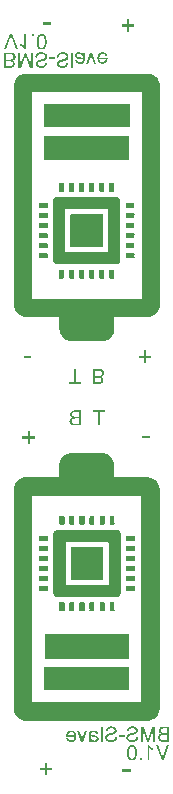
<source format=gbo>
G04*
G04 #@! TF.GenerationSoftware,Altium Limited,Altium Designer,21.0.8 (223)*
G04*
G04 Layer_Color=32896*
%FSLAX25Y25*%
%MOIN*%
G70*
G04*
G04 #@! TF.SameCoordinates,5BEE501C-0E39-4D07-B5F2-D33AD55358CD*
G04*
G04*
G04 #@! TF.FilePolarity,Positive*
G04*
G01*
G75*
G36*
X35460Y118995D02*
X35659D01*
Y118895D01*
X36058D01*
Y118795D01*
X36257D01*
Y118696D01*
X36457D01*
Y118596D01*
X36656D01*
Y118496D01*
X36756D01*
Y118397D01*
X36955D01*
Y118297D01*
X37055D01*
Y118197D01*
X37154D01*
Y118097D01*
X37254D01*
Y117998D01*
X37354D01*
Y117898D01*
X37453D01*
Y117798D01*
X37553D01*
Y117699D01*
X37653D01*
Y117599D01*
X37753D01*
Y117499D01*
X37852D01*
Y117400D01*
X37952D01*
Y117300D01*
Y117200D01*
Y117101D01*
X38052D01*
Y117001D01*
X38151D01*
Y116901D01*
Y116801D01*
X38251D01*
Y116702D01*
Y116602D01*
X38351D01*
Y116502D01*
Y116403D01*
Y116303D01*
X38451D01*
Y116203D01*
Y116103D01*
Y116004D01*
Y115904D01*
X38550D01*
Y115804D01*
Y115705D01*
Y115605D01*
Y115505D01*
Y115406D01*
Y115306D01*
X38650D01*
Y115206D01*
Y115107D01*
Y115007D01*
Y114907D01*
Y114807D01*
Y114708D01*
Y114608D01*
Y114508D01*
Y114409D01*
Y114309D01*
Y114209D01*
Y114110D01*
Y114010D01*
Y113910D01*
Y113811D01*
Y113711D01*
Y113611D01*
Y113511D01*
Y113412D01*
Y113312D01*
Y113212D01*
Y113113D01*
Y113013D01*
Y112913D01*
Y112813D01*
Y112714D01*
Y112614D01*
Y112514D01*
Y112415D01*
Y112315D01*
Y112215D01*
Y112116D01*
Y112016D01*
Y111916D01*
Y111817D01*
Y111717D01*
Y111617D01*
Y111517D01*
Y111418D01*
Y111318D01*
Y111218D01*
Y111119D01*
Y111019D01*
X50414D01*
Y110919D01*
X50813D01*
Y110820D01*
X51112D01*
Y110720D01*
X51411D01*
Y110620D01*
X51511D01*
Y110521D01*
X51810D01*
Y110421D01*
X51910D01*
Y110321D01*
X52109D01*
Y110221D01*
X52209D01*
Y110122D01*
X52308D01*
Y110022D01*
X52508D01*
Y109922D01*
X52608D01*
Y109823D01*
X52707D01*
Y109723D01*
X52807D01*
Y109623D01*
Y109523D01*
X53006D01*
Y109424D01*
Y109324D01*
Y109224D01*
X53106D01*
Y109125D01*
X53206D01*
Y109025D01*
X53306D01*
Y108925D01*
Y108826D01*
Y108726D01*
X53405D01*
Y108626D01*
X53505D01*
Y108527D01*
Y108427D01*
Y108327D01*
X53605D01*
Y108227D01*
Y108128D01*
Y108028D01*
X53704D01*
Y107928D01*
Y107829D01*
Y107729D01*
Y107629D01*
Y107529D01*
X53804D01*
Y107430D01*
Y107330D01*
Y107230D01*
Y107131D01*
Y107031D01*
Y106931D01*
Y106832D01*
Y106732D01*
Y106632D01*
Y106533D01*
Y106433D01*
Y106333D01*
Y106233D01*
Y106134D01*
Y106034D01*
Y105934D01*
Y105835D01*
Y105735D01*
Y105635D01*
Y105536D01*
Y105436D01*
Y105336D01*
Y105236D01*
Y105137D01*
Y105037D01*
Y104937D01*
Y104838D01*
Y104738D01*
Y104638D01*
Y104539D01*
Y104439D01*
Y104339D01*
Y104239D01*
Y104140D01*
Y104040D01*
Y103940D01*
Y103841D01*
Y103741D01*
Y103641D01*
Y103542D01*
Y103442D01*
Y103342D01*
Y103243D01*
Y103143D01*
Y103043D01*
Y102943D01*
Y102844D01*
Y102744D01*
Y102644D01*
Y102545D01*
Y102445D01*
Y102345D01*
Y102245D01*
Y102146D01*
Y102046D01*
Y101946D01*
Y101847D01*
Y101747D01*
Y101647D01*
Y101548D01*
Y101448D01*
Y101348D01*
Y101249D01*
Y101149D01*
Y101049D01*
Y100950D01*
Y100850D01*
Y100750D01*
Y100650D01*
Y100551D01*
Y100451D01*
Y100351D01*
Y100252D01*
Y100152D01*
Y100052D01*
Y99953D01*
Y99853D01*
Y99753D01*
Y99653D01*
Y99554D01*
Y99454D01*
Y99354D01*
Y99255D01*
Y99155D01*
Y99055D01*
Y98956D01*
Y98856D01*
Y98756D01*
Y98656D01*
Y98557D01*
Y98457D01*
Y98357D01*
Y98258D01*
Y98158D01*
Y98058D01*
Y97958D01*
Y97859D01*
Y97759D01*
Y97659D01*
Y97560D01*
Y97460D01*
Y97360D01*
Y97261D01*
Y97161D01*
Y97061D01*
Y96961D01*
Y96862D01*
Y96762D01*
Y96662D01*
Y96563D01*
Y96463D01*
Y96363D01*
Y96264D01*
Y96164D01*
Y96064D01*
Y95965D01*
Y95865D01*
Y95765D01*
Y95666D01*
Y95566D01*
Y95466D01*
Y95366D01*
Y95267D01*
Y95167D01*
Y95067D01*
Y94968D01*
Y94868D01*
Y94768D01*
Y94669D01*
Y94569D01*
Y94469D01*
Y94369D01*
Y94270D01*
Y94170D01*
Y94070D01*
Y93971D01*
Y93871D01*
Y93771D01*
Y93672D01*
Y93572D01*
Y93472D01*
Y93372D01*
Y93273D01*
Y93173D01*
Y93073D01*
Y92974D01*
Y92874D01*
Y92774D01*
Y92674D01*
Y92575D01*
Y92475D01*
Y92375D01*
Y92276D01*
Y92176D01*
Y92076D01*
Y91977D01*
Y91877D01*
Y91777D01*
Y91677D01*
Y91578D01*
Y91478D01*
Y91378D01*
Y91279D01*
Y91179D01*
Y91079D01*
Y90980D01*
Y90880D01*
Y90780D01*
Y90681D01*
Y90581D01*
Y90481D01*
Y90381D01*
Y90282D01*
Y90182D01*
Y90082D01*
Y89983D01*
Y89883D01*
Y89783D01*
Y89684D01*
Y89584D01*
Y89484D01*
Y89385D01*
Y89285D01*
Y89185D01*
Y89085D01*
Y88986D01*
Y88886D01*
Y88786D01*
Y88687D01*
Y88587D01*
Y88487D01*
Y88388D01*
Y88288D01*
Y88188D01*
Y88088D01*
Y87989D01*
Y87889D01*
Y87789D01*
Y87690D01*
Y87590D01*
Y87490D01*
Y87391D01*
Y87291D01*
Y87191D01*
Y87091D01*
Y86992D01*
Y86892D01*
Y86792D01*
Y86693D01*
Y86593D01*
Y86493D01*
Y86394D01*
Y86294D01*
Y86194D01*
Y86094D01*
Y85995D01*
Y85895D01*
Y85795D01*
Y85696D01*
Y85596D01*
Y85496D01*
Y85397D01*
Y85297D01*
Y85197D01*
Y85097D01*
Y84998D01*
Y84898D01*
Y84798D01*
Y84699D01*
Y84599D01*
Y84499D01*
Y84400D01*
Y84300D01*
Y84200D01*
Y84101D01*
Y84001D01*
Y83901D01*
Y83801D01*
Y83702D01*
Y83602D01*
Y83502D01*
Y83403D01*
Y83303D01*
Y83203D01*
Y83104D01*
Y83004D01*
Y82904D01*
Y82804D01*
Y82705D01*
Y82605D01*
Y82505D01*
Y82406D01*
Y82306D01*
Y82206D01*
Y82107D01*
Y82007D01*
Y81907D01*
Y81808D01*
Y81708D01*
Y81608D01*
Y81508D01*
Y81409D01*
Y81309D01*
Y81209D01*
Y81110D01*
Y81010D01*
Y80910D01*
Y80810D01*
Y80711D01*
Y80611D01*
Y80511D01*
Y80412D01*
Y80312D01*
Y80212D01*
Y80113D01*
Y80013D01*
Y79913D01*
Y79813D01*
Y79714D01*
Y79614D01*
Y79514D01*
Y79415D01*
Y79315D01*
Y79215D01*
Y79116D01*
Y79016D01*
Y78916D01*
Y78816D01*
Y78717D01*
Y78617D01*
Y78517D01*
Y78418D01*
Y78318D01*
Y78218D01*
Y78119D01*
Y78019D01*
Y77919D01*
Y77820D01*
Y77720D01*
Y77620D01*
Y77521D01*
Y77421D01*
Y77321D01*
Y77221D01*
Y77122D01*
Y77022D01*
Y76922D01*
Y76823D01*
Y76723D01*
Y76623D01*
Y76524D01*
Y76424D01*
Y76324D01*
Y76224D01*
Y76125D01*
Y76025D01*
Y75925D01*
Y75826D01*
Y75726D01*
Y75626D01*
Y75526D01*
Y75427D01*
Y75327D01*
Y75227D01*
Y75128D01*
Y75028D01*
Y74928D01*
Y74829D01*
Y74729D01*
Y74629D01*
Y74529D01*
Y74430D01*
Y74330D01*
Y74230D01*
Y74131D01*
Y74031D01*
Y73931D01*
Y73832D01*
Y73732D01*
Y73632D01*
Y73532D01*
Y73433D01*
Y73333D01*
Y73233D01*
Y73134D01*
Y73034D01*
Y72934D01*
Y72835D01*
Y72735D01*
Y72635D01*
Y72536D01*
Y72436D01*
Y72336D01*
Y72237D01*
Y72137D01*
Y72037D01*
Y71937D01*
Y71838D01*
Y71738D01*
Y71638D01*
Y71539D01*
Y71439D01*
Y71339D01*
Y71240D01*
Y71140D01*
Y71040D01*
Y70940D01*
Y70841D01*
Y70741D01*
Y70641D01*
Y70542D01*
Y70442D01*
Y70342D01*
Y70243D01*
Y70143D01*
Y70043D01*
Y69943D01*
Y69844D01*
Y69744D01*
Y69644D01*
Y69545D01*
Y69445D01*
Y69345D01*
Y69245D01*
Y69146D01*
Y69046D01*
Y68946D01*
Y68847D01*
Y68747D01*
Y68647D01*
Y68548D01*
Y68448D01*
Y68348D01*
Y68248D01*
Y68149D01*
Y68049D01*
Y67949D01*
Y67850D01*
Y67750D01*
Y67650D01*
Y67551D01*
Y67451D01*
Y67351D01*
Y67252D01*
Y67152D01*
Y67052D01*
Y66953D01*
Y66853D01*
Y66753D01*
Y66653D01*
Y66554D01*
Y66454D01*
Y66354D01*
Y66255D01*
Y66155D01*
Y66055D01*
Y65956D01*
Y65856D01*
Y65756D01*
Y65656D01*
Y65557D01*
Y65457D01*
Y65357D01*
Y65258D01*
Y65158D01*
Y65058D01*
Y64959D01*
Y64859D01*
Y64759D01*
Y64659D01*
Y64560D01*
Y64460D01*
Y64360D01*
Y64261D01*
Y64161D01*
Y64061D01*
Y63961D01*
Y63862D01*
Y63762D01*
Y63662D01*
Y63563D01*
Y63463D01*
Y63363D01*
Y63264D01*
Y63164D01*
Y63064D01*
Y62964D01*
Y62865D01*
Y62765D01*
Y62665D01*
Y62566D01*
Y62466D01*
Y62366D01*
Y62267D01*
Y62167D01*
Y62067D01*
Y61968D01*
Y61868D01*
Y61768D01*
Y61668D01*
Y61569D01*
Y61469D01*
Y61369D01*
Y61270D01*
Y61170D01*
Y61070D01*
Y60971D01*
Y60871D01*
Y60771D01*
Y60672D01*
Y60572D01*
Y60472D01*
Y60372D01*
Y60273D01*
Y60173D01*
Y60073D01*
Y59974D01*
Y59874D01*
Y59774D01*
Y59675D01*
Y59575D01*
Y59475D01*
Y59375D01*
Y59276D01*
Y59176D01*
Y59076D01*
Y58977D01*
Y58877D01*
Y58777D01*
Y58678D01*
Y58578D01*
Y58478D01*
Y58378D01*
Y58279D01*
Y58179D01*
Y58079D01*
Y57980D01*
Y57880D01*
Y57780D01*
Y57681D01*
Y57581D01*
Y57481D01*
Y57381D01*
Y57282D01*
Y57182D01*
Y57082D01*
Y56983D01*
Y56883D01*
Y56783D01*
Y56684D01*
Y56584D01*
Y56484D01*
Y56384D01*
Y56285D01*
Y56185D01*
Y56085D01*
Y55986D01*
Y55886D01*
Y55786D01*
Y55687D01*
Y55587D01*
Y55487D01*
Y55388D01*
Y55288D01*
Y55188D01*
Y55088D01*
Y54989D01*
Y54889D01*
Y54789D01*
Y54690D01*
Y54590D01*
Y54490D01*
Y54391D01*
Y54291D01*
Y54191D01*
Y54091D01*
Y53992D01*
Y53892D01*
Y53792D01*
Y53693D01*
Y53593D01*
Y53493D01*
Y53394D01*
Y53294D01*
Y53194D01*
Y53095D01*
Y52995D01*
Y52895D01*
Y52795D01*
Y52696D01*
Y52596D01*
Y52496D01*
Y52397D01*
Y52297D01*
Y52197D01*
Y52097D01*
Y51998D01*
Y51898D01*
Y51798D01*
Y51699D01*
Y51599D01*
Y51499D01*
Y51400D01*
Y51300D01*
Y51200D01*
Y51100D01*
Y51001D01*
Y50901D01*
Y50801D01*
Y50702D01*
Y50602D01*
Y50502D01*
Y50403D01*
Y50303D01*
Y50203D01*
Y50103D01*
Y50004D01*
Y49904D01*
Y49804D01*
Y49705D01*
Y49605D01*
Y49505D01*
Y49406D01*
Y49306D01*
Y49206D01*
Y49106D01*
Y49007D01*
Y48907D01*
Y48807D01*
Y48708D01*
Y48608D01*
Y48508D01*
Y48409D01*
Y48309D01*
Y48209D01*
Y48110D01*
Y48010D01*
Y47910D01*
Y47811D01*
Y47711D01*
Y47611D01*
Y47511D01*
Y47412D01*
Y47312D01*
Y47212D01*
Y47113D01*
Y47013D01*
Y46913D01*
Y46813D01*
Y46714D01*
Y46614D01*
Y46514D01*
Y46415D01*
Y46315D01*
Y46215D01*
Y46116D01*
Y46016D01*
Y45916D01*
Y45816D01*
Y45717D01*
Y45617D01*
Y45517D01*
Y45418D01*
Y45318D01*
Y45218D01*
Y45119D01*
Y45019D01*
Y44919D01*
Y44820D01*
Y44720D01*
Y44620D01*
Y44520D01*
Y44421D01*
Y44321D01*
Y44221D01*
Y44122D01*
Y44022D01*
Y43922D01*
Y43823D01*
Y43723D01*
Y43623D01*
Y43523D01*
Y43424D01*
Y43324D01*
Y43224D01*
Y43125D01*
Y43025D01*
Y42925D01*
Y42826D01*
Y42726D01*
Y42626D01*
Y42527D01*
Y42427D01*
Y42327D01*
Y42227D01*
Y42128D01*
Y42028D01*
Y41928D01*
Y41829D01*
Y41729D01*
Y41629D01*
Y41530D01*
Y41430D01*
Y41330D01*
Y41230D01*
Y41131D01*
Y41031D01*
Y40931D01*
Y40832D01*
Y40732D01*
Y40632D01*
Y40532D01*
Y40433D01*
Y40333D01*
Y40233D01*
Y40134D01*
Y40034D01*
Y39934D01*
Y39835D01*
Y39735D01*
Y39635D01*
Y39535D01*
Y39436D01*
Y39336D01*
Y39236D01*
Y39137D01*
Y39037D01*
Y38937D01*
Y38838D01*
Y38738D01*
Y38638D01*
Y38539D01*
Y38439D01*
Y38339D01*
Y38239D01*
Y38140D01*
Y38040D01*
Y37940D01*
Y37841D01*
Y37741D01*
Y37641D01*
Y37542D01*
Y37442D01*
Y37342D01*
Y37242D01*
Y37143D01*
Y37043D01*
Y36943D01*
Y36844D01*
Y36744D01*
Y36644D01*
Y36545D01*
Y36445D01*
Y36345D01*
Y36246D01*
Y36146D01*
Y36046D01*
Y35946D01*
Y35847D01*
Y35747D01*
Y35647D01*
Y35548D01*
Y35448D01*
Y35348D01*
Y35249D01*
Y35149D01*
Y35049D01*
Y34949D01*
Y34850D01*
Y34750D01*
Y34650D01*
Y34551D01*
Y34451D01*
Y34351D01*
Y34251D01*
Y34152D01*
Y34052D01*
Y33952D01*
Y33853D01*
Y33753D01*
Y33653D01*
Y33554D01*
Y33454D01*
X53704D01*
Y33354D01*
Y33255D01*
Y33155D01*
Y33055D01*
Y32956D01*
X53605D01*
Y32856D01*
Y32756D01*
Y32656D01*
X53505D01*
Y32557D01*
Y32457D01*
Y32357D01*
X53405D01*
Y32258D01*
Y32158D01*
X53306D01*
Y32058D01*
Y31958D01*
X53206D01*
Y31859D01*
Y31759D01*
X53106D01*
Y31659D01*
X53006D01*
Y31560D01*
X52907D01*
Y31460D01*
X52807D01*
Y31360D01*
Y31261D01*
X52707D01*
Y31161D01*
X52608D01*
Y31061D01*
X52508D01*
Y30961D01*
X52408D01*
Y30862D01*
X52209D01*
Y30762D01*
X52109D01*
Y30662D01*
X52009D01*
Y30563D01*
X51810D01*
Y30463D01*
X51611D01*
Y30363D01*
X51411D01*
Y30264D01*
X51212D01*
Y30164D01*
X50813D01*
Y30064D01*
X50614D01*
Y29965D01*
X8342D01*
Y30064D01*
X8142D01*
Y30164D01*
X7744D01*
Y30264D01*
X7544D01*
Y30363D01*
X7345D01*
Y30463D01*
X7145D01*
Y30563D01*
X7046D01*
Y30662D01*
X6846D01*
Y30762D01*
X6747D01*
Y30862D01*
X6647D01*
Y30961D01*
X6447D01*
Y31061D01*
X6348D01*
Y31161D01*
X6248D01*
Y31261D01*
X6148D01*
Y31360D01*
X6049D01*
Y31460D01*
X5949D01*
Y31560D01*
Y31659D01*
X5849D01*
Y31759D01*
Y31859D01*
X5750D01*
Y31958D01*
X5650D01*
Y32058D01*
Y32158D01*
Y32258D01*
X5550D01*
Y32357D01*
X5451D01*
Y32457D01*
Y32557D01*
Y32656D01*
X5351D01*
Y32756D01*
Y32856D01*
Y32956D01*
X5251D01*
Y33055D01*
Y33155D01*
Y33255D01*
X5151D01*
Y33354D01*
Y33454D01*
Y33554D01*
Y33653D01*
Y33753D01*
Y33853D01*
Y33952D01*
Y34052D01*
Y34152D01*
Y34251D01*
Y34351D01*
Y34451D01*
Y34551D01*
Y34650D01*
Y34750D01*
Y34850D01*
Y34949D01*
Y35049D01*
Y35149D01*
Y35249D01*
Y35348D01*
Y35448D01*
Y35548D01*
Y35647D01*
Y35747D01*
Y35847D01*
Y35946D01*
Y36046D01*
Y36146D01*
Y36246D01*
Y36345D01*
Y36445D01*
Y36545D01*
Y36644D01*
Y36744D01*
Y36844D01*
Y36943D01*
Y37043D01*
Y37143D01*
Y37242D01*
Y37342D01*
Y37442D01*
Y37542D01*
Y37641D01*
Y37741D01*
Y37841D01*
Y37940D01*
Y38040D01*
Y38140D01*
Y38239D01*
Y38339D01*
Y38439D01*
Y38539D01*
Y38638D01*
Y38738D01*
Y38838D01*
Y38937D01*
Y39037D01*
Y39137D01*
Y39236D01*
Y39336D01*
Y39436D01*
Y39535D01*
Y39635D01*
Y39735D01*
Y39835D01*
Y39934D01*
Y40034D01*
Y40134D01*
Y40233D01*
Y40333D01*
Y40433D01*
Y40532D01*
Y40632D01*
Y40732D01*
Y40832D01*
Y40931D01*
Y41031D01*
Y41131D01*
Y41230D01*
Y41330D01*
Y41430D01*
Y41530D01*
Y41629D01*
Y41729D01*
Y41829D01*
Y41928D01*
Y42028D01*
Y42128D01*
Y42227D01*
Y42327D01*
Y42427D01*
Y42527D01*
Y42626D01*
Y42726D01*
Y42826D01*
Y42925D01*
Y43025D01*
Y43125D01*
Y43224D01*
Y43324D01*
Y43424D01*
Y43523D01*
Y43623D01*
Y43723D01*
Y43823D01*
Y43922D01*
Y44022D01*
Y44122D01*
Y44221D01*
Y44321D01*
Y44421D01*
Y44520D01*
Y44620D01*
Y44720D01*
Y44820D01*
Y44919D01*
Y45019D01*
Y45119D01*
Y45218D01*
Y45318D01*
Y45418D01*
Y45517D01*
Y45617D01*
Y45717D01*
Y45816D01*
Y45916D01*
Y46016D01*
Y46116D01*
Y46215D01*
Y46315D01*
Y46415D01*
Y46514D01*
Y46614D01*
Y46714D01*
Y46813D01*
Y46913D01*
Y47013D01*
Y47113D01*
Y47212D01*
Y47312D01*
Y47412D01*
Y47511D01*
Y47611D01*
Y47711D01*
Y47811D01*
Y47910D01*
Y48010D01*
Y48110D01*
Y48209D01*
Y48309D01*
Y48409D01*
Y48508D01*
Y48608D01*
Y48708D01*
Y48807D01*
Y48907D01*
Y49007D01*
Y49106D01*
Y49206D01*
Y49306D01*
Y49406D01*
Y49505D01*
Y49605D01*
Y49705D01*
Y49804D01*
Y49904D01*
Y50004D01*
Y50103D01*
Y50203D01*
Y50303D01*
Y50403D01*
Y50502D01*
Y50602D01*
Y50702D01*
Y50801D01*
Y50901D01*
Y51001D01*
Y51100D01*
Y51200D01*
Y51300D01*
Y51400D01*
Y51499D01*
Y51599D01*
Y51699D01*
Y51798D01*
Y51898D01*
Y51998D01*
Y52097D01*
Y52197D01*
Y52297D01*
Y52397D01*
Y52496D01*
Y52596D01*
Y52696D01*
Y52795D01*
Y52895D01*
Y52995D01*
Y53095D01*
Y53194D01*
Y53294D01*
Y53394D01*
Y53493D01*
Y53593D01*
Y53693D01*
Y53792D01*
Y53892D01*
Y53992D01*
Y54091D01*
Y54191D01*
Y54291D01*
Y54391D01*
Y54490D01*
Y54590D01*
Y54690D01*
Y54789D01*
Y54889D01*
Y54989D01*
Y55088D01*
Y55188D01*
Y55288D01*
Y55388D01*
Y55487D01*
Y55587D01*
Y55687D01*
Y55786D01*
Y55886D01*
Y55986D01*
Y56085D01*
Y56185D01*
Y56285D01*
Y56384D01*
Y56484D01*
Y56584D01*
Y56684D01*
Y56783D01*
Y56883D01*
Y56983D01*
Y57082D01*
Y57182D01*
Y57282D01*
Y57381D01*
Y57481D01*
Y57581D01*
Y57681D01*
Y57780D01*
Y57880D01*
Y57980D01*
Y58079D01*
Y58179D01*
Y58279D01*
Y58378D01*
Y58478D01*
Y58578D01*
Y58678D01*
Y58777D01*
Y58877D01*
Y58977D01*
Y59076D01*
Y59176D01*
Y59276D01*
Y59375D01*
Y59475D01*
Y59575D01*
Y59675D01*
Y59774D01*
Y59874D01*
Y59974D01*
Y60073D01*
Y60173D01*
Y60273D01*
Y60372D01*
Y60472D01*
Y60572D01*
Y60672D01*
Y60771D01*
Y60871D01*
Y60971D01*
Y61070D01*
Y61170D01*
Y61270D01*
Y61369D01*
Y61469D01*
Y61569D01*
Y61668D01*
Y61768D01*
Y61868D01*
Y61968D01*
Y62067D01*
Y62167D01*
Y62267D01*
Y62366D01*
Y62466D01*
Y62566D01*
Y62665D01*
Y62765D01*
Y62865D01*
Y62964D01*
Y63064D01*
Y63164D01*
Y63264D01*
Y63363D01*
Y63463D01*
Y63563D01*
Y63662D01*
Y63762D01*
Y63862D01*
Y63961D01*
Y64061D01*
Y64161D01*
Y64261D01*
Y64360D01*
Y64460D01*
Y64560D01*
Y64659D01*
Y64759D01*
Y64859D01*
Y64959D01*
Y65058D01*
Y65158D01*
Y65258D01*
Y65357D01*
Y65457D01*
Y65557D01*
Y65656D01*
Y65756D01*
Y65856D01*
Y65956D01*
Y66055D01*
Y66155D01*
Y66255D01*
Y66354D01*
Y66454D01*
Y66554D01*
Y66653D01*
Y66753D01*
Y66853D01*
Y66953D01*
Y67052D01*
Y67152D01*
Y67252D01*
Y67351D01*
Y67451D01*
Y67551D01*
Y67650D01*
Y67750D01*
Y67850D01*
Y67949D01*
Y68049D01*
Y68149D01*
Y68248D01*
Y68348D01*
Y68448D01*
Y68548D01*
Y68647D01*
Y68747D01*
Y68847D01*
Y68946D01*
Y69046D01*
Y69146D01*
Y69245D01*
Y69345D01*
Y69445D01*
Y69545D01*
Y69644D01*
Y69744D01*
Y69844D01*
Y69943D01*
Y70043D01*
Y70143D01*
Y70243D01*
Y70342D01*
Y70442D01*
Y70542D01*
Y70641D01*
Y70741D01*
Y70841D01*
Y70940D01*
Y71040D01*
Y71140D01*
Y71240D01*
Y71339D01*
Y71439D01*
Y71539D01*
Y71638D01*
Y71738D01*
Y71838D01*
Y71937D01*
Y72037D01*
Y72137D01*
Y72237D01*
Y72336D01*
Y72436D01*
Y72536D01*
Y72635D01*
Y72735D01*
Y72835D01*
Y72934D01*
Y73034D01*
Y73134D01*
Y73233D01*
Y73333D01*
Y73433D01*
Y73532D01*
Y73632D01*
Y73732D01*
Y73832D01*
Y73931D01*
Y74031D01*
Y74131D01*
Y74230D01*
Y74330D01*
Y74430D01*
Y74529D01*
Y74629D01*
Y74729D01*
Y74829D01*
Y74928D01*
Y75028D01*
Y75128D01*
Y75227D01*
Y75327D01*
Y75427D01*
Y75526D01*
Y75626D01*
Y75726D01*
Y75826D01*
Y75925D01*
Y76025D01*
Y76125D01*
Y76224D01*
Y76324D01*
Y76424D01*
Y76524D01*
Y76623D01*
Y76723D01*
Y76823D01*
Y76922D01*
Y77022D01*
Y77122D01*
Y77221D01*
Y77321D01*
Y77421D01*
Y77521D01*
Y77620D01*
Y77720D01*
Y77820D01*
Y77919D01*
Y78019D01*
Y78119D01*
Y78218D01*
Y78318D01*
Y78418D01*
Y78517D01*
Y78617D01*
Y78717D01*
Y78816D01*
Y78916D01*
Y79016D01*
Y79116D01*
Y79215D01*
Y79315D01*
Y79415D01*
Y79514D01*
Y79614D01*
Y79714D01*
Y79813D01*
Y79913D01*
Y80013D01*
Y80113D01*
Y80212D01*
Y80312D01*
Y80412D01*
Y80511D01*
Y80611D01*
Y80711D01*
Y80810D01*
Y80910D01*
Y81010D01*
Y81110D01*
Y81209D01*
Y81309D01*
Y81409D01*
Y81508D01*
Y81608D01*
Y81708D01*
Y81808D01*
Y81907D01*
Y82007D01*
Y82107D01*
Y82206D01*
Y82306D01*
Y82406D01*
Y82505D01*
Y82605D01*
Y82705D01*
Y82804D01*
Y82904D01*
Y83004D01*
Y83104D01*
Y83203D01*
Y83303D01*
Y83403D01*
Y83502D01*
Y83602D01*
Y83702D01*
Y83801D01*
Y83901D01*
Y84001D01*
Y84101D01*
Y84200D01*
Y84300D01*
Y84400D01*
Y84499D01*
Y84599D01*
Y84699D01*
Y84798D01*
Y84898D01*
Y84998D01*
Y85097D01*
Y85197D01*
Y85297D01*
Y85397D01*
Y85496D01*
Y85596D01*
Y85696D01*
Y85795D01*
Y85895D01*
Y85995D01*
Y86094D01*
Y86194D01*
Y86294D01*
Y86394D01*
Y86493D01*
Y86593D01*
Y86693D01*
Y86792D01*
Y86892D01*
Y86992D01*
Y87091D01*
Y87191D01*
Y87291D01*
Y87391D01*
Y87490D01*
Y87590D01*
Y87690D01*
Y87789D01*
Y87889D01*
Y87989D01*
Y88088D01*
Y88188D01*
Y88288D01*
Y88388D01*
Y88487D01*
Y88587D01*
Y88687D01*
Y88786D01*
Y88886D01*
Y88986D01*
Y89085D01*
Y89185D01*
Y89285D01*
Y89385D01*
Y89484D01*
Y89584D01*
Y89684D01*
Y89783D01*
Y89883D01*
Y89983D01*
Y90082D01*
Y90182D01*
Y90282D01*
Y90381D01*
Y90481D01*
Y90581D01*
Y90681D01*
Y90780D01*
Y90880D01*
Y90980D01*
Y91079D01*
Y91179D01*
Y91279D01*
Y91378D01*
Y91478D01*
Y91578D01*
Y91677D01*
Y91777D01*
Y91877D01*
Y91977D01*
Y92076D01*
Y92176D01*
Y92276D01*
Y92375D01*
Y92475D01*
Y92575D01*
Y92674D01*
Y92774D01*
Y92874D01*
Y92974D01*
Y93073D01*
Y93173D01*
Y93273D01*
Y93372D01*
Y93472D01*
Y93572D01*
Y93672D01*
Y93771D01*
Y93871D01*
Y93971D01*
Y94070D01*
Y94170D01*
Y94270D01*
Y94369D01*
Y94469D01*
Y94569D01*
Y94669D01*
Y94768D01*
Y94868D01*
Y94968D01*
Y95067D01*
Y95167D01*
Y95267D01*
Y95366D01*
Y95466D01*
Y95566D01*
Y95666D01*
Y95765D01*
Y95865D01*
Y95965D01*
Y96064D01*
Y96164D01*
Y96264D01*
Y96363D01*
Y96463D01*
Y96563D01*
Y96662D01*
Y96762D01*
Y96862D01*
Y96961D01*
Y97061D01*
Y97161D01*
Y97261D01*
Y97360D01*
Y97460D01*
Y97560D01*
Y97659D01*
Y97759D01*
Y97859D01*
Y97958D01*
Y98058D01*
Y98158D01*
Y98258D01*
Y98357D01*
Y98457D01*
Y98557D01*
Y98656D01*
Y98756D01*
Y98856D01*
Y98956D01*
Y99055D01*
Y99155D01*
Y99255D01*
Y99354D01*
Y99454D01*
Y99554D01*
Y99653D01*
Y99753D01*
Y99853D01*
Y99953D01*
Y100052D01*
Y100152D01*
Y100252D01*
Y100351D01*
Y100451D01*
Y100551D01*
Y100650D01*
Y100750D01*
Y100850D01*
Y100950D01*
Y101049D01*
Y101149D01*
Y101249D01*
Y101348D01*
Y101448D01*
Y101548D01*
Y101647D01*
Y101747D01*
Y101847D01*
Y101946D01*
Y102046D01*
Y102146D01*
Y102245D01*
Y102345D01*
Y102445D01*
Y102545D01*
Y102644D01*
Y102744D01*
Y102844D01*
Y102943D01*
Y103043D01*
Y103143D01*
Y103243D01*
Y103342D01*
Y103442D01*
Y103542D01*
Y103641D01*
Y103741D01*
Y103841D01*
Y103940D01*
Y104040D01*
Y104140D01*
Y104239D01*
Y104339D01*
Y104439D01*
Y104539D01*
Y104638D01*
Y104738D01*
Y104838D01*
Y104937D01*
Y105037D01*
Y105137D01*
Y105236D01*
Y105336D01*
Y105436D01*
Y105536D01*
Y105635D01*
Y105735D01*
Y105835D01*
Y105934D01*
Y106034D01*
Y106134D01*
Y106233D01*
Y106333D01*
Y106433D01*
Y106533D01*
Y106632D01*
Y106732D01*
Y106832D01*
Y106931D01*
Y107031D01*
Y107131D01*
Y107230D01*
Y107330D01*
Y107430D01*
Y107529D01*
Y107629D01*
Y107729D01*
X5251D01*
Y107829D01*
Y107928D01*
Y108028D01*
X5351D01*
Y108128D01*
Y108227D01*
Y108327D01*
X5451D01*
Y108427D01*
Y108527D01*
Y108626D01*
X5550D01*
Y108726D01*
Y108826D01*
X5650D01*
Y108925D01*
Y109025D01*
X5750D01*
Y109125D01*
X5849D01*
Y109224D01*
Y109324D01*
X5949D01*
Y109424D01*
X6049D01*
Y109523D01*
X6148D01*
Y109623D01*
Y109723D01*
X6248D01*
Y109823D01*
X6348D01*
Y109922D01*
X6447D01*
Y110022D01*
X6647D01*
Y110122D01*
X6747D01*
Y110221D01*
X6846D01*
Y110321D01*
X7046D01*
Y110421D01*
X7145D01*
Y110521D01*
X7345D01*
Y110620D01*
X7544D01*
Y110720D01*
X7843D01*
Y110820D01*
X8142D01*
Y110919D01*
X8342D01*
Y111019D01*
X20305D01*
Y111119D01*
Y111218D01*
Y111318D01*
Y111418D01*
Y111517D01*
Y111617D01*
Y111717D01*
Y111817D01*
Y111916D01*
Y112016D01*
Y112116D01*
Y112215D01*
Y112315D01*
Y112415D01*
Y112514D01*
Y112614D01*
Y112714D01*
Y112813D01*
Y112913D01*
Y113013D01*
Y113113D01*
Y113212D01*
Y113312D01*
Y113412D01*
Y113511D01*
Y113611D01*
Y113711D01*
Y113811D01*
Y113910D01*
Y114010D01*
Y114110D01*
Y114209D01*
Y114309D01*
Y114409D01*
Y114508D01*
Y114608D01*
Y114708D01*
Y114807D01*
Y114907D01*
Y115007D01*
Y115107D01*
Y115206D01*
Y115306D01*
X20405D01*
Y115406D01*
Y115505D01*
Y115605D01*
Y115705D01*
Y115804D01*
Y115904D01*
X20505D01*
Y116004D01*
Y116103D01*
Y116203D01*
Y116303D01*
Y116403D01*
X20605D01*
Y116502D01*
Y116602D01*
X20704D01*
Y116702D01*
Y116801D01*
X20804D01*
Y116901D01*
Y117001D01*
X20904D01*
Y117101D01*
Y117200D01*
X21003D01*
Y117300D01*
Y117400D01*
X21103D01*
Y117499D01*
X21203D01*
Y117599D01*
X21303D01*
Y117699D01*
X21402D01*
Y117798D01*
X21502D01*
Y117898D01*
X21602D01*
Y117998D01*
X21701D01*
Y118097D01*
X21801D01*
Y118197D01*
X21901D01*
Y118297D01*
X22000D01*
Y118397D01*
X22200D01*
Y118496D01*
X22299D01*
Y118596D01*
X22499D01*
Y118696D01*
X22698D01*
Y118795D01*
X22898D01*
Y118895D01*
X23296D01*
Y118995D01*
X23595D01*
Y119095D01*
X35460D01*
Y118995D01*
D02*
G37*
G36*
X50713Y245526D02*
X50913D01*
Y245427D01*
X51312D01*
Y245327D01*
X51511D01*
Y245227D01*
X51710D01*
Y245128D01*
X51910D01*
Y245028D01*
X52009D01*
Y244928D01*
X52209D01*
Y244828D01*
X52308D01*
Y244729D01*
X52408D01*
Y244629D01*
X52608D01*
Y244529D01*
X52707D01*
Y244430D01*
X52807D01*
Y244330D01*
X52907D01*
Y244230D01*
X53006D01*
Y244131D01*
X53106D01*
Y244031D01*
Y243931D01*
X53206D01*
Y243831D01*
Y243732D01*
X53306D01*
Y243632D01*
X53405D01*
Y243532D01*
Y243433D01*
Y243333D01*
X53505D01*
Y243233D01*
X53605D01*
Y243134D01*
Y243034D01*
Y242934D01*
X53704D01*
Y242834D01*
Y242735D01*
Y242635D01*
X53804D01*
Y242535D01*
Y242436D01*
Y242336D01*
X53904D01*
Y242236D01*
Y242137D01*
Y242037D01*
Y241937D01*
Y241838D01*
Y241738D01*
Y241638D01*
Y241538D01*
Y241439D01*
Y241339D01*
Y241239D01*
Y241140D01*
Y241040D01*
Y240940D01*
Y240841D01*
Y240741D01*
Y240641D01*
Y240541D01*
Y240442D01*
Y240342D01*
Y240242D01*
Y240143D01*
Y240043D01*
Y239943D01*
Y239844D01*
Y239744D01*
Y239644D01*
Y239545D01*
Y239445D01*
Y239345D01*
Y239245D01*
Y239146D01*
Y239046D01*
Y238946D01*
Y238847D01*
Y238747D01*
Y238647D01*
Y238547D01*
Y238448D01*
Y238348D01*
Y238248D01*
Y238149D01*
Y238049D01*
Y237949D01*
Y237850D01*
Y237750D01*
Y237650D01*
Y237550D01*
Y237451D01*
Y237351D01*
Y237251D01*
Y237152D01*
Y237052D01*
Y236952D01*
Y236853D01*
Y236753D01*
Y236653D01*
Y236554D01*
Y236454D01*
Y236354D01*
Y236254D01*
Y236155D01*
Y236055D01*
Y235955D01*
Y235856D01*
Y235756D01*
Y235656D01*
Y235557D01*
Y235457D01*
Y235357D01*
Y235257D01*
Y235158D01*
Y235058D01*
Y234958D01*
Y234859D01*
Y234759D01*
Y234659D01*
Y234559D01*
Y234460D01*
Y234360D01*
Y234261D01*
Y234161D01*
Y234061D01*
Y233961D01*
Y233862D01*
Y233762D01*
Y233662D01*
Y233563D01*
Y233463D01*
Y233363D01*
Y233263D01*
Y233164D01*
Y233064D01*
Y232964D01*
Y232865D01*
Y232765D01*
Y232665D01*
Y232566D01*
Y232466D01*
Y232366D01*
Y232266D01*
Y232167D01*
Y232067D01*
Y231967D01*
Y231868D01*
Y231768D01*
Y231668D01*
Y231569D01*
Y231469D01*
Y231369D01*
Y231270D01*
Y231170D01*
Y231070D01*
Y230970D01*
Y230871D01*
Y230771D01*
Y230671D01*
Y230572D01*
Y230472D01*
Y230372D01*
Y230273D01*
Y230173D01*
Y230073D01*
Y229974D01*
Y229874D01*
Y229774D01*
Y229674D01*
Y229575D01*
Y229475D01*
Y229375D01*
Y229276D01*
Y229176D01*
Y229076D01*
Y228976D01*
Y228877D01*
Y228777D01*
Y228677D01*
Y228578D01*
Y228478D01*
Y228378D01*
Y228279D01*
Y228179D01*
Y228079D01*
Y227979D01*
Y227880D01*
Y227780D01*
Y227680D01*
Y227581D01*
Y227481D01*
Y227381D01*
Y227282D01*
Y227182D01*
Y227082D01*
Y226982D01*
Y226883D01*
Y226783D01*
Y226683D01*
Y226584D01*
Y226484D01*
Y226384D01*
Y226285D01*
Y226185D01*
Y226085D01*
Y225986D01*
Y225886D01*
Y225786D01*
Y225686D01*
Y225587D01*
Y225487D01*
Y225387D01*
Y225288D01*
Y225188D01*
Y225088D01*
Y224989D01*
Y224889D01*
Y224789D01*
Y224690D01*
Y224590D01*
Y224490D01*
Y224390D01*
Y224291D01*
Y224191D01*
Y224091D01*
Y223992D01*
Y223892D01*
Y223792D01*
Y223692D01*
Y223593D01*
Y223493D01*
Y223393D01*
Y223294D01*
Y223194D01*
Y223094D01*
Y222995D01*
Y222895D01*
Y222795D01*
Y222695D01*
Y222596D01*
Y222496D01*
Y222396D01*
Y222297D01*
Y222197D01*
Y222097D01*
Y221998D01*
Y221898D01*
Y221798D01*
Y221698D01*
Y221599D01*
Y221499D01*
Y221399D01*
Y221300D01*
Y221200D01*
Y221100D01*
Y221001D01*
Y220901D01*
Y220801D01*
Y220702D01*
Y220602D01*
Y220502D01*
Y220402D01*
Y220303D01*
Y220203D01*
Y220103D01*
Y220004D01*
Y219904D01*
Y219804D01*
Y219705D01*
Y219605D01*
Y219505D01*
Y219406D01*
Y219306D01*
Y219206D01*
Y219106D01*
Y219007D01*
Y218907D01*
Y218807D01*
Y218708D01*
Y218608D01*
Y218508D01*
Y218408D01*
Y218309D01*
Y218209D01*
Y218109D01*
Y218010D01*
Y217910D01*
Y217810D01*
Y217711D01*
Y217611D01*
Y217511D01*
Y217411D01*
Y217312D01*
Y217212D01*
Y217112D01*
Y217013D01*
Y216913D01*
Y216813D01*
Y216714D01*
Y216614D01*
Y216514D01*
Y216414D01*
Y216315D01*
Y216215D01*
Y216115D01*
Y216016D01*
Y215916D01*
Y215816D01*
Y215717D01*
Y215617D01*
Y215517D01*
Y215418D01*
Y215318D01*
Y215218D01*
Y215119D01*
Y215019D01*
Y214919D01*
Y214819D01*
Y214720D01*
Y214620D01*
Y214520D01*
Y214421D01*
Y214321D01*
Y214221D01*
Y214122D01*
Y214022D01*
Y213922D01*
Y213822D01*
Y213723D01*
Y213623D01*
Y213523D01*
Y213424D01*
Y213324D01*
Y213224D01*
Y213124D01*
Y213025D01*
Y212925D01*
Y212825D01*
Y212726D01*
Y212626D01*
Y212526D01*
Y212427D01*
Y212327D01*
Y212227D01*
Y212127D01*
Y212028D01*
Y211928D01*
Y211828D01*
Y211729D01*
Y211629D01*
Y211529D01*
Y211430D01*
Y211330D01*
Y211230D01*
Y211130D01*
Y211031D01*
Y210931D01*
Y210831D01*
Y210732D01*
Y210632D01*
Y210532D01*
Y210433D01*
Y210333D01*
Y210233D01*
Y210134D01*
Y210034D01*
Y209934D01*
Y209835D01*
Y209735D01*
Y209635D01*
Y209535D01*
Y209436D01*
Y209336D01*
Y209236D01*
Y209137D01*
Y209037D01*
Y208937D01*
Y208838D01*
Y208738D01*
Y208638D01*
Y208538D01*
Y208439D01*
Y208339D01*
Y208239D01*
Y208140D01*
Y208040D01*
Y207940D01*
Y207840D01*
Y207741D01*
Y207641D01*
Y207541D01*
Y207442D01*
Y207342D01*
Y207242D01*
Y207143D01*
Y207043D01*
Y206943D01*
Y206843D01*
Y206744D01*
Y206644D01*
Y206544D01*
Y206445D01*
Y206345D01*
Y206245D01*
Y206146D01*
Y206046D01*
Y205946D01*
Y205847D01*
Y205747D01*
Y205647D01*
Y205547D01*
Y205448D01*
Y205348D01*
Y205248D01*
Y205149D01*
Y205049D01*
Y204949D01*
Y204850D01*
Y204750D01*
Y204650D01*
Y204551D01*
Y204451D01*
Y204351D01*
Y204251D01*
Y204152D01*
Y204052D01*
Y203952D01*
Y203853D01*
Y203753D01*
Y203653D01*
Y203554D01*
Y203454D01*
Y203354D01*
Y203254D01*
Y203155D01*
Y203055D01*
Y202955D01*
Y202856D01*
Y202756D01*
Y202656D01*
Y202556D01*
Y202457D01*
Y202357D01*
Y202257D01*
Y202158D01*
Y202058D01*
Y201958D01*
Y201859D01*
Y201759D01*
Y201659D01*
Y201559D01*
Y201460D01*
Y201360D01*
Y201260D01*
Y201161D01*
Y201061D01*
Y200961D01*
Y200862D01*
Y200762D01*
Y200662D01*
Y200563D01*
Y200463D01*
Y200363D01*
Y200264D01*
Y200164D01*
Y200064D01*
Y199964D01*
Y199865D01*
Y199765D01*
Y199665D01*
Y199566D01*
Y199466D01*
Y199366D01*
Y199267D01*
Y199167D01*
Y199067D01*
Y198967D01*
Y198868D01*
Y198768D01*
Y198668D01*
Y198569D01*
Y198469D01*
Y198369D01*
Y198269D01*
Y198170D01*
Y198070D01*
Y197970D01*
Y197871D01*
Y197771D01*
Y197671D01*
Y197572D01*
Y197472D01*
Y197372D01*
Y197273D01*
Y197173D01*
Y197073D01*
Y196973D01*
Y196874D01*
Y196774D01*
Y196674D01*
Y196575D01*
Y196475D01*
Y196375D01*
Y196275D01*
Y196176D01*
Y196076D01*
Y195976D01*
Y195877D01*
Y195777D01*
Y195677D01*
Y195578D01*
Y195478D01*
Y195378D01*
Y195279D01*
Y195179D01*
Y195079D01*
Y194980D01*
Y194880D01*
Y194780D01*
Y194680D01*
Y194581D01*
Y194481D01*
Y194381D01*
Y194282D01*
Y194182D01*
Y194082D01*
Y193983D01*
Y193883D01*
Y193783D01*
Y193683D01*
Y193584D01*
Y193484D01*
Y193384D01*
Y193285D01*
Y193185D01*
Y193085D01*
Y192985D01*
Y192886D01*
Y192786D01*
Y192686D01*
Y192587D01*
Y192487D01*
Y192387D01*
Y192288D01*
Y192188D01*
Y192088D01*
Y191989D01*
Y191889D01*
Y191789D01*
Y191689D01*
Y191590D01*
Y191490D01*
Y191390D01*
Y191291D01*
Y191191D01*
Y191091D01*
Y190992D01*
Y190892D01*
Y190792D01*
Y190692D01*
Y190593D01*
Y190493D01*
Y190393D01*
Y190294D01*
Y190194D01*
Y190094D01*
Y189995D01*
Y189895D01*
Y189795D01*
Y189696D01*
Y189596D01*
Y189496D01*
Y189396D01*
Y189297D01*
Y189197D01*
Y189097D01*
Y188998D01*
Y188898D01*
Y188798D01*
Y188698D01*
Y188599D01*
Y188499D01*
Y188399D01*
Y188300D01*
Y188200D01*
Y188100D01*
Y188001D01*
Y187901D01*
Y187801D01*
Y187701D01*
Y187602D01*
Y187502D01*
Y187402D01*
Y187303D01*
Y187203D01*
Y187103D01*
Y187004D01*
Y186904D01*
Y186804D01*
Y186705D01*
Y186605D01*
Y186505D01*
Y186405D01*
Y186306D01*
Y186206D01*
Y186106D01*
Y186007D01*
Y185907D01*
Y185807D01*
Y185708D01*
Y185608D01*
Y185508D01*
Y185408D01*
Y185309D01*
Y185209D01*
Y185109D01*
Y185010D01*
Y184910D01*
Y184810D01*
Y184711D01*
Y184611D01*
Y184511D01*
Y184412D01*
Y184312D01*
Y184212D01*
Y184112D01*
Y184013D01*
Y183913D01*
Y183813D01*
Y183714D01*
Y183614D01*
Y183514D01*
Y183414D01*
Y183315D01*
Y183215D01*
Y183115D01*
Y183016D01*
Y182916D01*
Y182816D01*
Y182717D01*
Y182617D01*
Y182517D01*
Y182418D01*
Y182318D01*
Y182218D01*
Y182118D01*
Y182019D01*
Y181919D01*
Y181819D01*
Y181720D01*
Y181620D01*
Y181520D01*
Y181421D01*
Y181321D01*
Y181221D01*
Y181122D01*
Y181022D01*
Y180922D01*
Y180822D01*
Y180723D01*
Y180623D01*
Y180523D01*
Y180424D01*
Y180324D01*
Y180224D01*
Y180124D01*
Y180025D01*
Y179925D01*
Y179825D01*
Y179726D01*
Y179626D01*
Y179526D01*
Y179427D01*
Y179327D01*
Y179227D01*
Y179128D01*
Y179028D01*
Y178928D01*
Y178828D01*
Y178729D01*
Y178629D01*
Y178529D01*
Y178430D01*
Y178330D01*
Y178230D01*
Y178130D01*
Y178031D01*
Y177931D01*
Y177831D01*
Y177732D01*
Y177632D01*
Y177532D01*
Y177433D01*
Y177333D01*
Y177233D01*
Y177134D01*
Y177034D01*
Y176934D01*
Y176834D01*
Y176735D01*
Y176635D01*
Y176535D01*
Y176436D01*
Y176336D01*
Y176236D01*
Y176137D01*
Y176037D01*
Y175937D01*
Y175838D01*
Y175738D01*
Y175638D01*
Y175538D01*
Y175439D01*
Y175339D01*
Y175239D01*
Y175140D01*
Y175040D01*
Y174940D01*
Y174840D01*
Y174741D01*
Y174641D01*
Y174541D01*
Y174442D01*
Y174342D01*
Y174242D01*
Y174143D01*
Y174043D01*
Y173943D01*
Y173844D01*
Y173744D01*
Y173644D01*
Y173544D01*
Y173445D01*
Y173345D01*
Y173245D01*
Y173146D01*
Y173046D01*
Y172946D01*
Y172846D01*
Y172747D01*
Y172647D01*
Y172547D01*
Y172448D01*
Y172348D01*
Y172248D01*
Y172149D01*
Y172049D01*
Y171949D01*
Y171850D01*
Y171750D01*
Y171650D01*
Y171551D01*
Y171451D01*
Y171351D01*
Y171251D01*
Y171152D01*
Y171052D01*
Y170952D01*
Y170853D01*
Y170753D01*
Y170653D01*
Y170554D01*
Y170454D01*
Y170354D01*
Y170254D01*
Y170155D01*
Y170055D01*
Y169955D01*
Y169856D01*
Y169756D01*
Y169656D01*
Y169556D01*
Y169457D01*
Y169357D01*
Y169257D01*
Y169158D01*
Y169058D01*
Y168958D01*
Y168859D01*
Y168759D01*
Y168659D01*
Y168560D01*
Y168460D01*
Y168360D01*
Y168260D01*
Y168161D01*
Y168061D01*
Y167961D01*
Y167862D01*
X53804D01*
Y167762D01*
Y167662D01*
Y167562D01*
X53704D01*
Y167463D01*
Y167363D01*
Y167263D01*
X53605D01*
Y167164D01*
Y167064D01*
Y166964D01*
X53505D01*
Y166865D01*
Y166765D01*
X53405D01*
Y166665D01*
Y166566D01*
X53306D01*
Y166466D01*
X53206D01*
Y166366D01*
Y166267D01*
X53106D01*
Y166167D01*
X53006D01*
Y166067D01*
X52907D01*
Y165967D01*
Y165868D01*
X52807D01*
Y165768D01*
X52707D01*
Y165668D01*
X52608D01*
Y165569D01*
X52408D01*
Y165469D01*
X52308D01*
Y165369D01*
X52209D01*
Y165269D01*
X52009D01*
Y165170D01*
X51910D01*
Y165070D01*
X51710D01*
Y164970D01*
X51511D01*
Y164871D01*
X51212D01*
Y164771D01*
X50913D01*
Y164671D01*
X50713D01*
Y164572D01*
X38750D01*
Y164472D01*
Y164372D01*
Y164272D01*
Y164173D01*
Y164073D01*
Y163973D01*
Y163874D01*
Y163774D01*
Y163674D01*
Y163575D01*
Y163475D01*
Y163375D01*
Y163276D01*
Y163176D01*
Y163076D01*
Y162976D01*
Y162877D01*
Y162777D01*
Y162677D01*
Y162578D01*
Y162478D01*
Y162378D01*
Y162278D01*
Y162179D01*
Y162079D01*
Y161979D01*
Y161880D01*
Y161780D01*
Y161680D01*
Y161581D01*
Y161481D01*
Y161381D01*
Y161282D01*
Y161182D01*
Y161082D01*
Y160983D01*
Y160883D01*
Y160783D01*
Y160683D01*
Y160584D01*
Y160484D01*
Y160384D01*
Y160285D01*
X38650D01*
Y160185D01*
Y160085D01*
Y159985D01*
Y159886D01*
Y159786D01*
Y159686D01*
X38550D01*
Y159587D01*
Y159487D01*
Y159387D01*
Y159288D01*
Y159188D01*
X38451D01*
Y159088D01*
Y158988D01*
X38351D01*
Y158889D01*
Y158789D01*
X38251D01*
Y158689D01*
Y158590D01*
X38151D01*
Y158490D01*
Y158390D01*
X38052D01*
Y158291D01*
Y158191D01*
X37952D01*
Y158091D01*
X37852D01*
Y157992D01*
X37753D01*
Y157892D01*
X37653D01*
Y157792D01*
X37553D01*
Y157693D01*
X37454D01*
Y157593D01*
X37354D01*
Y157493D01*
X37254D01*
Y157393D01*
X37154D01*
Y157294D01*
X37055D01*
Y157194D01*
X36855D01*
Y157094D01*
X36756D01*
Y156995D01*
X36556D01*
Y156895D01*
X36357D01*
Y156795D01*
X36158D01*
Y156695D01*
X35759D01*
Y156596D01*
X35460D01*
Y156496D01*
X23595D01*
Y156596D01*
X23396D01*
Y156695D01*
X22997D01*
Y156795D01*
X22798D01*
Y156895D01*
X22599D01*
Y156995D01*
X22399D01*
Y157094D01*
X22299D01*
Y157194D01*
X22100D01*
Y157294D01*
X22000D01*
Y157393D01*
X21901D01*
Y157493D01*
X21801D01*
Y157593D01*
X21701D01*
Y157693D01*
X21602D01*
Y157792D01*
X21502D01*
Y157892D01*
X21402D01*
Y157992D01*
X21303D01*
Y158091D01*
X21203D01*
Y158191D01*
X21103D01*
Y158291D01*
Y158390D01*
Y158490D01*
X21003D01*
Y158590D01*
X20904D01*
Y158689D01*
Y158789D01*
X20804D01*
Y158889D01*
Y158988D01*
X20704D01*
Y159088D01*
Y159188D01*
Y159288D01*
X20605D01*
Y159387D01*
Y159487D01*
Y159587D01*
Y159686D01*
X20505D01*
Y159786D01*
Y159886D01*
Y159985D01*
Y160085D01*
Y160185D01*
Y160285D01*
X20405D01*
Y160384D01*
Y160484D01*
Y160584D01*
Y160683D01*
Y160783D01*
Y160883D01*
Y160983D01*
Y161082D01*
Y161182D01*
Y161282D01*
Y161381D01*
Y161481D01*
Y161581D01*
Y161680D01*
Y161780D01*
Y161880D01*
Y161979D01*
Y162079D01*
Y162179D01*
Y162278D01*
Y162378D01*
Y162478D01*
Y162578D01*
Y162677D01*
Y162777D01*
Y162877D01*
Y162976D01*
Y163076D01*
Y163176D01*
Y163276D01*
Y163375D01*
Y163475D01*
Y163575D01*
Y163674D01*
Y163774D01*
Y163874D01*
Y163973D01*
Y164073D01*
Y164173D01*
Y164272D01*
Y164372D01*
Y164472D01*
Y164572D01*
X8641D01*
Y164671D01*
X8242D01*
Y164771D01*
X7943D01*
Y164871D01*
X7644D01*
Y164970D01*
X7544D01*
Y165070D01*
X7245D01*
Y165170D01*
X7145D01*
Y165269D01*
X6946D01*
Y165369D01*
X6846D01*
Y165469D01*
X6747D01*
Y165569D01*
X6547D01*
Y165668D01*
X6447D01*
Y165768D01*
X6348D01*
Y165868D01*
X6248D01*
Y165967D01*
Y166067D01*
X6049D01*
Y166167D01*
Y166267D01*
Y166366D01*
X5949D01*
Y166466D01*
X5849D01*
Y166566D01*
X5750D01*
Y166665D01*
Y166765D01*
Y166865D01*
X5650D01*
Y166964D01*
X5550D01*
Y167064D01*
Y167164D01*
Y167263D01*
X5451D01*
Y167363D01*
Y167463D01*
Y167562D01*
X5351D01*
Y167662D01*
Y167762D01*
Y167862D01*
Y167961D01*
Y168061D01*
X5251D01*
Y168161D01*
Y168260D01*
Y168360D01*
Y168460D01*
Y168560D01*
Y168659D01*
Y168759D01*
Y168859D01*
Y168958D01*
Y169058D01*
Y169158D01*
Y169257D01*
Y169357D01*
Y169457D01*
Y169556D01*
Y169656D01*
Y169756D01*
Y169856D01*
Y169955D01*
Y170055D01*
Y170155D01*
Y170254D01*
Y170354D01*
Y170454D01*
Y170554D01*
Y170653D01*
Y170753D01*
Y170853D01*
Y170952D01*
Y171052D01*
Y171152D01*
Y171251D01*
Y171351D01*
Y171451D01*
Y171551D01*
Y171650D01*
Y171750D01*
Y171850D01*
Y171949D01*
Y172049D01*
Y172149D01*
Y172248D01*
Y172348D01*
Y172448D01*
Y172547D01*
Y172647D01*
Y172747D01*
Y172846D01*
Y172946D01*
Y173046D01*
Y173146D01*
Y173245D01*
Y173345D01*
Y173445D01*
Y173544D01*
Y173644D01*
Y173744D01*
Y173844D01*
Y173943D01*
Y174043D01*
Y174143D01*
Y174242D01*
Y174342D01*
Y174442D01*
Y174541D01*
Y174641D01*
Y174741D01*
Y174840D01*
Y174940D01*
Y175040D01*
Y175140D01*
Y175239D01*
Y175339D01*
Y175439D01*
Y175538D01*
Y175638D01*
Y175738D01*
Y175838D01*
Y175937D01*
Y176037D01*
Y176137D01*
Y176236D01*
Y176336D01*
Y176436D01*
Y176535D01*
Y176635D01*
Y176735D01*
Y176834D01*
Y176934D01*
Y177034D01*
Y177134D01*
Y177233D01*
Y177333D01*
Y177433D01*
Y177532D01*
Y177632D01*
Y177732D01*
Y177831D01*
Y177931D01*
Y178031D01*
Y178130D01*
Y178230D01*
Y178330D01*
Y178430D01*
Y178529D01*
Y178629D01*
Y178729D01*
Y178828D01*
Y178928D01*
Y179028D01*
Y179128D01*
Y179227D01*
Y179327D01*
Y179427D01*
Y179526D01*
Y179626D01*
Y179726D01*
Y179825D01*
Y179925D01*
Y180025D01*
Y180124D01*
Y180224D01*
Y180324D01*
Y180424D01*
Y180523D01*
Y180623D01*
Y180723D01*
Y180822D01*
Y180922D01*
Y181022D01*
Y181122D01*
Y181221D01*
Y181321D01*
Y181421D01*
Y181520D01*
Y181620D01*
Y181720D01*
Y181819D01*
Y181919D01*
Y182019D01*
Y182118D01*
Y182218D01*
Y182318D01*
Y182418D01*
Y182517D01*
Y182617D01*
Y182717D01*
Y182816D01*
Y182916D01*
Y183016D01*
Y183115D01*
Y183215D01*
Y183315D01*
Y183414D01*
Y183514D01*
Y183614D01*
Y183714D01*
Y183813D01*
Y183913D01*
Y184013D01*
Y184112D01*
Y184212D01*
Y184312D01*
Y184412D01*
Y184511D01*
Y184611D01*
Y184711D01*
Y184810D01*
Y184910D01*
Y185010D01*
Y185109D01*
Y185209D01*
Y185309D01*
Y185408D01*
Y185508D01*
Y185608D01*
Y185708D01*
Y185807D01*
Y185907D01*
Y186007D01*
Y186106D01*
Y186206D01*
Y186306D01*
Y186405D01*
Y186505D01*
Y186605D01*
Y186705D01*
Y186804D01*
Y186904D01*
Y187004D01*
Y187103D01*
Y187203D01*
Y187303D01*
Y187402D01*
Y187502D01*
Y187602D01*
Y187701D01*
Y187801D01*
Y187901D01*
Y188001D01*
Y188100D01*
Y188200D01*
Y188300D01*
Y188399D01*
Y188499D01*
Y188599D01*
Y188698D01*
Y188798D01*
Y188898D01*
Y188998D01*
Y189097D01*
Y189197D01*
Y189297D01*
Y189396D01*
Y189496D01*
Y189596D01*
Y189696D01*
Y189795D01*
Y189895D01*
Y189995D01*
Y190094D01*
Y190194D01*
Y190294D01*
Y190393D01*
Y190493D01*
Y190593D01*
Y190692D01*
Y190792D01*
Y190892D01*
Y190992D01*
Y191091D01*
Y191191D01*
Y191291D01*
Y191390D01*
Y191490D01*
Y191590D01*
Y191689D01*
Y191789D01*
Y191889D01*
Y191989D01*
Y192088D01*
Y192188D01*
Y192288D01*
Y192387D01*
Y192487D01*
Y192587D01*
Y192686D01*
Y192786D01*
Y192886D01*
Y192985D01*
Y193085D01*
Y193185D01*
Y193285D01*
Y193384D01*
Y193484D01*
Y193584D01*
Y193683D01*
Y193783D01*
Y193883D01*
Y193983D01*
Y194082D01*
Y194182D01*
Y194282D01*
Y194381D01*
Y194481D01*
Y194581D01*
Y194680D01*
Y194780D01*
Y194880D01*
Y194980D01*
Y195079D01*
Y195179D01*
Y195279D01*
Y195378D01*
Y195478D01*
Y195578D01*
Y195677D01*
Y195777D01*
Y195877D01*
Y195976D01*
Y196076D01*
Y196176D01*
Y196275D01*
Y196375D01*
Y196475D01*
Y196575D01*
Y196674D01*
Y196774D01*
Y196874D01*
Y196973D01*
Y197073D01*
Y197173D01*
Y197273D01*
Y197372D01*
Y197472D01*
Y197572D01*
Y197671D01*
Y197771D01*
Y197871D01*
Y197970D01*
Y198070D01*
Y198170D01*
Y198269D01*
Y198369D01*
Y198469D01*
Y198569D01*
Y198668D01*
Y198768D01*
Y198868D01*
Y198967D01*
Y199067D01*
Y199167D01*
Y199267D01*
Y199366D01*
Y199466D01*
Y199566D01*
Y199665D01*
Y199765D01*
Y199865D01*
Y199964D01*
Y200064D01*
Y200164D01*
Y200264D01*
Y200363D01*
Y200463D01*
Y200563D01*
Y200662D01*
Y200762D01*
Y200862D01*
Y200961D01*
Y201061D01*
Y201161D01*
Y201260D01*
Y201360D01*
Y201460D01*
Y201559D01*
Y201659D01*
Y201759D01*
Y201859D01*
Y201958D01*
Y202058D01*
Y202158D01*
Y202257D01*
Y202357D01*
Y202457D01*
Y202556D01*
Y202656D01*
Y202756D01*
Y202856D01*
Y202955D01*
Y203055D01*
Y203155D01*
Y203254D01*
Y203354D01*
Y203454D01*
Y203554D01*
Y203653D01*
Y203753D01*
Y203853D01*
Y203952D01*
Y204052D01*
Y204152D01*
Y204251D01*
Y204351D01*
Y204451D01*
Y204551D01*
Y204650D01*
Y204750D01*
Y204850D01*
Y204949D01*
Y205049D01*
Y205149D01*
Y205248D01*
Y205348D01*
Y205448D01*
Y205547D01*
Y205647D01*
Y205747D01*
Y205847D01*
Y205946D01*
Y206046D01*
Y206146D01*
Y206245D01*
Y206345D01*
Y206445D01*
Y206544D01*
Y206644D01*
Y206744D01*
Y206843D01*
Y206943D01*
Y207043D01*
Y207143D01*
Y207242D01*
Y207342D01*
Y207442D01*
Y207541D01*
Y207641D01*
Y207741D01*
Y207840D01*
Y207940D01*
Y208040D01*
Y208140D01*
Y208239D01*
Y208339D01*
Y208439D01*
Y208538D01*
Y208638D01*
Y208738D01*
Y208838D01*
Y208937D01*
Y209037D01*
Y209137D01*
Y209236D01*
Y209336D01*
Y209436D01*
Y209535D01*
Y209635D01*
Y209735D01*
Y209835D01*
Y209934D01*
Y210034D01*
Y210134D01*
Y210233D01*
Y210333D01*
Y210433D01*
Y210532D01*
Y210632D01*
Y210732D01*
Y210831D01*
Y210931D01*
Y211031D01*
Y211130D01*
Y211230D01*
Y211330D01*
Y211430D01*
Y211529D01*
Y211629D01*
Y211729D01*
Y211828D01*
Y211928D01*
Y212028D01*
Y212127D01*
Y212227D01*
Y212327D01*
Y212427D01*
Y212526D01*
Y212626D01*
Y212726D01*
Y212825D01*
Y212925D01*
Y213025D01*
Y213124D01*
Y213224D01*
Y213324D01*
Y213424D01*
Y213523D01*
Y213623D01*
Y213723D01*
Y213822D01*
Y213922D01*
Y214022D01*
Y214122D01*
Y214221D01*
Y214321D01*
Y214421D01*
Y214520D01*
Y214620D01*
Y214720D01*
Y214819D01*
Y214919D01*
Y215019D01*
Y215119D01*
Y215218D01*
Y215318D01*
Y215418D01*
Y215517D01*
Y215617D01*
Y215717D01*
Y215816D01*
Y215916D01*
Y216016D01*
Y216115D01*
Y216215D01*
Y216315D01*
Y216414D01*
Y216514D01*
Y216614D01*
Y216714D01*
Y216813D01*
Y216913D01*
Y217013D01*
Y217112D01*
Y217212D01*
Y217312D01*
Y217411D01*
Y217511D01*
Y217611D01*
Y217711D01*
Y217810D01*
Y217910D01*
Y218010D01*
Y218109D01*
Y218209D01*
Y218309D01*
Y218408D01*
Y218508D01*
Y218608D01*
Y218708D01*
Y218807D01*
Y218907D01*
Y219007D01*
Y219106D01*
Y219206D01*
Y219306D01*
Y219406D01*
Y219505D01*
Y219605D01*
Y219705D01*
Y219804D01*
Y219904D01*
Y220004D01*
Y220103D01*
Y220203D01*
Y220303D01*
Y220402D01*
Y220502D01*
Y220602D01*
Y220702D01*
Y220801D01*
Y220901D01*
Y221001D01*
Y221100D01*
Y221200D01*
Y221300D01*
Y221399D01*
Y221499D01*
Y221599D01*
Y221698D01*
Y221798D01*
Y221898D01*
Y221998D01*
Y222097D01*
Y222197D01*
Y222297D01*
Y222396D01*
Y222496D01*
Y222596D01*
Y222695D01*
Y222795D01*
Y222895D01*
Y222995D01*
Y223094D01*
Y223194D01*
Y223294D01*
Y223393D01*
Y223493D01*
Y223593D01*
Y223692D01*
Y223792D01*
Y223892D01*
Y223992D01*
Y224091D01*
Y224191D01*
Y224291D01*
Y224390D01*
Y224490D01*
Y224590D01*
Y224690D01*
Y224789D01*
Y224889D01*
Y224989D01*
Y225088D01*
Y225188D01*
Y225288D01*
Y225387D01*
Y225487D01*
Y225587D01*
Y225686D01*
Y225786D01*
Y225886D01*
Y225986D01*
Y226085D01*
Y226185D01*
Y226285D01*
Y226384D01*
Y226484D01*
Y226584D01*
Y226683D01*
Y226783D01*
Y226883D01*
Y226982D01*
Y227082D01*
Y227182D01*
Y227282D01*
Y227381D01*
Y227481D01*
Y227581D01*
Y227680D01*
Y227780D01*
Y227880D01*
Y227979D01*
Y228079D01*
Y228179D01*
Y228279D01*
Y228378D01*
Y228478D01*
Y228578D01*
Y228677D01*
Y228777D01*
Y228877D01*
Y228976D01*
Y229076D01*
Y229176D01*
Y229276D01*
Y229375D01*
Y229475D01*
Y229575D01*
Y229674D01*
Y229774D01*
Y229874D01*
Y229974D01*
Y230073D01*
Y230173D01*
Y230273D01*
Y230372D01*
Y230472D01*
Y230572D01*
Y230671D01*
Y230771D01*
Y230871D01*
Y230970D01*
Y231070D01*
Y231170D01*
Y231270D01*
Y231369D01*
Y231469D01*
Y231569D01*
Y231668D01*
Y231768D01*
Y231868D01*
Y231967D01*
Y232067D01*
Y232167D01*
Y232266D01*
Y232366D01*
Y232466D01*
Y232566D01*
Y232665D01*
Y232765D01*
Y232865D01*
Y232964D01*
Y233064D01*
Y233164D01*
Y233263D01*
Y233363D01*
Y233463D01*
Y233563D01*
Y233662D01*
Y233762D01*
Y233862D01*
Y233961D01*
Y234061D01*
Y234161D01*
Y234261D01*
Y234360D01*
Y234460D01*
Y234559D01*
Y234659D01*
Y234759D01*
Y234859D01*
Y234958D01*
Y235058D01*
Y235158D01*
Y235257D01*
Y235357D01*
Y235457D01*
Y235557D01*
Y235656D01*
Y235756D01*
Y235856D01*
Y235955D01*
Y236055D01*
Y236155D01*
Y236254D01*
Y236354D01*
Y236454D01*
Y236554D01*
Y236653D01*
Y236753D01*
Y236853D01*
Y236952D01*
Y237052D01*
Y237152D01*
Y237251D01*
Y237351D01*
Y237451D01*
Y237550D01*
Y237650D01*
Y237750D01*
Y237850D01*
Y237949D01*
Y238049D01*
Y238149D01*
Y238248D01*
Y238348D01*
Y238448D01*
Y238547D01*
Y238647D01*
Y238747D01*
Y238847D01*
Y238946D01*
Y239046D01*
Y239146D01*
Y239245D01*
Y239345D01*
Y239445D01*
Y239545D01*
Y239644D01*
Y239744D01*
Y239844D01*
Y239943D01*
Y240043D01*
Y240143D01*
Y240242D01*
Y240342D01*
Y240442D01*
Y240541D01*
Y240641D01*
Y240741D01*
Y240841D01*
Y240940D01*
Y241040D01*
Y241140D01*
Y241239D01*
Y241339D01*
Y241439D01*
Y241538D01*
Y241638D01*
Y241738D01*
Y241838D01*
Y241937D01*
Y242037D01*
Y242137D01*
X5351D01*
Y242236D01*
Y242336D01*
Y242436D01*
Y242535D01*
Y242635D01*
X5451D01*
Y242735D01*
Y242834D01*
Y242934D01*
X5550D01*
Y243034D01*
Y243134D01*
Y243233D01*
X5650D01*
Y243333D01*
Y243433D01*
X5750D01*
Y243532D01*
Y243632D01*
X5849D01*
Y243732D01*
Y243831D01*
X5949D01*
Y243931D01*
X6049D01*
Y244031D01*
X6148D01*
Y244131D01*
X6248D01*
Y244230D01*
Y244330D01*
X6348D01*
Y244430D01*
X6447D01*
Y244529D01*
X6547D01*
Y244629D01*
X6647D01*
Y244729D01*
X6846D01*
Y244828D01*
X6946D01*
Y244928D01*
X7046D01*
Y245028D01*
X7245D01*
Y245128D01*
X7445D01*
Y245227D01*
X7644D01*
Y245327D01*
X7843D01*
Y245427D01*
X8242D01*
Y245526D01*
X8442D01*
Y245626D01*
X50713D01*
Y245526D01*
D02*
G37*
G36*
X11919Y258064D02*
X11212D01*
Y258771D01*
X11919D01*
Y258064D01*
D02*
G37*
G36*
X9273Y253704D02*
X8872D01*
X8799Y253828D01*
X8719Y253945D01*
X8624Y254062D01*
X8537Y254164D01*
X8449Y254251D01*
X8384Y254324D01*
X8355Y254346D01*
X8333Y254368D01*
X8325Y254375D01*
X8318Y254382D01*
X8165Y254506D01*
X8012Y254623D01*
X7866Y254725D01*
X7720Y254805D01*
X7596Y254878D01*
X7545Y254907D01*
X7502Y254929D01*
X7465Y254951D01*
X7436Y254958D01*
X7421Y254973D01*
X7414D01*
Y255571D01*
X7524Y255527D01*
X7633Y255476D01*
X7742Y255425D01*
X7844Y255374D01*
X7932Y255330D01*
X8005Y255293D01*
X8048Y255264D01*
X8056Y255257D01*
X8063D01*
X8194Y255177D01*
X8311Y255097D01*
X8413Y255024D01*
X8493Y254958D01*
X8566Y254907D01*
X8610Y254863D01*
X8646Y254834D01*
X8653Y254827D01*
Y258771D01*
X9273D01*
Y253704D01*
D02*
G37*
G36*
X6590Y253726D02*
X5912D01*
X4542Y257393D01*
X4484Y257546D01*
X4433Y257692D01*
X4389Y257830D01*
X4352Y257954D01*
X4316Y258064D01*
X4294Y258144D01*
X4287Y258173D01*
X4279Y258195D01*
X4272Y258209D01*
Y258217D01*
X4185Y257925D01*
X4141Y257787D01*
X4097Y257663D01*
X4061Y257553D01*
X4046Y257510D01*
X4039Y257466D01*
X4024Y257437D01*
X4017Y257415D01*
X4010Y257400D01*
Y257393D01*
X2698Y253726D01*
X1969D01*
X3922Y258771D01*
X4622D01*
X6590Y253726D01*
D02*
G37*
G36*
X14668Y258844D02*
X14850Y258815D01*
X15003Y258764D01*
X15134Y258713D01*
X15244Y258662D01*
X15280Y258632D01*
X15316Y258610D01*
X15346Y258596D01*
X15368Y258581D01*
X15375Y258567D01*
X15382D01*
X15513Y258443D01*
X15623Y258312D01*
X15717Y258166D01*
X15790Y258034D01*
X15849Y257911D01*
X15878Y257859D01*
X15892Y257808D01*
X15907Y257772D01*
X15922Y257743D01*
X15929Y257728D01*
Y257721D01*
X15965Y257612D01*
X15994Y257502D01*
X16038Y257269D01*
X16075Y257029D01*
X16096Y256795D01*
X16104Y256693D01*
X16111Y256598D01*
Y256511D01*
X16118Y256431D01*
Y256372D01*
Y256321D01*
Y256292D01*
Y256285D01*
Y256146D01*
X16111Y256015D01*
Y255898D01*
X16104Y255782D01*
X16089Y255680D01*
X16082Y255578D01*
X16075Y255490D01*
X16060Y255410D01*
X16053Y255337D01*
X16038Y255272D01*
X16031Y255221D01*
X16024Y255177D01*
X16016Y255140D01*
X16009Y255118D01*
X16002Y255104D01*
Y255097D01*
X15958Y254936D01*
X15907Y254790D01*
X15849Y254666D01*
X15805Y254557D01*
X15754Y254462D01*
X15725Y254397D01*
X15696Y254360D01*
X15688Y254346D01*
X15608Y254236D01*
X15528Y254142D01*
X15440Y254062D01*
X15360Y253989D01*
X15287Y253938D01*
X15229Y253901D01*
X15193Y253879D01*
X15185Y253872D01*
X15178D01*
X15061Y253814D01*
X14937Y253777D01*
X14821Y253748D01*
X14711Y253726D01*
X14617Y253712D01*
X14536Y253704D01*
X14471D01*
X14274Y253719D01*
X14092Y253748D01*
X13939Y253799D01*
X13807Y253850D01*
X13698Y253908D01*
X13654Y253930D01*
X13618Y253959D01*
X13589Y253974D01*
X13567Y253989D01*
X13560Y254003D01*
X13552D01*
X13421Y254120D01*
X13312Y254258D01*
X13217Y254397D01*
X13144Y254528D01*
X13086Y254652D01*
X13057Y254703D01*
X13042Y254754D01*
X13027Y254790D01*
X13013Y254820D01*
X13006Y254834D01*
Y254841D01*
X12976Y254951D01*
X12947Y255060D01*
X12903Y255301D01*
X12867Y255541D01*
X12845Y255767D01*
X12838Y255877D01*
X12831Y255971D01*
Y256059D01*
X12823Y256139D01*
Y256197D01*
Y256248D01*
Y256278D01*
Y256285D01*
X12831Y256540D01*
X12845Y256781D01*
X12867Y256999D01*
X12903Y257204D01*
X12940Y257393D01*
X12984Y257561D01*
X13027Y257714D01*
X13071Y257845D01*
X13115Y257962D01*
X13166Y258064D01*
X13202Y258151D01*
X13239Y258217D01*
X13275Y258275D01*
X13297Y258312D01*
X13312Y258333D01*
X13319Y258341D01*
X13399Y258428D01*
X13487Y258508D01*
X13581Y258581D01*
X13676Y258640D01*
X13771Y258691D01*
X13866Y258734D01*
X13961Y258764D01*
X14048Y258793D01*
X14135Y258815D01*
X14216Y258829D01*
X14289Y258844D01*
X14347Y258851D01*
X14398Y258858D01*
X14471D01*
X14668Y258844D01*
D02*
G37*
G36*
X17717Y261866D02*
X14842D01*
Y262795D01*
X17717D01*
Y261866D01*
D02*
G37*
G36*
X43563Y262049D02*
X45276D01*
Y261329D01*
X43563D01*
Y259616D01*
X42834D01*
Y261329D01*
X41121D01*
Y262049D01*
X42834D01*
Y263779D01*
X43563D01*
Y262049D01*
D02*
G37*
G36*
X11024Y150801D02*
X8628D01*
Y151575D01*
X11024D01*
Y150801D01*
D02*
G37*
G36*
X49272Y151616D02*
X50984D01*
Y150896D01*
X49272D01*
Y149183D01*
X48543D01*
Y150896D01*
X46830D01*
Y151616D01*
X48543D01*
Y153347D01*
X49272D01*
Y151616D01*
D02*
G37*
G36*
X35021Y252734D02*
X35225Y252698D01*
X35408Y252654D01*
X35481Y252625D01*
X35554Y252595D01*
X35619Y252566D01*
X35677Y252537D01*
X35721Y252515D01*
X35765Y252493D01*
X35794Y252472D01*
X35816Y252457D01*
X35831Y252442D01*
X35838D01*
X35984Y252311D01*
X36100Y252173D01*
X36202Y252027D01*
X36275Y251888D01*
X36334Y251764D01*
X36355Y251706D01*
X36377Y251662D01*
X36392Y251619D01*
X36399Y251589D01*
X36406Y251575D01*
Y251568D01*
X35765Y251487D01*
X35707Y251626D01*
X35641Y251743D01*
X35575Y251845D01*
X35517Y251925D01*
X35466Y251983D01*
X35422Y252027D01*
X35386Y252056D01*
X35379Y252063D01*
X35284Y252122D01*
X35189Y252165D01*
X35087Y252195D01*
X34999Y252216D01*
X34919Y252231D01*
X34854Y252238D01*
X34795D01*
X34708Y252231D01*
X34628Y252224D01*
X34482Y252187D01*
X34351Y252136D01*
X34234Y252078D01*
X34147Y252027D01*
X34081Y251976D01*
X34037Y251939D01*
X34030Y251925D01*
X34023D01*
X33921Y251794D01*
X33840Y251648D01*
X33782Y251487D01*
X33738Y251342D01*
X33716Y251210D01*
X33702Y251152D01*
X33695Y251101D01*
Y251057D01*
X33687Y251028D01*
Y251006D01*
Y250999D01*
X36421D01*
X36428Y250926D01*
Y250875D01*
Y250846D01*
Y250839D01*
X36421Y250671D01*
X36406Y250518D01*
X36385Y250372D01*
X36355Y250234D01*
X36319Y250110D01*
X36283Y249993D01*
X36239Y249891D01*
X36195Y249796D01*
X36151Y249709D01*
X36108Y249636D01*
X36071Y249577D01*
X36035Y249526D01*
X36005Y249483D01*
X35984Y249453D01*
X35969Y249439D01*
X35962Y249432D01*
X35874Y249344D01*
X35780Y249264D01*
X35677Y249198D01*
X35575Y249140D01*
X35473Y249089D01*
X35379Y249053D01*
X35276Y249016D01*
X35189Y248994D01*
X35094Y248972D01*
X35014Y248958D01*
X34941Y248943D01*
X34883Y248936D01*
X34832Y248929D01*
X34759D01*
X34620Y248936D01*
X34489Y248951D01*
X34365Y248972D01*
X34249Y249009D01*
X34139Y249045D01*
X34037Y249089D01*
X33942Y249133D01*
X33862Y249184D01*
X33782Y249227D01*
X33716Y249279D01*
X33658Y249322D01*
X33614Y249359D01*
X33578Y249395D01*
X33549Y249417D01*
X33534Y249432D01*
X33527Y249439D01*
X33447Y249541D01*
X33374Y249650D01*
X33308Y249760D01*
X33250Y249876D01*
X33206Y250000D01*
X33170Y250117D01*
X33111Y250350D01*
X33090Y250452D01*
X33075Y250554D01*
X33068Y250642D01*
X33060Y250722D01*
X33053Y250788D01*
Y250831D01*
Y250868D01*
Y250875D01*
X33060Y251035D01*
X33075Y251188D01*
X33097Y251334D01*
X33126Y251466D01*
X33162Y251589D01*
X33199Y251706D01*
X33243Y251808D01*
X33286Y251903D01*
X33330Y251983D01*
X33374Y252056D01*
X33410Y252114D01*
X33447Y252165D01*
X33476Y252209D01*
X33498Y252238D01*
X33512Y252253D01*
X33520Y252260D01*
X33614Y252348D01*
X33709Y252421D01*
X33811Y252486D01*
X33921Y252544D01*
X34023Y252588D01*
X34132Y252632D01*
X34336Y252690D01*
X34431Y252705D01*
X34518Y252719D01*
X34599Y252734D01*
X34664Y252741D01*
X34715Y252749D01*
X34795D01*
X35021Y252734D01*
D02*
G37*
G36*
X18867Y250532D02*
X16950D01*
Y251152D01*
X18867D01*
Y250532D01*
D02*
G37*
G36*
X26981Y252741D02*
X27112Y252727D01*
X27228Y252712D01*
X27330Y252690D01*
X27411Y252668D01*
X27476Y252646D01*
X27520Y252639D01*
X27534Y252632D01*
X27659Y252581D01*
X27775Y252515D01*
X27885Y252442D01*
X27994Y252377D01*
X28081Y252311D01*
X28147Y252260D01*
X28191Y252224D01*
X28198Y252209D01*
X28205D01*
X28220Y252304D01*
X28234Y252391D01*
X28249Y252472D01*
X28271Y252537D01*
X28293Y252595D01*
X28307Y252632D01*
X28315Y252661D01*
X28322Y252668D01*
X28971D01*
X28934Y252588D01*
X28898Y252508D01*
X28869Y252435D01*
X28854Y252369D01*
X28832Y252311D01*
X28825Y252268D01*
X28818Y252238D01*
Y252231D01*
X28810Y252180D01*
X28803Y252114D01*
Y252042D01*
X28796Y251961D01*
X28788Y251779D01*
Y251597D01*
X28781Y251422D01*
Y251342D01*
Y251276D01*
Y251218D01*
Y251174D01*
Y251145D01*
Y251137D01*
Y250306D01*
Y250168D01*
X28774Y250044D01*
X28767Y249949D01*
Y249869D01*
X28759Y249811D01*
X28752Y249767D01*
X28745Y249745D01*
Y249738D01*
X28723Y249643D01*
X28694Y249563D01*
X28664Y249497D01*
X28628Y249432D01*
X28599Y249388D01*
X28577Y249352D01*
X28562Y249330D01*
X28555Y249322D01*
X28497Y249264D01*
X28431Y249206D01*
X28358Y249162D01*
X28285Y249118D01*
X28220Y249089D01*
X28169Y249067D01*
X28132Y249053D01*
X28118Y249045D01*
X28001Y249009D01*
X27877Y248980D01*
X27753Y248958D01*
X27629Y248943D01*
X27520Y248936D01*
X27440Y248929D01*
X27360D01*
X27185Y248936D01*
X27031Y248951D01*
X26886Y248972D01*
X26769Y248994D01*
X26667Y249016D01*
X26594Y249038D01*
X26565Y249045D01*
X26543Y249053D01*
X26536Y249060D01*
X26528D01*
X26405Y249111D01*
X26295Y249177D01*
X26201Y249235D01*
X26120Y249293D01*
X26062Y249352D01*
X26018Y249395D01*
X25989Y249424D01*
X25982Y249432D01*
X25916Y249526D01*
X25858Y249628D01*
X25814Y249730D01*
X25778Y249825D01*
X25749Y249920D01*
X25727Y249986D01*
X25719Y250015D01*
Y250037D01*
X25712Y250044D01*
Y250051D01*
X26317Y250132D01*
X26361Y250000D01*
X26405Y249884D01*
X26456Y249789D01*
X26499Y249716D01*
X26543Y249658D01*
X26580Y249621D01*
X26609Y249599D01*
X26616Y249592D01*
X26704Y249541D01*
X26805Y249505D01*
X26915Y249475D01*
X27017Y249461D01*
X27119Y249446D01*
X27192Y249439D01*
X27265D01*
X27433Y249446D01*
X27578Y249468D01*
X27695Y249505D01*
X27797Y249541D01*
X27870Y249585D01*
X27928Y249614D01*
X27965Y249643D01*
X27972Y249650D01*
X28030Y249716D01*
X28074Y249796D01*
X28110Y249884D01*
X28132Y249971D01*
X28147Y250051D01*
X28154Y250124D01*
Y250168D01*
Y250175D01*
Y250183D01*
Y250197D01*
Y250226D01*
Y250277D01*
X28147Y250321D01*
Y250336D01*
Y250343D01*
X28074Y250365D01*
X27994Y250387D01*
X27826Y250430D01*
X27637Y250467D01*
X27462Y250503D01*
X27374Y250518D01*
X27294Y250525D01*
X27221Y250540D01*
X27163Y250547D01*
X27112Y250554D01*
X27075D01*
X27046Y250562D01*
X27039D01*
X26908Y250576D01*
X26798Y250598D01*
X26704Y250613D01*
X26631Y250627D01*
X26572Y250635D01*
X26528Y250649D01*
X26499Y250656D01*
X26492D01*
X26397Y250686D01*
X26317Y250715D01*
X26237Y250751D01*
X26171Y250780D01*
X26113Y250810D01*
X26076Y250839D01*
X26047Y250853D01*
X26040Y250861D01*
X25967Y250911D01*
X25909Y250970D01*
X25850Y251028D01*
X25807Y251086D01*
X25770Y251137D01*
X25741Y251181D01*
X25727Y251210D01*
X25719Y251218D01*
X25683Y251298D01*
X25654Y251385D01*
X25632Y251466D01*
X25617Y251546D01*
X25610Y251611D01*
X25603Y251662D01*
Y251692D01*
Y251706D01*
X25610Y251794D01*
X25617Y251867D01*
X25654Y252020D01*
X25705Y252144D01*
X25763Y252253D01*
X25821Y252340D01*
X25872Y252406D01*
X25909Y252442D01*
X25923Y252457D01*
X26055Y252552D01*
X26201Y252625D01*
X26361Y252676D01*
X26507Y252712D01*
X26638Y252734D01*
X26696Y252741D01*
X26747D01*
X26791Y252749D01*
X26849D01*
X26981Y252741D01*
D02*
G37*
G36*
X32710Y249009D02*
X32069D01*
X31260Y251247D01*
X31209Y251393D01*
X31158Y251524D01*
X31121Y251648D01*
X31085Y251743D01*
X31063Y251830D01*
X31041Y251888D01*
X31034Y251925D01*
X31026Y251939D01*
X30983Y251801D01*
X30946Y251662D01*
X30902Y251538D01*
X30866Y251429D01*
X30837Y251334D01*
X30815Y251261D01*
X30808Y251240D01*
X30801Y251218D01*
X30793Y251210D01*
Y251203D01*
X30006Y249009D01*
X29350D01*
X30728Y252668D01*
X31318D01*
X32710Y249009D01*
D02*
G37*
G36*
X11489Y247624D02*
X10593D01*
X9382Y251137D01*
X9317Y251327D01*
X9266Y251487D01*
X9215Y251626D01*
X9178Y251743D01*
X9149Y251830D01*
X9127Y251896D01*
X9120Y251932D01*
X9113Y251947D01*
X9083Y251845D01*
X9047Y251728D01*
X9003Y251604D01*
X8967Y251480D01*
X8930Y251371D01*
X8901Y251283D01*
X8887Y251247D01*
X8879Y251225D01*
X8872Y251210D01*
Y251203D01*
X7677Y247624D01*
X6678D01*
Y252668D01*
X7319D01*
Y248375D01*
X8777Y252668D01*
X9375D01*
X10848Y248447D01*
Y252668D01*
X11489D01*
Y247624D01*
D02*
G37*
G36*
X24852D02*
X24232D01*
Y252668D01*
X24852D01*
Y247624D01*
D02*
G37*
G36*
X4068Y252661D02*
X4221Y252654D01*
X4360Y252639D01*
X4476Y252625D01*
X4571Y252610D01*
X4644Y252603D01*
X4688Y252588D01*
X4702D01*
X4826Y252552D01*
X4928Y252515D01*
X5023Y252472D01*
X5103Y252428D01*
X5169Y252399D01*
X5220Y252369D01*
X5249Y252348D01*
X5256Y252340D01*
X5336Y252275D01*
X5409Y252195D01*
X5468Y252114D01*
X5526Y252042D01*
X5570Y251969D01*
X5599Y251918D01*
X5621Y251881D01*
X5628Y251867D01*
X5679Y251750D01*
X5716Y251633D01*
X5745Y251524D01*
X5759Y251422D01*
X5774Y251334D01*
X5781Y251261D01*
Y251218D01*
Y251210D01*
Y251203D01*
X5774Y251043D01*
X5745Y250897D01*
X5701Y250773D01*
X5657Y250656D01*
X5613Y250569D01*
X5570Y250503D01*
X5541Y250460D01*
X5533Y250445D01*
X5431Y250328D01*
X5322Y250234D01*
X5198Y250153D01*
X5089Y250088D01*
X4987Y250037D01*
X4899Y250008D01*
X4870Y249993D01*
X4848Y249986D01*
X4834Y249978D01*
X4826D01*
X4950Y249905D01*
X5060Y249833D01*
X5147Y249752D01*
X5220Y249679D01*
X5278Y249621D01*
X5322Y249563D01*
X5344Y249534D01*
X5351Y249519D01*
X5409Y249410D01*
X5453Y249308D01*
X5490Y249206D01*
X5511Y249111D01*
X5526Y249031D01*
X5533Y248965D01*
Y248929D01*
Y248914D01*
X5526Y248790D01*
X5504Y248666D01*
X5468Y248557D01*
X5431Y248455D01*
X5395Y248367D01*
X5358Y248309D01*
X5336Y248265D01*
X5329Y248251D01*
X5249Y248141D01*
X5161Y248039D01*
X5067Y247959D01*
X4979Y247894D01*
X4906Y247842D01*
X4841Y247806D01*
X4797Y247784D01*
X4790Y247777D01*
X4783D01*
X4644Y247726D01*
X4491Y247689D01*
X4338Y247660D01*
X4192Y247646D01*
X4061Y247631D01*
X4002D01*
X3951Y247624D01*
X1969D01*
Y252668D01*
X3893D01*
X4068Y252661D01*
D02*
G37*
G36*
X21739Y252749D02*
X21921Y252727D01*
X22089Y252690D01*
X22227Y252654D01*
X22344Y252625D01*
X22395Y252603D01*
X22439Y252588D01*
X22468Y252574D01*
X22490Y252566D01*
X22504Y252559D01*
X22512D01*
X22665Y252479D01*
X22796Y252391D01*
X22913Y252297D01*
X23008Y252209D01*
X23080Y252136D01*
X23131Y252071D01*
X23168Y252027D01*
X23175Y252020D01*
Y252012D01*
X23255Y251874D01*
X23314Y251743D01*
X23350Y251619D01*
X23379Y251502D01*
X23394Y251400D01*
X23408Y251320D01*
Y251291D01*
Y251269D01*
Y251261D01*
Y251254D01*
X23401Y251108D01*
X23379Y250970D01*
X23343Y250846D01*
X23306Y250744D01*
X23263Y250656D01*
X23233Y250591D01*
X23204Y250554D01*
X23197Y250540D01*
X23110Y250430D01*
X23008Y250328D01*
X22898Y250241D01*
X22789Y250161D01*
X22694Y250102D01*
X22614Y250059D01*
X22585Y250044D01*
X22563Y250029D01*
X22548Y250022D01*
X22541D01*
X22483Y249993D01*
X22410Y249971D01*
X22330Y249942D01*
X22242Y249913D01*
X22060Y249862D01*
X21870Y249811D01*
X21783Y249789D01*
X21702Y249767D01*
X21622Y249745D01*
X21557Y249730D01*
X21506Y249716D01*
X21462Y249709D01*
X21433Y249701D01*
X21426D01*
X21280Y249665D01*
X21148Y249636D01*
X21032Y249599D01*
X20930Y249570D01*
X20835Y249534D01*
X20755Y249505D01*
X20682Y249475D01*
X20616Y249453D01*
X20565Y249424D01*
X20522Y249402D01*
X20492Y249388D01*
X20463Y249366D01*
X20427Y249344D01*
X20419Y249337D01*
X20354Y249264D01*
X20310Y249191D01*
X20274Y249118D01*
X20252Y249045D01*
X20237Y248987D01*
X20230Y248936D01*
Y248907D01*
Y248892D01*
X20245Y248776D01*
X20274Y248674D01*
X20317Y248586D01*
X20369Y248506D01*
X20412Y248447D01*
X20456Y248396D01*
X20485Y248367D01*
X20500Y248360D01*
X20558Y248324D01*
X20616Y248287D01*
X20755Y248229D01*
X20901Y248192D01*
X21046Y248163D01*
X21178Y248149D01*
X21236Y248141D01*
X21280Y248134D01*
X21382D01*
X21586Y248141D01*
X21768Y248170D01*
X21914Y248214D01*
X22038Y248258D01*
X22133Y248302D01*
X22206Y248345D01*
X22242Y248375D01*
X22257Y248382D01*
X22359Y248484D01*
X22439Y248593D01*
X22504Y248710D01*
X22548Y248827D01*
X22577Y248936D01*
X22599Y249016D01*
X22606Y249053D01*
X22614Y249074D01*
Y249089D01*
Y249096D01*
X23255Y249045D01*
X23241Y248885D01*
X23204Y248739D01*
X23168Y248601D01*
X23117Y248484D01*
X23073Y248389D01*
X23037Y248316D01*
X23022Y248294D01*
X23008Y248272D01*
X23000Y248265D01*
Y248258D01*
X22905Y248134D01*
X22803Y248025D01*
X22694Y247930D01*
X22585Y247857D01*
X22490Y247791D01*
X22417Y247755D01*
X22388Y247740D01*
X22366Y247726D01*
X22351Y247719D01*
X22344D01*
X22184Y247660D01*
X22009Y247616D01*
X21848Y247580D01*
X21695Y247558D01*
X21557Y247544D01*
X21506D01*
X21455Y247536D01*
X21360D01*
X21170Y247544D01*
X21003Y247565D01*
X20842Y247595D01*
X20704Y247624D01*
X20595Y247653D01*
X20543Y247668D01*
X20507Y247682D01*
X20478Y247697D01*
X20456Y247704D01*
X20441Y247711D01*
X20434D01*
X20288Y247784D01*
X20157Y247864D01*
X20048Y247952D01*
X19960Y248032D01*
X19895Y248105D01*
X19844Y248163D01*
X19807Y248207D01*
X19800Y248214D01*
Y248221D01*
X19727Y248345D01*
X19676Y248469D01*
X19639Y248593D01*
X19618Y248703D01*
X19603Y248797D01*
X19588Y248870D01*
Y248900D01*
Y248921D01*
Y248929D01*
Y248936D01*
X19596Y249060D01*
X19618Y249177D01*
X19647Y249286D01*
X19676Y249381D01*
X19705Y249453D01*
X19734Y249512D01*
X19756Y249548D01*
X19763Y249563D01*
X19836Y249665D01*
X19924Y249760D01*
X20011Y249840D01*
X20099Y249905D01*
X20172Y249964D01*
X20237Y250000D01*
X20281Y250029D01*
X20288Y250037D01*
X20296D01*
X20354Y250066D01*
X20419Y250095D01*
X20565Y250146D01*
X20733Y250197D01*
X20893Y250248D01*
X21039Y250292D01*
X21105Y250306D01*
X21163Y250321D01*
X21207Y250336D01*
X21243Y250343D01*
X21265Y250350D01*
X21272D01*
X21396Y250379D01*
X21513Y250409D01*
X21615Y250438D01*
X21702Y250460D01*
X21790Y250481D01*
X21863Y250503D01*
X21928Y250518D01*
X21980Y250540D01*
X22031Y250554D01*
X22067Y250562D01*
X22125Y250584D01*
X22162Y250591D01*
X22169Y250598D01*
X22278Y250642D01*
X22373Y250693D01*
X22453Y250744D01*
X22512Y250788D01*
X22563Y250831D01*
X22592Y250861D01*
X22614Y250882D01*
X22621Y250890D01*
X22672Y250955D01*
X22709Y251028D01*
X22730Y251101D01*
X22752Y251159D01*
X22760Y251218D01*
X22767Y251261D01*
Y251298D01*
Y251305D01*
X22760Y251393D01*
X22745Y251473D01*
X22723Y251546D01*
X22694Y251604D01*
X22665Y251662D01*
X22643Y251699D01*
X22628Y251728D01*
X22621Y251735D01*
X22563Y251808D01*
X22490Y251867D01*
X22417Y251918D01*
X22351Y251969D01*
X22286Y251998D01*
X22235Y252027D01*
X22198Y252042D01*
X22184Y252049D01*
X22074Y252085D01*
X21958Y252114D01*
X21841Y252129D01*
X21739Y252144D01*
X21652Y252151D01*
X21579Y252158D01*
X21513D01*
X21353Y252151D01*
X21207Y252136D01*
X21076Y252114D01*
X20959Y252085D01*
X20864Y252056D01*
X20791Y252034D01*
X20769Y252027D01*
X20748Y252020D01*
X20740Y252012D01*
X20733D01*
X20616Y251954D01*
X20507Y251888D01*
X20427Y251823D01*
X20354Y251757D01*
X20296Y251706D01*
X20259Y251655D01*
X20237Y251626D01*
X20230Y251619D01*
X20179Y251524D01*
X20128Y251422D01*
X20099Y251312D01*
X20070Y251218D01*
X20048Y251123D01*
X20033Y251057D01*
Y251028D01*
X20026Y251006D01*
Y250999D01*
Y250992D01*
X19399Y251050D01*
X19413Y251232D01*
X19443Y251407D01*
X19486Y251560D01*
X19537Y251699D01*
X19588Y251808D01*
X19610Y251852D01*
X19625Y251888D01*
X19647Y251918D01*
X19654Y251939D01*
X19669Y251954D01*
Y251961D01*
X19778Y252100D01*
X19895Y252224D01*
X20019Y252326D01*
X20135Y252413D01*
X20237Y252479D01*
X20325Y252523D01*
X20354Y252537D01*
X20376Y252552D01*
X20390Y252559D01*
X20398D01*
X20580Y252625D01*
X20769Y252676D01*
X20959Y252705D01*
X21141Y252734D01*
X21229Y252741D01*
X21302Y252749D01*
X21367D01*
X21426Y252756D01*
X21542D01*
X21739Y252749D01*
D02*
G37*
G36*
X14690D02*
X14872Y252727D01*
X15040Y252690D01*
X15178Y252654D01*
X15295Y252625D01*
X15346Y252603D01*
X15389Y252588D01*
X15419Y252574D01*
X15440Y252566D01*
X15455Y252559D01*
X15462D01*
X15615Y252479D01*
X15747Y252391D01*
X15863Y252297D01*
X15958Y252209D01*
X16031Y252136D01*
X16082Y252071D01*
X16118Y252027D01*
X16126Y252020D01*
Y252012D01*
X16206Y251874D01*
X16264Y251743D01*
X16301Y251619D01*
X16330Y251502D01*
X16344Y251400D01*
X16359Y251320D01*
Y251291D01*
Y251269D01*
Y251261D01*
Y251254D01*
X16352Y251108D01*
X16330Y250970D01*
X16293Y250846D01*
X16257Y250744D01*
X16213Y250656D01*
X16184Y250591D01*
X16155Y250554D01*
X16148Y250540D01*
X16060Y250430D01*
X15958Y250328D01*
X15849Y250241D01*
X15739Y250161D01*
X15645Y250102D01*
X15564Y250059D01*
X15535Y250044D01*
X15513Y250029D01*
X15499Y250022D01*
X15492D01*
X15433Y249993D01*
X15360Y249971D01*
X15280Y249942D01*
X15193Y249913D01*
X15010Y249862D01*
X14821Y249811D01*
X14733Y249789D01*
X14653Y249767D01*
X14573Y249745D01*
X14507Y249730D01*
X14456Y249716D01*
X14412Y249709D01*
X14383Y249701D01*
X14376D01*
X14230Y249665D01*
X14099Y249636D01*
X13982Y249599D01*
X13880Y249570D01*
X13786Y249534D01*
X13705Y249505D01*
X13633Y249475D01*
X13567Y249453D01*
X13516Y249424D01*
X13472Y249402D01*
X13443Y249388D01*
X13414Y249366D01*
X13377Y249344D01*
X13370Y249337D01*
X13305Y249264D01*
X13261Y249191D01*
X13224Y249118D01*
X13202Y249045D01*
X13188Y248987D01*
X13181Y248936D01*
Y248907D01*
Y248892D01*
X13195Y248776D01*
X13224Y248674D01*
X13268Y248586D01*
X13319Y248506D01*
X13363Y248447D01*
X13407Y248396D01*
X13436Y248367D01*
X13450Y248360D01*
X13509Y248324D01*
X13567Y248287D01*
X13705Y248229D01*
X13851Y248192D01*
X13997Y248163D01*
X14128Y248149D01*
X14187Y248141D01*
X14230Y248134D01*
X14332D01*
X14536Y248141D01*
X14719Y248170D01*
X14864Y248214D01*
X14988Y248258D01*
X15083Y248302D01*
X15156Y248345D01*
X15193Y248375D01*
X15207Y248382D01*
X15309Y248484D01*
X15389Y248593D01*
X15455Y248710D01*
X15499Y248827D01*
X15528Y248936D01*
X15550Y249016D01*
X15557Y249053D01*
X15564Y249074D01*
Y249089D01*
Y249096D01*
X16206Y249045D01*
X16191Y248885D01*
X16155Y248739D01*
X16118Y248601D01*
X16067Y248484D01*
X16024Y248389D01*
X15987Y248316D01*
X15973Y248294D01*
X15958Y248272D01*
X15951Y248265D01*
Y248258D01*
X15856Y248134D01*
X15754Y248025D01*
X15645Y247930D01*
X15535Y247857D01*
X15440Y247791D01*
X15368Y247755D01*
X15338Y247740D01*
X15316Y247726D01*
X15302Y247719D01*
X15295D01*
X15134Y247660D01*
X14959Y247616D01*
X14799Y247580D01*
X14646Y247558D01*
X14507Y247544D01*
X14456D01*
X14405Y247536D01*
X14311D01*
X14121Y247544D01*
X13953Y247565D01*
X13793Y247595D01*
X13654Y247624D01*
X13545Y247653D01*
X13494Y247668D01*
X13458Y247682D01*
X13428Y247697D01*
X13407Y247704D01*
X13392Y247711D01*
X13385D01*
X13239Y247784D01*
X13108Y247864D01*
X12998Y247952D01*
X12911Y248032D01*
X12845Y248105D01*
X12794Y248163D01*
X12758Y248207D01*
X12750Y248214D01*
Y248221D01*
X12677Y248345D01*
X12627Y248469D01*
X12590Y248593D01*
X12568Y248703D01*
X12554Y248797D01*
X12539Y248870D01*
Y248900D01*
Y248921D01*
Y248929D01*
Y248936D01*
X12546Y249060D01*
X12568Y249177D01*
X12597Y249286D01*
X12627Y249381D01*
X12656Y249453D01*
X12685Y249512D01*
X12707Y249548D01*
X12714Y249563D01*
X12787Y249665D01*
X12874Y249760D01*
X12962Y249840D01*
X13049Y249905D01*
X13122Y249964D01*
X13188Y250000D01*
X13232Y250029D01*
X13239Y250037D01*
X13246D01*
X13305Y250066D01*
X13370Y250095D01*
X13516Y250146D01*
X13683Y250197D01*
X13844Y250248D01*
X13990Y250292D01*
X14055Y250306D01*
X14114Y250321D01*
X14157Y250336D01*
X14194Y250343D01*
X14216Y250350D01*
X14223D01*
X14347Y250379D01*
X14464Y250409D01*
X14566Y250438D01*
X14653Y250460D01*
X14741Y250481D01*
X14814Y250503D01*
X14879Y250518D01*
X14930Y250540D01*
X14981Y250554D01*
X15018Y250562D01*
X15076Y250584D01*
X15112Y250591D01*
X15120Y250598D01*
X15229Y250642D01*
X15324Y250693D01*
X15404Y250744D01*
X15462Y250788D01*
X15513Y250831D01*
X15542Y250861D01*
X15564Y250882D01*
X15572Y250890D01*
X15623Y250955D01*
X15659Y251028D01*
X15681Y251101D01*
X15703Y251159D01*
X15710Y251218D01*
X15717Y251261D01*
Y251298D01*
Y251305D01*
X15710Y251393D01*
X15696Y251473D01*
X15674Y251546D01*
X15645Y251604D01*
X15615Y251662D01*
X15594Y251699D01*
X15579Y251728D01*
X15572Y251735D01*
X15513Y251808D01*
X15440Y251867D01*
X15368Y251918D01*
X15302Y251969D01*
X15236Y251998D01*
X15185Y252027D01*
X15149Y252042D01*
X15134Y252049D01*
X15025Y252085D01*
X14908Y252114D01*
X14792Y252129D01*
X14690Y252144D01*
X14602Y252151D01*
X14529Y252158D01*
X14464D01*
X14303Y252151D01*
X14157Y252136D01*
X14026Y252114D01*
X13909Y252085D01*
X13815Y252056D01*
X13742Y252034D01*
X13720Y252027D01*
X13698Y252020D01*
X13691Y252012D01*
X13683D01*
X13567Y251954D01*
X13458Y251888D01*
X13377Y251823D01*
X13305Y251757D01*
X13246Y251706D01*
X13210Y251655D01*
X13188Y251626D01*
X13181Y251619D01*
X13129Y251524D01*
X13079Y251422D01*
X13049Y251312D01*
X13020Y251218D01*
X12998Y251123D01*
X12984Y251057D01*
Y251028D01*
X12976Y251006D01*
Y250999D01*
Y250992D01*
X12349Y251050D01*
X12364Y251232D01*
X12393Y251407D01*
X12437Y251560D01*
X12488Y251699D01*
X12539Y251808D01*
X12561Y251852D01*
X12575Y251888D01*
X12597Y251918D01*
X12605Y251939D01*
X12619Y251954D01*
Y251961D01*
X12729Y252100D01*
X12845Y252224D01*
X12969Y252326D01*
X13086Y252413D01*
X13188Y252479D01*
X13275Y252523D01*
X13305Y252537D01*
X13326Y252552D01*
X13341Y252559D01*
X13348D01*
X13530Y252625D01*
X13720Y252676D01*
X13909Y252705D01*
X14092Y252734D01*
X14179Y252741D01*
X14252Y252749D01*
X14318D01*
X14376Y252756D01*
X14493D01*
X14690Y252749D01*
D02*
G37*
G36*
X33596Y147237D02*
X33749Y147230D01*
X33887Y147215D01*
X34004Y147200D01*
X34099Y147186D01*
X34172Y147178D01*
X34215Y147164D01*
X34230D01*
X34354Y147127D01*
X34456Y147091D01*
X34551Y147047D01*
X34631Y147003D01*
X34696Y146974D01*
X34747Y146945D01*
X34777Y146923D01*
X34784Y146916D01*
X34864Y146850D01*
X34937Y146770D01*
X34995Y146690D01*
X35054Y146617D01*
X35097Y146544D01*
X35127Y146493D01*
X35148Y146457D01*
X35156Y146442D01*
X35207Y146326D01*
X35243Y146209D01*
X35272Y146100D01*
X35287Y145998D01*
X35301Y145910D01*
X35309Y145837D01*
Y145793D01*
Y145786D01*
Y145779D01*
X35301Y145618D01*
X35272Y145473D01*
X35228Y145349D01*
X35185Y145232D01*
X35141Y145145D01*
X35097Y145079D01*
X35068Y145035D01*
X35061Y145021D01*
X34959Y144904D01*
X34850Y144809D01*
X34725Y144729D01*
X34616Y144663D01*
X34514Y144612D01*
X34427Y144583D01*
X34398Y144569D01*
X34376Y144561D01*
X34361Y144554D01*
X34354D01*
X34478Y144481D01*
X34587Y144408D01*
X34675Y144328D01*
X34747Y144255D01*
X34806Y144197D01*
X34850Y144139D01*
X34871Y144109D01*
X34879Y144095D01*
X34937Y143985D01*
X34981Y143883D01*
X35017Y143781D01*
X35039Y143687D01*
X35054Y143606D01*
X35061Y143541D01*
Y143504D01*
Y143490D01*
X35054Y143366D01*
X35032Y143242D01*
X34995Y143132D01*
X34959Y143031D01*
X34922Y142943D01*
X34886Y142885D01*
X34864Y142841D01*
X34857Y142826D01*
X34777Y142717D01*
X34689Y142615D01*
X34594Y142535D01*
X34507Y142469D01*
X34434Y142418D01*
X34368Y142382D01*
X34325Y142360D01*
X34317Y142352D01*
X34310D01*
X34172Y142301D01*
X34018Y142265D01*
X33865Y142236D01*
X33720Y142221D01*
X33588Y142207D01*
X33530D01*
X33479Y142199D01*
X31496D01*
Y147244D01*
X33421D01*
X33596Y147237D01*
D02*
G37*
G36*
X25955Y142797D02*
X27617D01*
Y142199D01*
X23622D01*
Y142797D01*
X25284D01*
Y147244D01*
X25955D01*
Y142797D01*
D02*
G37*
G36*
X35433Y132793D02*
X33771D01*
Y128347D01*
X33100D01*
Y132793D01*
X31438D01*
Y133391D01*
X35433D01*
Y132793D01*
D02*
G37*
G36*
X27559Y128347D02*
X25635D01*
X25460Y128354D01*
X25306Y128361D01*
X25168Y128376D01*
X25051Y128390D01*
X24957Y128405D01*
X24884Y128412D01*
X24840Y128427D01*
X24825D01*
X24701Y128463D01*
X24599Y128499D01*
X24505Y128543D01*
X24424Y128587D01*
X24359Y128616D01*
X24308Y128645D01*
X24279Y128667D01*
X24271Y128674D01*
X24191Y128740D01*
X24118Y128820D01*
X24060Y128901D01*
X24002Y128973D01*
X23958Y129046D01*
X23929Y129097D01*
X23907Y129134D01*
X23900Y129148D01*
X23848Y129265D01*
X23812Y129382D01*
X23783Y129491D01*
X23768Y129593D01*
X23754Y129681D01*
X23746Y129753D01*
Y129797D01*
Y129805D01*
Y129812D01*
X23754Y129972D01*
X23783Y130118D01*
X23827Y130242D01*
X23870Y130359D01*
X23914Y130446D01*
X23958Y130512D01*
X23987Y130555D01*
X23994Y130570D01*
X24096Y130687D01*
X24206Y130781D01*
X24330Y130861D01*
X24439Y130927D01*
X24541Y130978D01*
X24629Y131007D01*
X24658Y131022D01*
X24679Y131029D01*
X24694Y131036D01*
X24701D01*
X24577Y131109D01*
X24468Y131182D01*
X24381Y131263D01*
X24308Y131335D01*
X24249Y131394D01*
X24206Y131452D01*
X24184Y131481D01*
X24177Y131496D01*
X24118Y131605D01*
X24074Y131707D01*
X24038Y131809D01*
X24016Y131904D01*
X24002Y131984D01*
X23994Y132050D01*
Y132086D01*
Y132101D01*
X24002Y132225D01*
X24023Y132349D01*
X24060Y132458D01*
X24096Y132560D01*
X24133Y132648D01*
X24169Y132706D01*
X24191Y132750D01*
X24198Y132764D01*
X24279Y132874D01*
X24366Y132976D01*
X24461Y133056D01*
X24548Y133121D01*
X24621Y133172D01*
X24687Y133209D01*
X24731Y133231D01*
X24738Y133238D01*
X24745D01*
X24884Y133289D01*
X25037Y133326D01*
X25190Y133355D01*
X25336Y133369D01*
X25467Y133384D01*
X25525D01*
X25576Y133391D01*
X27559D01*
Y128347D01*
D02*
G37*
G36*
X31870Y26655D02*
X32024Y26640D01*
X32169Y26618D01*
X32286Y26596D01*
X32388Y26574D01*
X32461Y26553D01*
X32490Y26545D01*
X32512Y26538D01*
X32519Y26531D01*
X32527D01*
X32651Y26480D01*
X32760Y26414D01*
X32855Y26356D01*
X32935Y26297D01*
X32993Y26239D01*
X33037Y26195D01*
X33066Y26166D01*
X33073Y26159D01*
X33139Y26064D01*
X33197Y25962D01*
X33241Y25860D01*
X33277Y25765D01*
X33307Y25670D01*
X33329Y25605D01*
X33336Y25576D01*
Y25554D01*
X33343Y25547D01*
Y25539D01*
X32738Y25459D01*
X32694Y25590D01*
X32651Y25707D01*
X32599Y25802D01*
X32556Y25875D01*
X32512Y25933D01*
X32476Y25969D01*
X32446Y25991D01*
X32439Y25998D01*
X32352Y26050D01*
X32250Y26086D01*
X32140Y26115D01*
X32038Y26130D01*
X31936Y26144D01*
X31863Y26152D01*
X31790D01*
X31623Y26144D01*
X31477Y26122D01*
X31360Y26086D01*
X31258Y26050D01*
X31185Y26006D01*
X31127Y25977D01*
X31091Y25947D01*
X31083Y25940D01*
X31025Y25875D01*
X30981Y25794D01*
X30945Y25707D01*
X30923Y25619D01*
X30908Y25539D01*
X30901Y25466D01*
Y25423D01*
Y25415D01*
Y25408D01*
Y25393D01*
Y25364D01*
Y25313D01*
X30908Y25269D01*
Y25255D01*
Y25248D01*
X30981Y25226D01*
X31061Y25204D01*
X31229Y25160D01*
X31418Y25124D01*
X31593Y25087D01*
X31681Y25073D01*
X31761Y25065D01*
X31834Y25051D01*
X31892Y25043D01*
X31943Y25036D01*
X31980D01*
X32009Y25029D01*
X32016D01*
X32147Y25014D01*
X32257Y24993D01*
X32352Y24978D01*
X32425Y24963D01*
X32483Y24956D01*
X32527Y24941D01*
X32556Y24934D01*
X32563D01*
X32658Y24905D01*
X32738Y24876D01*
X32818Y24839D01*
X32884Y24810D01*
X32942Y24781D01*
X32979Y24752D01*
X33008Y24737D01*
X33015Y24730D01*
X33088Y24679D01*
X33146Y24621D01*
X33205Y24562D01*
X33248Y24504D01*
X33285Y24453D01*
X33314Y24409D01*
X33329Y24380D01*
X33336Y24373D01*
X33372Y24293D01*
X33401Y24205D01*
X33423Y24125D01*
X33438Y24045D01*
X33445Y23979D01*
X33452Y23928D01*
Y23899D01*
Y23884D01*
X33445Y23797D01*
X33438Y23724D01*
X33401Y23571D01*
X33350Y23447D01*
X33292Y23338D01*
X33234Y23250D01*
X33183Y23185D01*
X33146Y23148D01*
X33132Y23133D01*
X33000Y23039D01*
X32855Y22966D01*
X32694Y22915D01*
X32548Y22878D01*
X32417Y22857D01*
X32359Y22849D01*
X32308D01*
X32264Y22842D01*
X32206D01*
X32075Y22849D01*
X31943Y22864D01*
X31827Y22878D01*
X31725Y22900D01*
X31644Y22922D01*
X31579Y22944D01*
X31535Y22951D01*
X31521Y22959D01*
X31397Y23010D01*
X31280Y23075D01*
X31171Y23148D01*
X31061Y23214D01*
X30974Y23279D01*
X30908Y23330D01*
X30865Y23367D01*
X30857Y23381D01*
X30850D01*
X30835Y23287D01*
X30821Y23199D01*
X30806Y23119D01*
X30784Y23053D01*
X30762Y22995D01*
X30748Y22959D01*
X30741Y22929D01*
X30733Y22922D01*
X30084D01*
X30121Y23002D01*
X30157Y23083D01*
X30187Y23155D01*
X30201Y23221D01*
X30223Y23279D01*
X30230Y23323D01*
X30237Y23352D01*
Y23359D01*
X30245Y23411D01*
X30252Y23476D01*
Y23549D01*
X30259Y23629D01*
X30267Y23811D01*
Y23994D01*
X30274Y24169D01*
Y24249D01*
Y24315D01*
Y24373D01*
Y24417D01*
Y24446D01*
Y24453D01*
Y25284D01*
Y25423D01*
X30281Y25547D01*
X30289Y25641D01*
Y25721D01*
X30296Y25780D01*
X30303Y25824D01*
X30310Y25845D01*
Y25853D01*
X30332Y25947D01*
X30362Y26028D01*
X30391Y26093D01*
X30427Y26159D01*
X30456Y26203D01*
X30478Y26239D01*
X30493Y26261D01*
X30500Y26268D01*
X30558Y26327D01*
X30624Y26385D01*
X30697Y26429D01*
X30770Y26472D01*
X30835Y26502D01*
X30886Y26523D01*
X30923Y26538D01*
X30937Y26545D01*
X31054Y26582D01*
X31178Y26611D01*
X31302Y26633D01*
X31426Y26647D01*
X31535Y26655D01*
X31615Y26662D01*
X31696D01*
X31870Y26655D01*
D02*
G37*
G36*
X42106Y24439D02*
X40188D01*
Y25058D01*
X42106D01*
Y24439D01*
D02*
G37*
G36*
X28328Y22922D02*
X27737D01*
X26345Y26582D01*
X26986D01*
X27795Y24344D01*
X27846Y24198D01*
X27897Y24067D01*
X27934Y23943D01*
X27970Y23848D01*
X27992Y23761D01*
X28014Y23702D01*
X28021Y23666D01*
X28029Y23651D01*
X28072Y23790D01*
X28109Y23928D01*
X28153Y24052D01*
X28189Y24161D01*
X28218Y24256D01*
X28240Y24329D01*
X28247Y24351D01*
X28255Y24373D01*
X28262Y24380D01*
Y24387D01*
X29049Y26582D01*
X29705D01*
X28328Y22922D01*
D02*
G37*
G36*
X52377D02*
X51736D01*
Y27216D01*
X50278Y22922D01*
X49680D01*
X48207Y27143D01*
Y22922D01*
X47566D01*
Y27967D01*
X48463D01*
X49673Y24453D01*
X49738Y24263D01*
X49789Y24103D01*
X49840Y23965D01*
X49877Y23848D01*
X49906Y23761D01*
X49928Y23695D01*
X49935Y23658D01*
X49942Y23644D01*
X49972Y23746D01*
X50008Y23863D01*
X50052Y23987D01*
X50088Y24110D01*
X50125Y24220D01*
X50154Y24307D01*
X50168Y24344D01*
X50176Y24365D01*
X50183Y24380D01*
Y24387D01*
X51379Y27967D01*
X52377D01*
Y22922D01*
D02*
G37*
G36*
X24435Y26655D02*
X24566Y26640D01*
X24690Y26618D01*
X24806Y26582D01*
X24916Y26545D01*
X25018Y26502D01*
X25113Y26458D01*
X25193Y26407D01*
X25273Y26363D01*
X25339Y26312D01*
X25397Y26268D01*
X25441Y26232D01*
X25477Y26195D01*
X25506Y26173D01*
X25521Y26159D01*
X25528Y26152D01*
X25608Y26050D01*
X25681Y25940D01*
X25747Y25831D01*
X25805Y25714D01*
X25849Y25590D01*
X25885Y25474D01*
X25944Y25240D01*
X25966Y25138D01*
X25980Y25036D01*
X25987Y24949D01*
X25995Y24869D01*
X26002Y24803D01*
Y24759D01*
Y24723D01*
Y24715D01*
X25995Y24555D01*
X25980Y24402D01*
X25958Y24256D01*
X25929Y24125D01*
X25893Y24001D01*
X25856Y23884D01*
X25813Y23782D01*
X25769Y23688D01*
X25725Y23607D01*
X25681Y23535D01*
X25645Y23476D01*
X25608Y23425D01*
X25579Y23381D01*
X25557Y23352D01*
X25543Y23338D01*
X25536Y23330D01*
X25441Y23243D01*
X25346Y23170D01*
X25244Y23104D01*
X25135Y23046D01*
X25032Y23002D01*
X24923Y22959D01*
X24719Y22900D01*
X24624Y22886D01*
X24537Y22871D01*
X24457Y22857D01*
X24391Y22849D01*
X24340Y22842D01*
X24260D01*
X24034Y22857D01*
X23830Y22893D01*
X23647Y22937D01*
X23574Y22966D01*
X23502Y22995D01*
X23436Y23024D01*
X23378Y23053D01*
X23334Y23075D01*
X23290Y23097D01*
X23261Y23119D01*
X23239Y23133D01*
X23225Y23148D01*
X23217D01*
X23072Y23279D01*
X22955Y23418D01*
X22853Y23564D01*
X22780Y23702D01*
X22722Y23826D01*
X22700Y23884D01*
X22678Y23928D01*
X22663Y23972D01*
X22656Y24001D01*
X22649Y24016D01*
Y24023D01*
X23290Y24103D01*
X23348Y23965D01*
X23414Y23848D01*
X23480Y23746D01*
X23538Y23666D01*
X23589Y23607D01*
X23633Y23564D01*
X23669Y23535D01*
X23676Y23527D01*
X23771Y23469D01*
X23866Y23425D01*
X23968Y23396D01*
X24056Y23374D01*
X24136Y23359D01*
X24201Y23352D01*
X24260D01*
X24347Y23359D01*
X24427Y23367D01*
X24573Y23403D01*
X24704Y23454D01*
X24821Y23513D01*
X24908Y23564D01*
X24974Y23615D01*
X25018Y23651D01*
X25025Y23666D01*
X25032D01*
X25135Y23797D01*
X25215Y23943D01*
X25273Y24103D01*
X25317Y24249D01*
X25339Y24380D01*
X25353Y24439D01*
X25361Y24489D01*
Y24533D01*
X25368Y24562D01*
Y24584D01*
Y24591D01*
X22634D01*
X22627Y24664D01*
Y24715D01*
Y24745D01*
Y24752D01*
X22634Y24920D01*
X22649Y25073D01*
X22670Y25218D01*
X22700Y25357D01*
X22736Y25481D01*
X22773Y25598D01*
X22816Y25700D01*
X22860Y25794D01*
X22904Y25882D01*
X22948Y25955D01*
X22984Y26013D01*
X23020Y26064D01*
X23050Y26108D01*
X23072Y26137D01*
X23086Y26152D01*
X23093Y26159D01*
X23181Y26246D01*
X23276Y26327D01*
X23378Y26392D01*
X23480Y26450D01*
X23582Y26502D01*
X23676Y26538D01*
X23779Y26574D01*
X23866Y26596D01*
X23961Y26618D01*
X24041Y26633D01*
X24114Y26647D01*
X24172Y26655D01*
X24223Y26662D01*
X24296D01*
X24435Y26655D01*
D02*
G37*
G36*
X57087Y22922D02*
X55162D01*
X54987Y22929D01*
X54834Y22937D01*
X54695Y22951D01*
X54579Y22966D01*
X54484Y22980D01*
X54411Y22988D01*
X54367Y23002D01*
X54353D01*
X54229Y23039D01*
X54127Y23075D01*
X54032Y23119D01*
X53952Y23163D01*
X53886Y23192D01*
X53835Y23221D01*
X53806Y23243D01*
X53799Y23250D01*
X53719Y23316D01*
X53646Y23396D01*
X53587Y23476D01*
X53529Y23549D01*
X53485Y23622D01*
X53456Y23673D01*
X53434Y23709D01*
X53427Y23724D01*
X53376Y23841D01*
X53339Y23957D01*
X53310Y24067D01*
X53296Y24169D01*
X53281Y24256D01*
X53274Y24329D01*
Y24373D01*
Y24380D01*
Y24387D01*
X53281Y24548D01*
X53310Y24694D01*
X53354Y24817D01*
X53398Y24934D01*
X53442Y25022D01*
X53485Y25087D01*
X53514Y25131D01*
X53522Y25146D01*
X53624Y25262D01*
X53733Y25357D01*
X53857Y25437D01*
X53966Y25503D01*
X54069Y25554D01*
X54156Y25583D01*
X54185Y25598D01*
X54207Y25605D01*
X54222Y25612D01*
X54229D01*
X54105Y25685D01*
X53996Y25758D01*
X53908Y25838D01*
X53835Y25911D01*
X53777Y25969D01*
X53733Y26028D01*
X53711Y26057D01*
X53704Y26071D01*
X53646Y26181D01*
X53602Y26283D01*
X53566Y26385D01*
X53544Y26480D01*
X53529Y26560D01*
X53522Y26625D01*
Y26662D01*
Y26676D01*
X53529Y26800D01*
X53551Y26924D01*
X53587Y27034D01*
X53624Y27136D01*
X53660Y27223D01*
X53697Y27281D01*
X53719Y27325D01*
X53726Y27340D01*
X53806Y27449D01*
X53894Y27551D01*
X53988Y27632D01*
X54076Y27697D01*
X54149Y27748D01*
X54214Y27785D01*
X54258Y27806D01*
X54265Y27814D01*
X54273D01*
X54411Y27865D01*
X54564Y27901D01*
X54717Y27930D01*
X54863Y27945D01*
X54994Y27959D01*
X55053D01*
X55104Y27967D01*
X57087D01*
Y22922D01*
D02*
G37*
G36*
X34823D02*
X34203D01*
Y27967D01*
X34823D01*
Y22922D01*
D02*
G37*
G36*
X44934Y28047D02*
X45102Y28025D01*
X45262Y27996D01*
X45401Y27967D01*
X45510Y27938D01*
X45561Y27923D01*
X45598Y27909D01*
X45627Y27894D01*
X45649Y27887D01*
X45663Y27879D01*
X45671D01*
X45816Y27806D01*
X45948Y27726D01*
X46057Y27639D01*
X46144Y27559D01*
X46210Y27486D01*
X46261Y27427D01*
X46297Y27384D01*
X46305Y27376D01*
Y27369D01*
X46378Y27245D01*
X46429Y27121D01*
X46465Y26997D01*
X46487Y26888D01*
X46501Y26793D01*
X46516Y26720D01*
Y26691D01*
Y26669D01*
Y26662D01*
Y26655D01*
X46509Y26531D01*
X46487Y26414D01*
X46458Y26305D01*
X46429Y26210D01*
X46400Y26137D01*
X46370Y26079D01*
X46348Y26042D01*
X46341Y26028D01*
X46268Y25926D01*
X46181Y25831D01*
X46093Y25751D01*
X46006Y25685D01*
X45933Y25627D01*
X45867Y25590D01*
X45824Y25561D01*
X45816Y25554D01*
X45809D01*
X45751Y25525D01*
X45685Y25495D01*
X45539Y25444D01*
X45372Y25393D01*
X45211Y25342D01*
X45065Y25299D01*
X45000Y25284D01*
X44941Y25269D01*
X44898Y25255D01*
X44861Y25248D01*
X44839Y25240D01*
X44832D01*
X44708Y25211D01*
X44592Y25182D01*
X44489Y25153D01*
X44402Y25131D01*
X44315Y25109D01*
X44242Y25087D01*
X44176Y25073D01*
X44125Y25051D01*
X44074Y25036D01*
X44038Y25029D01*
X43979Y25007D01*
X43943Y25000D01*
X43935Y24993D01*
X43826Y24949D01*
X43731Y24898D01*
X43651Y24847D01*
X43593Y24803D01*
X43542Y24759D01*
X43513Y24730D01*
X43491Y24708D01*
X43483Y24701D01*
X43432Y24635D01*
X43396Y24562D01*
X43374Y24489D01*
X43352Y24431D01*
X43345Y24373D01*
X43338Y24329D01*
Y24293D01*
Y24285D01*
X43345Y24198D01*
X43360Y24118D01*
X43381Y24045D01*
X43411Y23987D01*
X43440Y23928D01*
X43462Y23892D01*
X43476Y23863D01*
X43483Y23855D01*
X43542Y23782D01*
X43615Y23724D01*
X43688Y23673D01*
X43753Y23622D01*
X43819Y23593D01*
X43870Y23564D01*
X43906Y23549D01*
X43921Y23542D01*
X44030Y23505D01*
X44147Y23476D01*
X44263Y23462D01*
X44366Y23447D01*
X44453Y23440D01*
X44526Y23432D01*
X44592D01*
X44752Y23440D01*
X44898Y23454D01*
X45029Y23476D01*
X45146Y23505D01*
X45240Y23535D01*
X45313Y23556D01*
X45335Y23564D01*
X45357Y23571D01*
X45364Y23578D01*
X45372D01*
X45488Y23637D01*
X45598Y23702D01*
X45678Y23768D01*
X45751Y23833D01*
X45809Y23884D01*
X45845Y23935D01*
X45867Y23965D01*
X45875Y23972D01*
X45926Y24067D01*
X45977Y24169D01*
X46006Y24278D01*
X46035Y24373D01*
X46057Y24468D01*
X46071Y24533D01*
Y24562D01*
X46079Y24584D01*
Y24591D01*
Y24599D01*
X46706Y24541D01*
X46691Y24358D01*
X46662Y24183D01*
X46618Y24030D01*
X46567Y23892D01*
X46516Y23782D01*
X46494Y23739D01*
X46480Y23702D01*
X46458Y23673D01*
X46450Y23651D01*
X46436Y23637D01*
Y23629D01*
X46327Y23491D01*
X46210Y23367D01*
X46086Y23265D01*
X45969Y23177D01*
X45867Y23112D01*
X45780Y23068D01*
X45751Y23053D01*
X45729Y23039D01*
X45714Y23031D01*
X45707D01*
X45525Y22966D01*
X45335Y22915D01*
X45146Y22886D01*
X44963Y22857D01*
X44876Y22849D01*
X44803Y22842D01*
X44737D01*
X44679Y22835D01*
X44562D01*
X44366Y22842D01*
X44183Y22864D01*
X44016Y22900D01*
X43877Y22937D01*
X43760Y22966D01*
X43709Y22988D01*
X43666Y23002D01*
X43637Y23017D01*
X43615Y23024D01*
X43600Y23031D01*
X43593D01*
X43440Y23112D01*
X43308Y23199D01*
X43192Y23294D01*
X43097Y23381D01*
X43024Y23454D01*
X42973Y23520D01*
X42937Y23564D01*
X42929Y23571D01*
Y23578D01*
X42849Y23717D01*
X42791Y23848D01*
X42755Y23972D01*
X42725Y24089D01*
X42711Y24191D01*
X42696Y24271D01*
Y24300D01*
Y24322D01*
Y24329D01*
Y24336D01*
X42703Y24482D01*
X42725Y24621D01*
X42762Y24745D01*
X42798Y24847D01*
X42842Y24934D01*
X42871Y25000D01*
X42900Y25036D01*
X42908Y25051D01*
X42995Y25160D01*
X43097Y25262D01*
X43207Y25350D01*
X43316Y25430D01*
X43411Y25488D01*
X43491Y25532D01*
X43520Y25547D01*
X43542Y25561D01*
X43556Y25568D01*
X43564D01*
X43622Y25598D01*
X43695Y25619D01*
X43775Y25649D01*
X43863Y25678D01*
X44045Y25729D01*
X44234Y25780D01*
X44322Y25802D01*
X44402Y25824D01*
X44482Y25845D01*
X44548Y25860D01*
X44599Y25875D01*
X44643Y25882D01*
X44672Y25889D01*
X44679D01*
X44825Y25926D01*
X44956Y25955D01*
X45073Y25991D01*
X45175Y26020D01*
X45270Y26057D01*
X45350Y26086D01*
X45423Y26115D01*
X45488Y26137D01*
X45539Y26166D01*
X45583Y26188D01*
X45612Y26203D01*
X45641Y26224D01*
X45678Y26246D01*
X45685Y26254D01*
X45751Y26327D01*
X45794Y26399D01*
X45831Y26472D01*
X45853Y26545D01*
X45867Y26604D01*
X45875Y26655D01*
Y26684D01*
Y26698D01*
X45860Y26815D01*
X45831Y26917D01*
X45787Y27005D01*
X45736Y27085D01*
X45692Y27143D01*
X45649Y27194D01*
X45619Y27223D01*
X45605Y27231D01*
X45546Y27267D01*
X45488Y27303D01*
X45350Y27362D01*
X45204Y27398D01*
X45058Y27427D01*
X44927Y27442D01*
X44869Y27449D01*
X44825Y27457D01*
X44723D01*
X44519Y27449D01*
X44336Y27420D01*
X44191Y27376D01*
X44067Y27333D01*
X43972Y27289D01*
X43899Y27245D01*
X43863Y27216D01*
X43848Y27209D01*
X43746Y27107D01*
X43666Y26997D01*
X43600Y26881D01*
X43556Y26764D01*
X43527Y26655D01*
X43505Y26574D01*
X43498Y26538D01*
X43491Y26516D01*
Y26502D01*
Y26494D01*
X42849Y26545D01*
X42864Y26706D01*
X42900Y26851D01*
X42937Y26990D01*
X42988Y27107D01*
X43031Y27201D01*
X43068Y27274D01*
X43082Y27296D01*
X43097Y27318D01*
X43104Y27325D01*
Y27333D01*
X43199Y27457D01*
X43301Y27566D01*
X43411Y27661D01*
X43520Y27733D01*
X43615Y27799D01*
X43688Y27836D01*
X43717Y27850D01*
X43739Y27865D01*
X43753Y27872D01*
X43760D01*
X43921Y27930D01*
X44096Y27974D01*
X44256Y28011D01*
X44409Y28032D01*
X44548Y28047D01*
X44599D01*
X44650Y28054D01*
X44745D01*
X44934Y28047D01*
D02*
G37*
G36*
X37885D02*
X38052Y28025D01*
X38213Y27996D01*
X38351Y27967D01*
X38461Y27938D01*
X38512Y27923D01*
X38548Y27909D01*
X38577Y27894D01*
X38599Y27887D01*
X38614Y27879D01*
X38621D01*
X38767Y27806D01*
X38898Y27726D01*
X39007Y27639D01*
X39095Y27559D01*
X39160Y27486D01*
X39211Y27427D01*
X39248Y27384D01*
X39255Y27376D01*
Y27369D01*
X39328Y27245D01*
X39379Y27121D01*
X39416Y26997D01*
X39437Y26888D01*
X39452Y26793D01*
X39467Y26720D01*
Y26691D01*
Y26669D01*
Y26662D01*
Y26655D01*
X39459Y26531D01*
X39437Y26414D01*
X39408Y26305D01*
X39379Y26210D01*
X39350Y26137D01*
X39321Y26079D01*
X39299Y26042D01*
X39292Y26028D01*
X39219Y25926D01*
X39131Y25831D01*
X39044Y25751D01*
X38956Y25685D01*
X38884Y25627D01*
X38818Y25590D01*
X38774Y25561D01*
X38767Y25554D01*
X38760D01*
X38701Y25525D01*
X38636Y25495D01*
X38490Y25444D01*
X38322Y25393D01*
X38162Y25342D01*
X38016Y25299D01*
X37950Y25284D01*
X37892Y25269D01*
X37848Y25255D01*
X37812Y25248D01*
X37790Y25240D01*
X37783D01*
X37659Y25211D01*
X37542Y25182D01*
X37440Y25153D01*
X37353Y25131D01*
X37265Y25109D01*
X37192Y25087D01*
X37127Y25073D01*
X37076Y25051D01*
X37025Y25036D01*
X36988Y25029D01*
X36930Y25007D01*
X36893Y25000D01*
X36886Y24993D01*
X36777Y24949D01*
X36682Y24898D01*
X36602Y24847D01*
X36543Y24803D01*
X36492Y24759D01*
X36463Y24730D01*
X36441Y24708D01*
X36434Y24701D01*
X36383Y24635D01*
X36347Y24562D01*
X36325Y24489D01*
X36303Y24431D01*
X36296Y24373D01*
X36288Y24329D01*
Y24293D01*
Y24285D01*
X36296Y24198D01*
X36310Y24118D01*
X36332Y24045D01*
X36361Y23987D01*
X36390Y23928D01*
X36412Y23892D01*
X36427Y23863D01*
X36434Y23855D01*
X36492Y23782D01*
X36565Y23724D01*
X36638Y23673D01*
X36704Y23622D01*
X36769Y23593D01*
X36820Y23564D01*
X36857Y23549D01*
X36871Y23542D01*
X36981Y23505D01*
X37097Y23476D01*
X37214Y23462D01*
X37316Y23447D01*
X37404Y23440D01*
X37477Y23432D01*
X37542D01*
X37703Y23440D01*
X37848Y23454D01*
X37980Y23476D01*
X38096Y23505D01*
X38191Y23535D01*
X38264Y23556D01*
X38286Y23564D01*
X38308Y23571D01*
X38315Y23578D01*
X38322D01*
X38439Y23637D01*
X38548Y23702D01*
X38628Y23768D01*
X38701Y23833D01*
X38760Y23884D01*
X38796Y23935D01*
X38818Y23965D01*
X38825Y23972D01*
X38876Y24067D01*
X38927Y24169D01*
X38956Y24278D01*
X38985Y24373D01*
X39007Y24468D01*
X39022Y24533D01*
Y24562D01*
X39029Y24584D01*
Y24591D01*
Y24599D01*
X39656Y24541D01*
X39642Y24358D01*
X39612Y24183D01*
X39569Y24030D01*
X39518Y23892D01*
X39467Y23782D01*
X39445Y23739D01*
X39430Y23702D01*
X39408Y23673D01*
X39401Y23651D01*
X39386Y23637D01*
Y23629D01*
X39277Y23491D01*
X39160Y23367D01*
X39037Y23265D01*
X38920Y23177D01*
X38818Y23112D01*
X38730Y23068D01*
X38701Y23053D01*
X38679Y23039D01*
X38665Y23031D01*
X38658D01*
X38475Y22966D01*
X38286Y22915D01*
X38096Y22886D01*
X37914Y22857D01*
X37826Y22849D01*
X37753Y22842D01*
X37688D01*
X37630Y22835D01*
X37513D01*
X37316Y22842D01*
X37134Y22864D01*
X36966Y22900D01*
X36828Y22937D01*
X36711Y22966D01*
X36660Y22988D01*
X36616Y23002D01*
X36587Y23017D01*
X36565Y23024D01*
X36551Y23031D01*
X36543D01*
X36390Y23112D01*
X36259Y23199D01*
X36142Y23294D01*
X36048Y23381D01*
X35975Y23454D01*
X35924Y23520D01*
X35887Y23564D01*
X35880Y23571D01*
Y23578D01*
X35800Y23717D01*
X35741Y23848D01*
X35705Y23972D01*
X35676Y24089D01*
X35661Y24191D01*
X35647Y24271D01*
Y24300D01*
Y24322D01*
Y24329D01*
Y24336D01*
X35654Y24482D01*
X35676Y24621D01*
X35712Y24745D01*
X35749Y24847D01*
X35792Y24934D01*
X35822Y25000D01*
X35851Y25036D01*
X35858Y25051D01*
X35946Y25160D01*
X36048Y25262D01*
X36157Y25350D01*
X36266Y25430D01*
X36361Y25488D01*
X36441Y25532D01*
X36470Y25547D01*
X36492Y25561D01*
X36507Y25568D01*
X36514D01*
X36573Y25598D01*
X36645Y25619D01*
X36726Y25649D01*
X36813Y25678D01*
X36995Y25729D01*
X37185Y25780D01*
X37272Y25802D01*
X37353Y25824D01*
X37433Y25845D01*
X37498Y25860D01*
X37549Y25875D01*
X37593Y25882D01*
X37622Y25889D01*
X37630D01*
X37775Y25926D01*
X37907Y25955D01*
X38023Y25991D01*
X38125Y26020D01*
X38220Y26057D01*
X38300Y26086D01*
X38373Y26115D01*
X38439Y26137D01*
X38490Y26166D01*
X38534Y26188D01*
X38563Y26203D01*
X38592Y26224D01*
X38628Y26246D01*
X38636Y26254D01*
X38701Y26327D01*
X38745Y26399D01*
X38781Y26472D01*
X38803Y26545D01*
X38818Y26604D01*
X38825Y26655D01*
Y26684D01*
Y26698D01*
X38811Y26815D01*
X38781Y26917D01*
X38738Y27005D01*
X38687Y27085D01*
X38643Y27143D01*
X38599Y27194D01*
X38570Y27223D01*
X38555Y27231D01*
X38497Y27267D01*
X38439Y27303D01*
X38300Y27362D01*
X38155Y27398D01*
X38009Y27427D01*
X37878Y27442D01*
X37819Y27449D01*
X37775Y27457D01*
X37673D01*
X37469Y27449D01*
X37287Y27420D01*
X37141Y27376D01*
X37017Y27333D01*
X36922Y27289D01*
X36850Y27245D01*
X36813Y27216D01*
X36799Y27209D01*
X36696Y27107D01*
X36616Y26997D01*
X36551Y26881D01*
X36507Y26764D01*
X36478Y26655D01*
X36456Y26574D01*
X36449Y26538D01*
X36441Y26516D01*
Y26502D01*
Y26494D01*
X35800Y26545D01*
X35814Y26706D01*
X35851Y26851D01*
X35887Y26990D01*
X35938Y27107D01*
X35982Y27201D01*
X36018Y27274D01*
X36033Y27296D01*
X36048Y27318D01*
X36055Y27325D01*
Y27333D01*
X36150Y27457D01*
X36252Y27566D01*
X36361Y27661D01*
X36470Y27733D01*
X36565Y27799D01*
X36638Y27836D01*
X36667Y27850D01*
X36689Y27865D01*
X36704Y27872D01*
X36711D01*
X36871Y27930D01*
X37046Y27974D01*
X37207Y28011D01*
X37360Y28032D01*
X37498Y28047D01*
X37549D01*
X37600Y28054D01*
X37695D01*
X37885Y28047D01*
D02*
G37*
G36*
X10512Y124695D02*
X12225D01*
Y123975D01*
X10512D01*
Y122244D01*
X9783D01*
Y123975D01*
X8071D01*
Y124695D01*
X9783D01*
Y126407D01*
X10512D01*
Y124695D01*
D02*
G37*
G36*
X50427Y124016D02*
X48031D01*
Y124790D01*
X50427D01*
Y124016D01*
D02*
G37*
G36*
X16221Y14262D02*
X17934D01*
Y13542D01*
X16221D01*
Y11811D01*
X15492D01*
Y13542D01*
X13780D01*
Y14262D01*
X15492D01*
Y15974D01*
X16221D01*
Y14262D01*
D02*
G37*
G36*
X44213Y12795D02*
X41339D01*
Y13724D01*
X44213D01*
Y12795D01*
D02*
G37*
G36*
X50256Y21762D02*
X50336Y21646D01*
X50431Y21529D01*
X50518Y21427D01*
X50606Y21340D01*
X50671Y21267D01*
X50701Y21245D01*
X50722Y21223D01*
X50730Y21216D01*
X50737Y21208D01*
X50890Y21084D01*
X51043Y20968D01*
X51189Y20866D01*
X51335Y20786D01*
X51459Y20713D01*
X51510Y20684D01*
X51553Y20662D01*
X51590Y20640D01*
X51619Y20632D01*
X51634Y20618D01*
X51641D01*
Y20020D01*
X51532Y20064D01*
X51422Y20115D01*
X51313Y20166D01*
X51211Y20217D01*
X51123Y20261D01*
X51051Y20297D01*
X51007Y20326D01*
X50999Y20334D01*
X50992D01*
X50861Y20414D01*
X50744Y20494D01*
X50642Y20567D01*
X50562Y20632D01*
X50489Y20684D01*
X50445Y20727D01*
X50409Y20756D01*
X50402Y20764D01*
Y16820D01*
X49782D01*
Y21886D01*
X50183D01*
X50256Y21762D01*
D02*
G37*
G36*
X55133Y16820D02*
X54433D01*
X52465Y21864D01*
X53143D01*
X54513Y18198D01*
X54572Y18045D01*
X54623Y17899D01*
X54666Y17760D01*
X54703Y17636D01*
X54739Y17527D01*
X54761Y17447D01*
X54768Y17417D01*
X54776Y17396D01*
X54783Y17381D01*
Y17374D01*
X54870Y17665D01*
X54914Y17804D01*
X54958Y17928D01*
X54994Y18037D01*
X55009Y18081D01*
X55016Y18125D01*
X55031Y18154D01*
X55038Y18176D01*
X55045Y18190D01*
Y18198D01*
X56358Y21864D01*
X57087D01*
X55133Y16820D01*
D02*
G37*
G36*
X47843D02*
X47136D01*
Y17527D01*
X47843D01*
Y16820D01*
D02*
G37*
G36*
X44781Y21872D02*
X44963Y21843D01*
X45116Y21791D01*
X45248Y21741D01*
X45357Y21682D01*
X45401Y21660D01*
X45437Y21631D01*
X45466Y21617D01*
X45488Y21602D01*
X45496Y21587D01*
X45503D01*
X45634Y21471D01*
X45743Y21332D01*
X45838Y21194D01*
X45911Y21062D01*
X45969Y20939D01*
X45998Y20888D01*
X46013Y20836D01*
X46028Y20800D01*
X46042Y20771D01*
X46049Y20756D01*
Y20749D01*
X46079Y20640D01*
X46108Y20530D01*
X46152Y20290D01*
X46188Y20049D01*
X46210Y19823D01*
X46217Y19714D01*
X46224Y19619D01*
Y19532D01*
X46232Y19451D01*
Y19393D01*
Y19342D01*
Y19313D01*
Y19306D01*
X46224Y19050D01*
X46210Y18810D01*
X46188Y18591D01*
X46152Y18387D01*
X46115Y18198D01*
X46071Y18030D01*
X46028Y17877D01*
X45984Y17746D01*
X45940Y17629D01*
X45889Y17527D01*
X45853Y17439D01*
X45816Y17374D01*
X45780Y17315D01*
X45758Y17279D01*
X45743Y17257D01*
X45736Y17250D01*
X45656Y17162D01*
X45568Y17082D01*
X45474Y17009D01*
X45379Y16951D01*
X45284Y16900D01*
X45189Y16856D01*
X45095Y16827D01*
X45007Y16798D01*
X44920Y16776D01*
X44839Y16761D01*
X44767Y16747D01*
X44708Y16740D01*
X44657Y16732D01*
X44584D01*
X44387Y16747D01*
X44205Y16776D01*
X44052Y16827D01*
X43921Y16878D01*
X43812Y16929D01*
X43775Y16958D01*
X43739Y16980D01*
X43709Y16995D01*
X43688Y17009D01*
X43680Y17024D01*
X43673D01*
X43542Y17148D01*
X43432Y17279D01*
X43338Y17425D01*
X43265Y17556D01*
X43207Y17680D01*
X43177Y17731D01*
X43163Y17782D01*
X43148Y17819D01*
X43134Y17848D01*
X43126Y17862D01*
Y17869D01*
X43090Y17979D01*
X43061Y18088D01*
X43017Y18322D01*
X42981Y18562D01*
X42959Y18795D01*
X42951Y18897D01*
X42944Y18992D01*
Y19080D01*
X42937Y19160D01*
Y19218D01*
Y19269D01*
Y19298D01*
Y19306D01*
Y19444D01*
X42944Y19575D01*
Y19692D01*
X42951Y19809D01*
X42966Y19911D01*
X42973Y20013D01*
X42981Y20100D01*
X42995Y20180D01*
X43002Y20253D01*
X43017Y20319D01*
X43024Y20370D01*
X43031Y20414D01*
X43039Y20450D01*
X43046Y20472D01*
X43053Y20487D01*
Y20494D01*
X43097Y20654D01*
X43148Y20800D01*
X43207Y20924D01*
X43250Y21033D01*
X43301Y21128D01*
X43330Y21194D01*
X43360Y21230D01*
X43367Y21245D01*
X43447Y21354D01*
X43527Y21449D01*
X43615Y21529D01*
X43695Y21602D01*
X43768Y21653D01*
X43826Y21689D01*
X43863Y21711D01*
X43870Y21719D01*
X43877D01*
X43994Y21777D01*
X44118Y21813D01*
X44234Y21843D01*
X44344Y21864D01*
X44438Y21879D01*
X44519Y21886D01*
X44584D01*
X44781Y21872D01*
D02*
G37*
%LPC*%
G36*
X47722Y104937D02*
X11233D01*
Y104838D01*
Y104738D01*
Y104638D01*
Y104539D01*
Y104439D01*
Y104339D01*
Y104239D01*
Y104140D01*
Y104040D01*
Y103940D01*
Y103841D01*
Y103741D01*
Y103641D01*
Y103542D01*
Y103442D01*
Y103342D01*
Y103243D01*
Y103143D01*
Y103043D01*
Y102943D01*
Y102844D01*
Y102744D01*
Y102644D01*
Y102545D01*
Y102445D01*
Y102345D01*
Y102245D01*
Y102146D01*
Y102046D01*
Y101946D01*
Y101847D01*
Y101747D01*
Y101647D01*
Y101548D01*
Y101448D01*
Y101348D01*
Y101249D01*
Y101149D01*
Y101049D01*
Y100950D01*
Y100850D01*
Y100750D01*
Y100650D01*
Y100551D01*
Y100451D01*
Y100351D01*
Y100252D01*
Y100152D01*
Y100052D01*
Y99953D01*
Y99853D01*
Y99753D01*
Y99653D01*
Y99554D01*
Y99454D01*
Y99354D01*
Y99255D01*
Y99155D01*
Y99055D01*
Y98956D01*
Y98856D01*
Y98756D01*
Y98656D01*
Y98557D01*
Y98457D01*
Y98357D01*
Y98258D01*
Y98158D01*
Y98058D01*
Y97958D01*
Y97859D01*
Y97759D01*
Y97659D01*
Y97560D01*
Y97460D01*
Y97360D01*
Y97261D01*
Y97161D01*
Y97061D01*
Y96961D01*
Y96862D01*
Y96762D01*
Y96662D01*
Y96563D01*
Y96463D01*
Y96363D01*
Y96264D01*
Y96164D01*
Y96064D01*
Y95965D01*
Y95865D01*
Y95765D01*
Y95666D01*
Y95566D01*
Y95466D01*
Y95366D01*
Y95267D01*
Y95167D01*
Y95067D01*
Y94968D01*
Y94868D01*
Y94768D01*
Y94669D01*
Y94569D01*
Y94469D01*
Y94369D01*
Y94270D01*
Y94170D01*
Y94070D01*
Y93971D01*
Y93871D01*
Y93771D01*
Y93672D01*
Y93572D01*
Y93472D01*
Y93372D01*
Y93273D01*
Y93173D01*
Y93073D01*
Y92974D01*
Y92874D01*
Y92774D01*
Y92674D01*
Y92575D01*
Y92475D01*
Y92375D01*
Y92276D01*
Y92176D01*
Y92076D01*
Y91977D01*
Y91877D01*
Y91777D01*
Y91677D01*
Y91578D01*
Y91478D01*
Y91378D01*
Y91279D01*
Y91179D01*
Y91079D01*
Y90980D01*
Y90880D01*
Y90780D01*
Y90681D01*
Y90581D01*
Y90481D01*
Y90381D01*
Y90282D01*
Y90182D01*
Y90082D01*
Y89983D01*
Y89883D01*
Y89783D01*
Y89684D01*
Y89584D01*
Y89484D01*
Y89385D01*
Y89285D01*
Y89185D01*
Y89085D01*
Y88986D01*
Y88886D01*
Y88786D01*
Y88687D01*
Y88587D01*
Y88487D01*
Y88388D01*
Y88288D01*
Y88188D01*
Y88088D01*
Y87989D01*
Y87889D01*
Y87789D01*
Y87690D01*
Y87590D01*
Y87490D01*
Y87391D01*
Y87291D01*
Y87191D01*
Y87091D01*
Y86992D01*
Y86892D01*
Y86792D01*
Y86693D01*
Y86593D01*
Y86493D01*
Y86394D01*
Y86294D01*
Y86194D01*
Y86094D01*
Y85995D01*
Y85895D01*
Y85795D01*
Y85696D01*
Y85596D01*
Y85496D01*
Y85397D01*
Y85297D01*
Y85197D01*
Y85097D01*
Y84998D01*
Y84898D01*
Y84798D01*
Y84699D01*
Y84599D01*
Y84499D01*
Y84400D01*
Y84300D01*
Y84200D01*
Y84101D01*
Y84001D01*
Y83901D01*
Y83801D01*
Y83702D01*
Y83602D01*
Y83502D01*
Y83403D01*
Y83303D01*
Y83203D01*
Y83104D01*
Y83004D01*
Y82904D01*
Y82804D01*
Y82705D01*
Y82605D01*
Y82505D01*
Y82406D01*
Y82306D01*
Y82206D01*
Y82107D01*
Y82007D01*
Y81907D01*
Y81808D01*
Y81708D01*
Y81608D01*
Y81508D01*
Y81409D01*
Y81309D01*
Y81209D01*
Y81110D01*
Y81010D01*
Y80910D01*
Y80810D01*
Y80711D01*
Y80611D01*
Y80511D01*
Y80412D01*
Y80312D01*
Y80212D01*
Y80113D01*
Y80013D01*
Y79913D01*
Y79813D01*
Y79714D01*
Y79614D01*
Y79514D01*
Y79415D01*
Y79315D01*
Y79215D01*
Y79116D01*
Y79016D01*
Y78916D01*
Y78816D01*
Y78717D01*
Y78617D01*
Y78517D01*
Y78418D01*
Y78318D01*
Y78218D01*
Y78119D01*
Y78019D01*
Y77919D01*
Y77820D01*
Y77720D01*
Y77620D01*
Y77521D01*
Y77421D01*
Y77321D01*
Y77221D01*
Y77122D01*
Y77022D01*
Y76922D01*
Y76823D01*
Y76723D01*
Y76623D01*
Y76524D01*
Y76424D01*
Y76324D01*
Y76224D01*
Y76125D01*
Y76025D01*
Y75925D01*
Y75826D01*
Y75726D01*
Y75626D01*
Y75526D01*
Y75427D01*
Y75327D01*
Y75227D01*
Y75128D01*
Y75028D01*
Y74928D01*
Y74829D01*
Y74729D01*
Y74629D01*
Y74529D01*
Y74430D01*
Y74330D01*
Y74230D01*
Y74131D01*
Y74031D01*
Y73931D01*
Y73832D01*
Y73732D01*
Y73632D01*
Y73532D01*
Y73433D01*
Y73333D01*
Y73233D01*
Y73134D01*
Y73034D01*
Y72934D01*
Y72835D01*
Y72735D01*
Y72635D01*
Y72536D01*
Y72436D01*
Y72336D01*
Y72237D01*
Y72137D01*
Y72037D01*
Y71937D01*
Y71838D01*
Y71738D01*
Y71638D01*
Y71539D01*
Y71439D01*
Y71339D01*
Y71240D01*
Y71140D01*
Y71040D01*
Y70940D01*
Y70841D01*
Y70741D01*
Y70641D01*
Y70542D01*
Y70442D01*
Y70342D01*
Y70243D01*
Y70143D01*
Y70043D01*
Y69943D01*
Y69844D01*
Y69744D01*
Y69644D01*
Y69545D01*
Y69445D01*
Y69345D01*
Y69245D01*
Y69146D01*
Y69046D01*
Y68946D01*
Y68847D01*
Y68747D01*
Y68647D01*
Y68548D01*
Y68448D01*
Y68348D01*
Y68248D01*
Y68149D01*
Y68049D01*
Y67949D01*
Y67850D01*
Y67750D01*
Y67650D01*
Y67551D01*
Y67451D01*
Y67351D01*
Y67252D01*
Y67152D01*
Y67052D01*
Y66953D01*
Y66853D01*
Y66753D01*
Y66653D01*
Y66554D01*
Y66454D01*
Y66354D01*
Y66255D01*
Y66155D01*
Y66055D01*
Y65956D01*
Y65856D01*
Y65756D01*
Y65656D01*
Y65557D01*
Y65457D01*
Y65357D01*
Y65258D01*
Y65158D01*
Y65058D01*
Y64959D01*
Y64859D01*
Y64759D01*
Y64659D01*
Y64560D01*
Y64460D01*
Y64360D01*
Y64261D01*
Y64161D01*
Y64061D01*
Y63961D01*
Y63862D01*
Y63762D01*
Y63662D01*
Y63563D01*
Y63463D01*
Y63363D01*
Y63264D01*
Y63164D01*
Y63064D01*
Y62964D01*
Y62865D01*
Y62765D01*
Y62665D01*
Y62566D01*
Y62466D01*
Y62366D01*
Y62267D01*
Y62167D01*
Y62067D01*
Y61968D01*
Y61868D01*
Y61768D01*
Y61668D01*
Y61569D01*
Y61469D01*
Y61369D01*
Y61270D01*
Y61170D01*
Y61070D01*
Y60971D01*
Y60871D01*
Y60771D01*
Y60672D01*
Y60572D01*
Y60472D01*
Y60372D01*
Y60273D01*
Y60173D01*
Y60073D01*
Y59974D01*
Y59874D01*
Y59774D01*
Y59675D01*
Y59575D01*
Y59475D01*
Y59375D01*
Y59276D01*
Y59176D01*
Y59076D01*
Y58977D01*
Y58877D01*
Y58777D01*
Y58678D01*
Y58578D01*
Y58478D01*
Y58378D01*
Y58279D01*
Y58179D01*
Y58079D01*
Y57980D01*
Y57880D01*
Y57780D01*
Y57681D01*
Y57581D01*
Y57481D01*
Y57381D01*
Y57282D01*
Y57182D01*
Y57082D01*
Y56983D01*
Y56883D01*
Y56783D01*
Y56684D01*
Y56584D01*
Y56484D01*
Y56384D01*
Y56285D01*
Y56185D01*
Y56085D01*
Y55986D01*
Y55886D01*
Y55786D01*
Y55687D01*
Y55587D01*
Y55487D01*
Y55388D01*
Y55288D01*
Y55188D01*
Y55088D01*
Y54989D01*
Y54889D01*
Y54789D01*
Y54690D01*
Y54590D01*
Y54490D01*
Y54391D01*
Y54291D01*
Y54191D01*
Y54091D01*
Y53992D01*
Y53892D01*
Y53792D01*
Y53693D01*
Y53593D01*
Y53493D01*
Y53394D01*
Y53294D01*
Y53194D01*
Y53095D01*
Y52995D01*
Y52895D01*
Y52795D01*
Y52696D01*
Y52596D01*
Y52496D01*
Y52397D01*
Y52297D01*
Y52197D01*
Y52097D01*
Y51998D01*
Y51898D01*
Y51798D01*
Y51699D01*
Y51599D01*
Y51499D01*
Y51400D01*
Y51300D01*
Y51200D01*
Y51100D01*
Y51001D01*
Y50901D01*
Y50801D01*
Y50702D01*
Y50602D01*
Y50502D01*
Y50403D01*
Y50303D01*
Y50203D01*
Y50103D01*
Y50004D01*
Y49904D01*
Y49804D01*
Y49705D01*
Y49605D01*
Y49505D01*
Y49406D01*
Y49306D01*
Y49206D01*
Y49106D01*
Y49007D01*
Y48907D01*
Y48807D01*
Y48708D01*
Y48608D01*
Y48508D01*
Y48409D01*
Y48309D01*
Y48209D01*
Y48110D01*
Y48010D01*
Y47910D01*
Y47811D01*
Y47711D01*
Y47611D01*
Y47511D01*
Y47412D01*
Y47312D01*
Y47212D01*
Y47113D01*
Y47013D01*
Y46913D01*
Y46813D01*
Y46714D01*
Y46614D01*
Y46514D01*
Y46415D01*
Y46315D01*
Y46215D01*
Y46116D01*
Y46016D01*
Y45916D01*
Y45816D01*
Y45717D01*
Y45617D01*
Y45517D01*
Y45418D01*
Y45318D01*
Y45218D01*
Y45119D01*
Y45019D01*
Y44919D01*
Y44820D01*
Y44720D01*
Y44620D01*
Y44520D01*
Y44421D01*
Y44321D01*
Y44221D01*
Y44122D01*
Y44022D01*
Y43922D01*
Y43823D01*
Y43723D01*
Y43623D01*
Y43523D01*
Y43424D01*
Y43324D01*
Y43224D01*
Y43125D01*
Y43025D01*
Y42925D01*
Y42826D01*
Y42726D01*
Y42626D01*
Y42527D01*
Y42427D01*
Y42327D01*
Y42227D01*
Y42128D01*
Y42028D01*
Y41928D01*
Y41829D01*
Y41729D01*
Y41629D01*
Y41530D01*
Y41430D01*
Y41330D01*
Y41230D01*
Y41131D01*
Y41031D01*
Y40931D01*
Y40832D01*
Y40732D01*
Y40632D01*
Y40532D01*
Y40433D01*
Y40333D01*
Y40233D01*
Y40134D01*
Y40034D01*
Y39934D01*
Y39835D01*
Y39735D01*
Y39635D01*
Y39535D01*
Y39436D01*
Y39336D01*
Y39236D01*
Y39137D01*
Y39037D01*
Y38937D01*
Y38838D01*
Y38738D01*
Y38638D01*
Y38539D01*
Y38439D01*
Y38339D01*
Y38239D01*
Y38140D01*
Y38040D01*
Y37940D01*
Y37841D01*
Y37741D01*
Y37641D01*
Y37542D01*
Y37442D01*
Y37342D01*
Y37242D01*
Y37143D01*
Y37043D01*
Y36943D01*
Y36844D01*
Y36744D01*
Y36644D01*
Y36545D01*
Y36445D01*
Y36345D01*
Y36246D01*
Y36146D01*
Y36046D01*
X47722D01*
Y36146D01*
Y36246D01*
Y36345D01*
Y36445D01*
Y36545D01*
Y36644D01*
Y36744D01*
Y36844D01*
Y36943D01*
Y37043D01*
Y37143D01*
Y37242D01*
Y37342D01*
Y37442D01*
Y37542D01*
Y37641D01*
Y37741D01*
Y37841D01*
Y37940D01*
Y38040D01*
Y38140D01*
Y38239D01*
Y38339D01*
Y38439D01*
Y38539D01*
Y38638D01*
Y38738D01*
Y38838D01*
Y38937D01*
Y39037D01*
Y39137D01*
Y39236D01*
Y39336D01*
Y39436D01*
Y39535D01*
Y39635D01*
Y39735D01*
Y39835D01*
Y39934D01*
Y40034D01*
Y40134D01*
Y40233D01*
Y40333D01*
Y40433D01*
Y40532D01*
Y40632D01*
Y40732D01*
Y40832D01*
Y40931D01*
Y41031D01*
Y41131D01*
Y41230D01*
Y41330D01*
Y41430D01*
Y41530D01*
Y41629D01*
Y41729D01*
Y41829D01*
Y41928D01*
Y42028D01*
Y42128D01*
Y42227D01*
Y42327D01*
Y42427D01*
Y42527D01*
Y42626D01*
Y42726D01*
Y42826D01*
Y42925D01*
Y43025D01*
Y43125D01*
Y43224D01*
Y43324D01*
Y43424D01*
Y43523D01*
Y43623D01*
Y43723D01*
Y43823D01*
Y43922D01*
Y44022D01*
Y44122D01*
Y44221D01*
Y44321D01*
Y44421D01*
Y44520D01*
Y44620D01*
Y44720D01*
Y44820D01*
Y44919D01*
Y45019D01*
Y45119D01*
Y45218D01*
Y45318D01*
Y45418D01*
Y45517D01*
Y45617D01*
Y45717D01*
Y45816D01*
Y45916D01*
Y46016D01*
Y46116D01*
Y46215D01*
Y46315D01*
Y46415D01*
Y46514D01*
Y46614D01*
Y46714D01*
Y46813D01*
Y46913D01*
Y47013D01*
Y47113D01*
Y47212D01*
Y47312D01*
Y47412D01*
Y47511D01*
Y47611D01*
Y47711D01*
Y47811D01*
Y47910D01*
Y48010D01*
Y48110D01*
Y48209D01*
Y48309D01*
Y48409D01*
Y48508D01*
Y48608D01*
Y48708D01*
Y48807D01*
Y48907D01*
Y49007D01*
Y49106D01*
Y49206D01*
Y49306D01*
Y49406D01*
Y49505D01*
Y49605D01*
Y49705D01*
Y49804D01*
Y49904D01*
Y50004D01*
Y50103D01*
Y50203D01*
Y50303D01*
Y50403D01*
Y50502D01*
Y50602D01*
Y50702D01*
Y50801D01*
Y50901D01*
Y51001D01*
Y51100D01*
Y51200D01*
Y51300D01*
Y51400D01*
Y51499D01*
Y51599D01*
Y51699D01*
Y51798D01*
Y51898D01*
Y51998D01*
Y52097D01*
Y52197D01*
Y52297D01*
Y52397D01*
Y52496D01*
Y52596D01*
Y52696D01*
Y52795D01*
Y52895D01*
Y52995D01*
Y53095D01*
Y53194D01*
Y53294D01*
Y53394D01*
Y53493D01*
Y53593D01*
Y53693D01*
Y53792D01*
Y53892D01*
Y53992D01*
Y54091D01*
Y54191D01*
Y54291D01*
Y54391D01*
Y54490D01*
Y54590D01*
Y54690D01*
Y54789D01*
Y54889D01*
Y54989D01*
Y55088D01*
Y55188D01*
Y55288D01*
Y55388D01*
Y55487D01*
Y55587D01*
Y55687D01*
Y55786D01*
Y55886D01*
Y55986D01*
Y56085D01*
Y56185D01*
Y56285D01*
Y56384D01*
Y56484D01*
Y56584D01*
Y56684D01*
Y56783D01*
Y56883D01*
Y56983D01*
Y57082D01*
Y57182D01*
Y57282D01*
Y57381D01*
Y57481D01*
Y57581D01*
Y57681D01*
Y57780D01*
Y57880D01*
Y57980D01*
Y58079D01*
Y58179D01*
Y58279D01*
Y58378D01*
Y58478D01*
Y58578D01*
Y58678D01*
Y58777D01*
Y58877D01*
Y58977D01*
Y59076D01*
Y59176D01*
Y59276D01*
Y59375D01*
Y59475D01*
Y59575D01*
Y59675D01*
Y59774D01*
Y59874D01*
Y59974D01*
Y60073D01*
Y60173D01*
Y60273D01*
Y60372D01*
Y60472D01*
Y60572D01*
Y60672D01*
Y60771D01*
Y60871D01*
Y60971D01*
Y61070D01*
Y61170D01*
Y61270D01*
Y61369D01*
Y61469D01*
Y61569D01*
Y61668D01*
Y61768D01*
Y61868D01*
Y61968D01*
Y62067D01*
Y62167D01*
Y62267D01*
Y62366D01*
Y62466D01*
Y62566D01*
Y62665D01*
Y62765D01*
Y62865D01*
Y62964D01*
Y63064D01*
Y63164D01*
Y63264D01*
Y63363D01*
Y63463D01*
Y63563D01*
Y63662D01*
Y63762D01*
Y63862D01*
Y63961D01*
Y64061D01*
Y64161D01*
Y64261D01*
Y64360D01*
Y64460D01*
Y64560D01*
Y64659D01*
Y64759D01*
Y64859D01*
Y64959D01*
Y65058D01*
Y65158D01*
Y65258D01*
Y65357D01*
Y65457D01*
Y65557D01*
Y65656D01*
Y65756D01*
Y65856D01*
Y65956D01*
Y66055D01*
Y66155D01*
Y66255D01*
Y66354D01*
Y66454D01*
Y66554D01*
Y66653D01*
Y66753D01*
Y66853D01*
Y66953D01*
Y67052D01*
Y67152D01*
Y67252D01*
Y67351D01*
Y67451D01*
Y67551D01*
Y67650D01*
Y67750D01*
Y67850D01*
Y67949D01*
Y68049D01*
Y68149D01*
Y68248D01*
Y68348D01*
Y68448D01*
Y68548D01*
Y68647D01*
Y68747D01*
Y68847D01*
Y68946D01*
Y69046D01*
Y69146D01*
Y69245D01*
Y69345D01*
Y69445D01*
Y69545D01*
Y69644D01*
Y69744D01*
Y69844D01*
Y69943D01*
Y70043D01*
Y70143D01*
Y70243D01*
Y70342D01*
Y70442D01*
Y70542D01*
Y70641D01*
Y70741D01*
Y70841D01*
Y70940D01*
Y71040D01*
Y71140D01*
Y71240D01*
Y71339D01*
Y71439D01*
Y71539D01*
Y71638D01*
Y71738D01*
Y71838D01*
Y71937D01*
Y72037D01*
Y72137D01*
Y72237D01*
Y72336D01*
Y72436D01*
Y72536D01*
Y72635D01*
Y72735D01*
Y72835D01*
Y72934D01*
Y73034D01*
Y73134D01*
Y73233D01*
Y73333D01*
Y73433D01*
Y73532D01*
Y73632D01*
Y73732D01*
Y73832D01*
Y73931D01*
Y74031D01*
Y74131D01*
Y74230D01*
Y74330D01*
Y74430D01*
Y74529D01*
Y74629D01*
Y74729D01*
Y74829D01*
Y74928D01*
Y75028D01*
Y75128D01*
Y75227D01*
Y75327D01*
Y75427D01*
Y75526D01*
Y75626D01*
Y75726D01*
Y75826D01*
Y75925D01*
Y76025D01*
Y76125D01*
Y76224D01*
Y76324D01*
Y76424D01*
Y76524D01*
Y76623D01*
Y76723D01*
Y76823D01*
Y76922D01*
Y77022D01*
Y77122D01*
Y77221D01*
Y77321D01*
Y77421D01*
Y77521D01*
Y77620D01*
Y77720D01*
Y77820D01*
Y77919D01*
Y78019D01*
Y78119D01*
Y78218D01*
Y78318D01*
Y78418D01*
Y78517D01*
Y78617D01*
Y78717D01*
Y78816D01*
Y78916D01*
Y79016D01*
Y79116D01*
Y79215D01*
Y79315D01*
Y79415D01*
Y79514D01*
Y79614D01*
Y79714D01*
Y79813D01*
Y79913D01*
Y80013D01*
Y80113D01*
Y80212D01*
Y80312D01*
Y80412D01*
Y80511D01*
Y80611D01*
Y80711D01*
Y80810D01*
Y80910D01*
Y81010D01*
Y81110D01*
Y81209D01*
Y81309D01*
Y81409D01*
Y81508D01*
Y81608D01*
Y81708D01*
Y81808D01*
Y81907D01*
Y82007D01*
Y82107D01*
Y82206D01*
Y82306D01*
Y82406D01*
Y82505D01*
Y82605D01*
Y82705D01*
Y82804D01*
Y82904D01*
Y83004D01*
Y83104D01*
Y83203D01*
Y83303D01*
Y83403D01*
Y83502D01*
Y83602D01*
Y83702D01*
Y83801D01*
Y83901D01*
Y84001D01*
Y84101D01*
Y84200D01*
Y84300D01*
Y84400D01*
Y84499D01*
Y84599D01*
Y84699D01*
Y84798D01*
Y84898D01*
Y84998D01*
Y85097D01*
Y85197D01*
Y85297D01*
Y85397D01*
Y85496D01*
Y85596D01*
Y85696D01*
Y85795D01*
Y85895D01*
Y85995D01*
Y86094D01*
Y86194D01*
Y86294D01*
Y86394D01*
Y86493D01*
Y86593D01*
Y86693D01*
Y86792D01*
Y86892D01*
Y86992D01*
Y87091D01*
Y87191D01*
Y87291D01*
Y87391D01*
Y87490D01*
Y87590D01*
Y87690D01*
Y87789D01*
Y87889D01*
Y87989D01*
Y88088D01*
Y88188D01*
Y88288D01*
Y88388D01*
Y88487D01*
Y88587D01*
Y88687D01*
Y88786D01*
Y88886D01*
Y88986D01*
Y89085D01*
Y89185D01*
Y89285D01*
Y89385D01*
Y89484D01*
Y89584D01*
Y89684D01*
Y89783D01*
Y89883D01*
Y89983D01*
Y90082D01*
Y90182D01*
Y90282D01*
Y90381D01*
Y90481D01*
Y90581D01*
Y90681D01*
Y90780D01*
Y90880D01*
Y90980D01*
Y91079D01*
Y91179D01*
Y91279D01*
Y91378D01*
Y91478D01*
Y91578D01*
Y91677D01*
Y91777D01*
Y91877D01*
Y91977D01*
Y92076D01*
Y92176D01*
Y92276D01*
Y92375D01*
Y92475D01*
Y92575D01*
Y92674D01*
Y92774D01*
Y92874D01*
Y92974D01*
Y93073D01*
Y93173D01*
Y93273D01*
Y93372D01*
Y93472D01*
Y93572D01*
Y93672D01*
Y93771D01*
Y93871D01*
Y93971D01*
Y94070D01*
Y94170D01*
Y94270D01*
Y94369D01*
Y94469D01*
Y94569D01*
Y94669D01*
Y94768D01*
Y94868D01*
Y94968D01*
Y95067D01*
Y95167D01*
Y95267D01*
Y95366D01*
Y95466D01*
Y95566D01*
Y95666D01*
Y95765D01*
Y95865D01*
Y95965D01*
Y96064D01*
Y96164D01*
Y96264D01*
Y96363D01*
Y96463D01*
Y96563D01*
Y96662D01*
Y96762D01*
Y96862D01*
Y96961D01*
Y97061D01*
Y97161D01*
Y97261D01*
Y97360D01*
Y97460D01*
Y97560D01*
Y97659D01*
Y97759D01*
Y97859D01*
Y97958D01*
Y98058D01*
Y98158D01*
Y98258D01*
Y98357D01*
Y98457D01*
Y98557D01*
Y98656D01*
Y98756D01*
Y98856D01*
Y98956D01*
Y99055D01*
Y99155D01*
Y99255D01*
Y99354D01*
Y99454D01*
Y99554D01*
Y99653D01*
Y99753D01*
Y99853D01*
Y99953D01*
Y100052D01*
Y100152D01*
Y100252D01*
Y100351D01*
Y100451D01*
Y100551D01*
Y100650D01*
Y100750D01*
Y100850D01*
Y100950D01*
Y101049D01*
Y101149D01*
Y101249D01*
Y101348D01*
Y101448D01*
Y101548D01*
Y101647D01*
Y101747D01*
Y101847D01*
Y101946D01*
Y102046D01*
Y102146D01*
Y102245D01*
Y102345D01*
Y102445D01*
Y102545D01*
Y102644D01*
Y102744D01*
Y102844D01*
Y102943D01*
Y103043D01*
Y103143D01*
Y103243D01*
Y103342D01*
Y103442D01*
Y103542D01*
Y103641D01*
Y103741D01*
Y103841D01*
Y103940D01*
Y104040D01*
Y104140D01*
Y104239D01*
Y104339D01*
Y104439D01*
Y104539D01*
Y104638D01*
Y104738D01*
Y104838D01*
Y104937D01*
D02*
G37*
%LPD*%
G36*
X38650Y98158D02*
X38750D01*
Y98058D01*
Y97958D01*
X38849D01*
Y97859D01*
Y97759D01*
X38750D01*
Y97659D01*
Y97560D01*
Y97460D01*
Y97360D01*
Y97261D01*
Y97161D01*
Y97061D01*
Y96961D01*
Y96862D01*
Y96762D01*
Y96662D01*
Y96563D01*
Y96463D01*
Y96363D01*
Y96264D01*
Y96164D01*
Y96064D01*
Y95965D01*
Y95865D01*
Y95765D01*
X38849D01*
Y95666D01*
X38750D01*
Y95566D01*
Y95466D01*
Y95366D01*
X38650D01*
Y95267D01*
X37254D01*
Y95366D01*
X37154D01*
Y95466D01*
Y95566D01*
Y95666D01*
Y95765D01*
Y95865D01*
Y95965D01*
Y96064D01*
Y96164D01*
Y96264D01*
Y96363D01*
Y96463D01*
Y96563D01*
Y96662D01*
Y96762D01*
Y96862D01*
Y96961D01*
Y97061D01*
Y97161D01*
Y97261D01*
Y97360D01*
Y97460D01*
Y97560D01*
Y97659D01*
Y97759D01*
Y97859D01*
Y97958D01*
Y98058D01*
Y98158D01*
X37354D01*
Y98258D01*
X38650D01*
Y98158D01*
D02*
G37*
G36*
X35260D02*
X35360D01*
Y98058D01*
X35460D01*
Y97958D01*
Y97859D01*
Y97759D01*
Y97659D01*
Y97560D01*
Y97460D01*
Y97360D01*
Y97261D01*
Y97161D01*
Y97061D01*
Y96961D01*
Y96862D01*
Y96762D01*
Y96662D01*
Y96563D01*
Y96463D01*
Y96363D01*
Y96264D01*
Y96164D01*
Y96064D01*
Y95965D01*
Y95865D01*
Y95765D01*
Y95666D01*
Y95566D01*
Y95466D01*
Y95366D01*
X35360D01*
Y95267D01*
X33864D01*
Y95366D01*
X33765D01*
Y95466D01*
Y95566D01*
Y95666D01*
Y95765D01*
Y95865D01*
Y95965D01*
Y96064D01*
Y96164D01*
Y96264D01*
Y96363D01*
Y96463D01*
Y96563D01*
Y96662D01*
Y96762D01*
Y96862D01*
Y96961D01*
Y97061D01*
Y97161D01*
Y97261D01*
Y97360D01*
Y97460D01*
Y97560D01*
Y97659D01*
Y97759D01*
Y97859D01*
Y97958D01*
Y98058D01*
X33864D01*
Y98158D01*
X33964D01*
Y98258D01*
X35260D01*
Y98158D01*
D02*
G37*
G36*
X31870D02*
X32070D01*
Y98058D01*
Y97958D01*
Y97859D01*
Y97759D01*
Y97659D01*
Y97560D01*
Y97460D01*
Y97360D01*
Y97261D01*
Y97161D01*
Y97061D01*
Y96961D01*
Y96862D01*
Y96762D01*
Y96662D01*
Y96563D01*
Y96463D01*
Y96363D01*
Y96264D01*
Y96164D01*
Y96064D01*
Y95965D01*
Y95865D01*
Y95765D01*
Y95666D01*
Y95566D01*
Y95466D01*
Y95366D01*
X31970D01*
Y95267D01*
X30475D01*
Y95366D01*
Y95466D01*
Y95566D01*
X30375D01*
Y95666D01*
Y95765D01*
Y95865D01*
X30475D01*
Y95965D01*
X30375D01*
Y96064D01*
Y96164D01*
Y96264D01*
Y96363D01*
Y96463D01*
Y96563D01*
Y96662D01*
Y96762D01*
Y96862D01*
Y96961D01*
Y97061D01*
Y97161D01*
Y97261D01*
Y97360D01*
Y97460D01*
Y97560D01*
X30475D01*
Y97659D01*
Y97759D01*
X30375D01*
Y97859D01*
Y97958D01*
X30475D01*
Y98058D01*
Y98158D01*
X30574D01*
Y98258D01*
X31870D01*
Y98158D01*
D02*
G37*
G36*
X28580D02*
X28680D01*
Y98058D01*
X28780D01*
Y97958D01*
Y97859D01*
Y97759D01*
Y97659D01*
Y97560D01*
Y97460D01*
Y97360D01*
Y97261D01*
Y97161D01*
Y97061D01*
Y96961D01*
Y96862D01*
Y96762D01*
Y96662D01*
Y96563D01*
Y96463D01*
Y96363D01*
Y96264D01*
Y96164D01*
Y96064D01*
Y95965D01*
Y95865D01*
Y95765D01*
Y95666D01*
Y95566D01*
Y95466D01*
X28680D01*
Y95366D01*
Y95267D01*
X27185D01*
Y95366D01*
X27085D01*
Y95466D01*
Y95566D01*
Y95666D01*
Y95765D01*
Y95865D01*
Y95965D01*
Y96064D01*
Y96164D01*
Y96264D01*
Y96363D01*
Y96463D01*
Y96563D01*
Y96662D01*
Y96762D01*
Y96862D01*
Y96961D01*
Y97061D01*
Y97161D01*
Y97261D01*
Y97360D01*
Y97460D01*
Y97560D01*
Y97659D01*
Y97759D01*
Y97859D01*
Y97958D01*
Y98058D01*
Y98158D01*
X27284D01*
Y98258D01*
X28580D01*
Y98158D01*
D02*
G37*
G36*
X25191D02*
X25390D01*
Y98058D01*
Y97958D01*
Y97859D01*
Y97759D01*
Y97659D01*
Y97560D01*
Y97460D01*
Y97360D01*
Y97261D01*
Y97161D01*
Y97061D01*
Y96961D01*
Y96862D01*
Y96762D01*
Y96662D01*
Y96563D01*
Y96463D01*
Y96363D01*
Y96264D01*
Y96164D01*
Y96064D01*
Y95965D01*
Y95865D01*
Y95765D01*
Y95666D01*
Y95566D01*
Y95466D01*
Y95366D01*
X25290D01*
Y95267D01*
X23795D01*
Y95366D01*
Y95466D01*
X23695D01*
Y95566D01*
Y95666D01*
Y95765D01*
Y95865D01*
Y95965D01*
Y96064D01*
Y96164D01*
Y96264D01*
Y96363D01*
Y96463D01*
Y96563D01*
Y96662D01*
Y96762D01*
Y96862D01*
Y96961D01*
Y97061D01*
Y97161D01*
Y97261D01*
Y97360D01*
Y97460D01*
Y97560D01*
Y97659D01*
Y97759D01*
Y97859D01*
Y97958D01*
Y98058D01*
X23795D01*
Y98158D01*
X23895D01*
Y98258D01*
X25191D01*
Y98158D01*
D02*
G37*
G36*
X21901D02*
X22000D01*
Y98058D01*
Y97958D01*
X22100D01*
Y97859D01*
Y97759D01*
Y97659D01*
Y97560D01*
Y97460D01*
Y97360D01*
Y97261D01*
Y97161D01*
Y97061D01*
Y96961D01*
Y96862D01*
Y96762D01*
Y96662D01*
Y96563D01*
Y96463D01*
Y96363D01*
Y96264D01*
Y96164D01*
Y96064D01*
Y95965D01*
Y95865D01*
Y95765D01*
Y95666D01*
Y95566D01*
Y95466D01*
X22000D01*
Y95366D01*
Y95267D01*
X20505D01*
Y95366D01*
X20405D01*
Y95466D01*
Y95566D01*
Y95666D01*
Y95765D01*
Y95865D01*
Y95965D01*
Y96064D01*
Y96164D01*
Y96264D01*
Y96363D01*
Y96463D01*
Y96563D01*
Y96662D01*
Y96762D01*
Y96862D01*
Y96961D01*
Y97061D01*
Y97161D01*
Y97261D01*
Y97360D01*
Y97460D01*
Y97560D01*
Y97659D01*
Y97759D01*
Y97859D01*
Y97958D01*
Y98058D01*
Y98158D01*
X20605D01*
Y98258D01*
X21901D01*
Y98158D01*
D02*
G37*
G36*
X45230Y91478D02*
X45429D01*
Y91378D01*
X45529D01*
Y91279D01*
Y91179D01*
Y91079D01*
Y90980D01*
Y90880D01*
Y90780D01*
Y90681D01*
Y90581D01*
Y90481D01*
Y90381D01*
Y90282D01*
Y90182D01*
Y90082D01*
Y89983D01*
X45429D01*
Y89883D01*
X42638D01*
Y89983D01*
X42538D01*
Y90082D01*
Y90182D01*
Y90282D01*
Y90381D01*
Y90481D01*
Y90581D01*
Y90681D01*
Y90780D01*
Y90880D01*
Y90980D01*
Y91079D01*
Y91179D01*
Y91279D01*
Y91378D01*
X42638D01*
Y91478D01*
X45031D01*
Y91578D01*
X45230D01*
Y91478D01*
D02*
G37*
G36*
X14124D02*
X16617D01*
Y91378D01*
Y91279D01*
Y91179D01*
Y91079D01*
Y90980D01*
Y90880D01*
Y90780D01*
Y90681D01*
Y90581D01*
Y90481D01*
Y90381D01*
Y90282D01*
Y90182D01*
Y90082D01*
Y89983D01*
Y89883D01*
X13725D01*
Y89983D01*
Y90082D01*
Y90182D01*
X13626D01*
Y90282D01*
X13725D01*
Y90381D01*
Y90481D01*
Y90581D01*
Y90681D01*
Y90780D01*
Y90880D01*
Y90980D01*
Y91079D01*
X13626D01*
Y91179D01*
Y91279D01*
X13725D01*
Y91378D01*
Y91478D01*
X13925D01*
Y91578D01*
X14124D01*
Y91478D01*
D02*
G37*
G36*
X45330Y88088D02*
X45429D01*
Y87989D01*
X45529D01*
Y87889D01*
Y87789D01*
Y87690D01*
Y87590D01*
Y87490D01*
Y87391D01*
Y87291D01*
Y87191D01*
Y87091D01*
Y86992D01*
Y86892D01*
Y86792D01*
Y86693D01*
X45429D01*
Y86593D01*
X45330D01*
Y86493D01*
X42638D01*
Y86593D01*
X42538D01*
Y86693D01*
Y86792D01*
Y86892D01*
Y86992D01*
Y87091D01*
Y87191D01*
Y87291D01*
Y87391D01*
Y87490D01*
Y87590D01*
Y87690D01*
Y87789D01*
Y87889D01*
Y87989D01*
Y88088D01*
X42638D01*
Y88188D01*
X45330D01*
Y88088D01*
D02*
G37*
G36*
X16517D02*
X16617D01*
Y87989D01*
Y87889D01*
Y87789D01*
Y87690D01*
Y87590D01*
Y87490D01*
Y87391D01*
Y87291D01*
Y87191D01*
Y87091D01*
Y86992D01*
Y86892D01*
Y86792D01*
Y86693D01*
Y86593D01*
X16517D01*
Y86493D01*
X13825D01*
Y86593D01*
X13725D01*
Y86693D01*
Y86792D01*
X13626D01*
Y86892D01*
X13725D01*
Y86992D01*
Y87091D01*
Y87191D01*
Y87291D01*
Y87391D01*
Y87490D01*
Y87590D01*
Y87690D01*
Y87789D01*
X13626D01*
Y87889D01*
X13725D01*
Y87989D01*
Y88088D01*
X13825D01*
Y88188D01*
X16517D01*
Y88088D01*
D02*
G37*
G36*
X45429Y84699D02*
Y84599D01*
X45529D01*
Y84499D01*
Y84400D01*
Y84300D01*
Y84200D01*
Y84101D01*
Y84001D01*
Y83901D01*
Y83801D01*
Y83702D01*
Y83602D01*
Y83502D01*
Y83403D01*
Y83303D01*
X45429D01*
Y83203D01*
X45230D01*
Y83104D01*
X45031D01*
Y83203D01*
X43037D01*
Y83104D01*
X42937D01*
Y83203D01*
X42638D01*
Y83303D01*
X42538D01*
Y83403D01*
Y83502D01*
Y83602D01*
Y83702D01*
Y83801D01*
Y83901D01*
Y84001D01*
Y84101D01*
Y84200D01*
Y84300D01*
Y84400D01*
Y84499D01*
Y84599D01*
Y84699D01*
X42638D01*
Y84798D01*
X45429D01*
Y84699D01*
D02*
G37*
G36*
X16617D02*
Y84599D01*
Y84499D01*
Y84400D01*
Y84300D01*
Y84200D01*
Y84101D01*
Y84001D01*
Y83901D01*
Y83801D01*
Y83702D01*
Y83602D01*
Y83502D01*
Y83403D01*
Y83303D01*
Y83203D01*
X16218D01*
Y83104D01*
X16118D01*
Y83203D01*
X14124D01*
Y83104D01*
X13925D01*
Y83203D01*
X13725D01*
Y83303D01*
Y83403D01*
X13626D01*
Y83502D01*
Y83602D01*
X13725D01*
Y83702D01*
Y83801D01*
Y83901D01*
Y84001D01*
Y84101D01*
Y84200D01*
Y84300D01*
Y84400D01*
X13626D01*
Y84499D01*
X13725D01*
Y84599D01*
Y84699D01*
Y84798D01*
X16617D01*
Y84699D01*
D02*
G37*
G36*
X45330Y81409D02*
X45429D01*
Y81309D01*
X45529D01*
Y81209D01*
Y81110D01*
Y81010D01*
Y80910D01*
Y80810D01*
Y80711D01*
Y80611D01*
Y80511D01*
Y80412D01*
Y80312D01*
Y80212D01*
Y80113D01*
Y80013D01*
X45429D01*
Y79913D01*
Y79813D01*
X42638D01*
Y79913D01*
X42538D01*
Y80013D01*
Y80113D01*
Y80212D01*
Y80312D01*
Y80412D01*
Y80511D01*
Y80611D01*
Y80711D01*
Y80810D01*
Y80910D01*
Y81010D01*
Y81110D01*
Y81209D01*
Y81309D01*
Y81409D01*
X42638D01*
Y81508D01*
X45330D01*
Y81409D01*
D02*
G37*
G36*
X16517D02*
X16617D01*
Y81309D01*
Y81209D01*
Y81110D01*
Y81010D01*
Y80910D01*
Y80810D01*
Y80711D01*
Y80611D01*
Y80511D01*
Y80412D01*
Y80312D01*
Y80212D01*
Y80113D01*
Y80013D01*
Y79913D01*
X16517D01*
Y79813D01*
X13825D01*
Y79913D01*
X13725D01*
Y80013D01*
Y80113D01*
X13626D01*
Y80212D01*
X13725D01*
Y80312D01*
Y80412D01*
Y80511D01*
Y80611D01*
Y80711D01*
Y80810D01*
Y80910D01*
Y81010D01*
Y81110D01*
X13626D01*
Y81209D01*
X13725D01*
Y81309D01*
Y81409D01*
X13825D01*
Y81508D01*
X16517D01*
Y81409D01*
D02*
G37*
G36*
X45429Y78019D02*
Y77919D01*
X45529D01*
Y77820D01*
Y77720D01*
Y77620D01*
Y77521D01*
Y77421D01*
Y77321D01*
Y77221D01*
Y77122D01*
Y77022D01*
Y76922D01*
Y76823D01*
Y76723D01*
Y76623D01*
X45429D01*
Y76524D01*
X45330D01*
Y76424D01*
X42737D01*
Y76524D01*
X42538D01*
Y76623D01*
Y76723D01*
Y76823D01*
Y76922D01*
Y77022D01*
Y77122D01*
Y77221D01*
Y77321D01*
Y77421D01*
Y77521D01*
Y77620D01*
Y77720D01*
Y77820D01*
Y77919D01*
Y78019D01*
X42638D01*
Y78119D01*
X45429D01*
Y78019D01*
D02*
G37*
G36*
X16517D02*
X16617D01*
Y77919D01*
Y77820D01*
Y77720D01*
Y77620D01*
Y77521D01*
Y77421D01*
Y77321D01*
Y77221D01*
Y77122D01*
Y77022D01*
Y76922D01*
Y76823D01*
Y76723D01*
Y76623D01*
Y76524D01*
X16417D01*
Y76424D01*
X13825D01*
Y76524D01*
X13725D01*
Y76623D01*
Y76723D01*
X13626D01*
Y76823D01*
Y76922D01*
X13725D01*
Y77022D01*
Y77122D01*
Y77221D01*
Y77321D01*
Y77421D01*
Y77521D01*
Y77620D01*
Y77720D01*
X13626D01*
Y77820D01*
X13725D01*
Y77919D01*
Y78019D01*
Y78119D01*
X16517D01*
Y78019D01*
D02*
G37*
G36*
X45330Y74729D02*
X45429D01*
Y74629D01*
X45529D01*
Y74529D01*
Y74430D01*
Y74330D01*
Y74230D01*
Y74131D01*
Y74031D01*
Y73931D01*
Y73832D01*
Y73732D01*
Y73632D01*
Y73532D01*
Y73433D01*
Y73333D01*
X45429D01*
Y73233D01*
Y73134D01*
X42638D01*
Y73233D01*
X42538D01*
Y73333D01*
Y73433D01*
Y73532D01*
Y73632D01*
Y73732D01*
Y73832D01*
Y73931D01*
Y74031D01*
Y74131D01*
Y74230D01*
Y74330D01*
Y74430D01*
Y74529D01*
Y74629D01*
Y74729D01*
X42737D01*
Y74829D01*
X45330D01*
Y74729D01*
D02*
G37*
G36*
X16417D02*
X16617D01*
Y74629D01*
Y74529D01*
Y74430D01*
Y74330D01*
Y74230D01*
Y74131D01*
Y74031D01*
Y73931D01*
Y73832D01*
Y73732D01*
Y73632D01*
Y73532D01*
Y73433D01*
Y73333D01*
Y73233D01*
X16517D01*
Y73134D01*
X13725D01*
Y73233D01*
Y73333D01*
Y73433D01*
X13626D01*
Y73532D01*
X13725D01*
Y73632D01*
Y73732D01*
Y73832D01*
Y73931D01*
Y74031D01*
Y74131D01*
Y74230D01*
Y74330D01*
X13626D01*
Y74430D01*
Y74529D01*
X13725D01*
Y74629D01*
Y74729D01*
X13825D01*
Y74829D01*
X16417D01*
Y74729D01*
D02*
G37*
G36*
X39647Y93472D02*
X39946D01*
Y93372D01*
X40145D01*
Y93273D01*
X40245D01*
Y93173D01*
X40345D01*
Y93073D01*
X40444D01*
Y92974D01*
X40544D01*
Y92874D01*
X40644D01*
Y92774D01*
Y92674D01*
X40744D01*
Y92575D01*
X40843D01*
Y92475D01*
Y92375D01*
Y92276D01*
Y92176D01*
Y92076D01*
Y91977D01*
Y91877D01*
Y91777D01*
Y91677D01*
Y91578D01*
Y91478D01*
Y91378D01*
Y91279D01*
Y91179D01*
Y91079D01*
Y90980D01*
Y90880D01*
Y90780D01*
Y90681D01*
Y90581D01*
Y90481D01*
Y90381D01*
Y90282D01*
Y90182D01*
Y90082D01*
Y89983D01*
Y89883D01*
Y89783D01*
Y89684D01*
Y89584D01*
Y89484D01*
Y89385D01*
Y89285D01*
Y89185D01*
Y89085D01*
Y88986D01*
Y88886D01*
Y88786D01*
Y88687D01*
Y88587D01*
Y88487D01*
Y88388D01*
Y88288D01*
Y88188D01*
Y88088D01*
Y87989D01*
Y87889D01*
Y87789D01*
Y87690D01*
Y87590D01*
Y87490D01*
Y87391D01*
Y87291D01*
Y87191D01*
Y87091D01*
Y86992D01*
Y86892D01*
Y86792D01*
Y86693D01*
Y86593D01*
Y86493D01*
Y86394D01*
Y86294D01*
Y86194D01*
Y86094D01*
Y85995D01*
Y85895D01*
Y85795D01*
Y85696D01*
Y85596D01*
Y85496D01*
Y85397D01*
Y85297D01*
Y85197D01*
Y85097D01*
Y84998D01*
Y84898D01*
Y84798D01*
Y84699D01*
Y84599D01*
Y84499D01*
Y84400D01*
Y84300D01*
Y84200D01*
Y84101D01*
Y84001D01*
Y83901D01*
Y83801D01*
Y83702D01*
Y83602D01*
Y83502D01*
Y83403D01*
Y83303D01*
Y83203D01*
Y83104D01*
Y83004D01*
Y82904D01*
Y82804D01*
Y82705D01*
Y82605D01*
Y82505D01*
Y82406D01*
Y82306D01*
Y82206D01*
Y82107D01*
Y82007D01*
Y81907D01*
Y81808D01*
Y81708D01*
Y81608D01*
Y81508D01*
Y81409D01*
Y81309D01*
Y81209D01*
Y81110D01*
Y81010D01*
Y80910D01*
Y80810D01*
Y80711D01*
Y80611D01*
Y80511D01*
Y80412D01*
Y80312D01*
Y80212D01*
Y80113D01*
Y80013D01*
Y79913D01*
Y79813D01*
Y79714D01*
Y79614D01*
Y79514D01*
Y79415D01*
Y79315D01*
Y79215D01*
Y79116D01*
Y79016D01*
Y78916D01*
Y78816D01*
Y78717D01*
Y78617D01*
Y78517D01*
Y78418D01*
Y78318D01*
Y78218D01*
Y78119D01*
Y78019D01*
Y77919D01*
Y77820D01*
Y77720D01*
Y77620D01*
Y77521D01*
Y77421D01*
Y77321D01*
Y77221D01*
Y77122D01*
Y77022D01*
Y76922D01*
Y76823D01*
Y76723D01*
Y76623D01*
Y76524D01*
Y76424D01*
Y76324D01*
Y76224D01*
Y76125D01*
Y76025D01*
Y75925D01*
Y75826D01*
Y75726D01*
Y75626D01*
Y75526D01*
Y75427D01*
Y75327D01*
Y75227D01*
Y75128D01*
Y75028D01*
Y74928D01*
Y74829D01*
Y74729D01*
Y74629D01*
Y74529D01*
Y74430D01*
Y74330D01*
Y74230D01*
Y74131D01*
Y74031D01*
Y73931D01*
Y73832D01*
Y73732D01*
Y73632D01*
Y73532D01*
Y73433D01*
Y73333D01*
Y73233D01*
Y73134D01*
Y73034D01*
Y72934D01*
Y72835D01*
Y72735D01*
Y72635D01*
Y72536D01*
Y72436D01*
Y72336D01*
Y72237D01*
Y72137D01*
X40744D01*
Y72037D01*
Y71937D01*
X40644D01*
Y71838D01*
Y71738D01*
X40544D01*
Y71638D01*
X40444D01*
Y71539D01*
X40345D01*
Y71439D01*
X40245D01*
Y71339D01*
X40046D01*
Y71240D01*
X39946D01*
Y71140D01*
X39547D01*
Y71040D01*
X19608D01*
Y71140D01*
X19308D01*
Y71240D01*
X19109D01*
Y71339D01*
X18910D01*
Y71439D01*
X18810D01*
Y71539D01*
X18710D01*
Y71638D01*
X18611D01*
Y71738D01*
Y71838D01*
X18511D01*
Y71937D01*
Y72037D01*
X18411D01*
Y72137D01*
Y72237D01*
X18312D01*
Y72336D01*
Y72436D01*
Y72536D01*
Y72635D01*
Y72735D01*
Y72835D01*
Y72934D01*
Y73034D01*
Y73134D01*
Y73233D01*
Y73333D01*
Y73433D01*
Y73532D01*
Y73632D01*
Y73732D01*
Y73832D01*
Y73931D01*
Y74031D01*
Y74131D01*
Y74230D01*
Y74330D01*
Y74430D01*
Y74529D01*
Y74629D01*
Y74729D01*
Y74829D01*
Y74928D01*
Y75028D01*
Y75128D01*
Y75227D01*
Y75327D01*
Y75427D01*
Y75526D01*
Y75626D01*
Y75726D01*
Y75826D01*
Y75925D01*
Y76025D01*
Y76125D01*
Y76224D01*
Y76324D01*
Y76424D01*
Y76524D01*
Y76623D01*
Y76723D01*
Y76823D01*
Y76922D01*
Y77022D01*
Y77122D01*
Y77221D01*
Y77321D01*
Y77421D01*
Y77521D01*
Y77620D01*
Y77720D01*
Y77820D01*
Y77919D01*
Y78019D01*
Y78119D01*
Y78218D01*
Y78318D01*
Y78418D01*
Y78517D01*
Y78617D01*
Y78717D01*
Y78816D01*
Y78916D01*
Y79016D01*
Y79116D01*
Y79215D01*
Y79315D01*
Y79415D01*
Y79514D01*
Y79614D01*
Y79714D01*
Y79813D01*
Y79913D01*
Y80013D01*
Y80113D01*
Y80212D01*
Y80312D01*
Y80412D01*
Y80511D01*
Y80611D01*
Y80711D01*
Y80810D01*
Y80910D01*
Y81010D01*
Y81110D01*
Y81209D01*
Y81309D01*
Y81409D01*
Y81508D01*
Y81608D01*
Y81708D01*
Y81808D01*
Y81907D01*
Y82007D01*
Y82107D01*
Y82206D01*
Y82306D01*
Y82406D01*
Y82505D01*
Y82605D01*
Y82705D01*
Y82804D01*
Y82904D01*
Y83004D01*
Y83104D01*
Y83203D01*
Y83303D01*
Y83403D01*
Y83502D01*
Y83602D01*
Y83702D01*
Y83801D01*
Y83901D01*
Y84001D01*
Y84101D01*
Y84200D01*
Y84300D01*
Y84400D01*
Y84499D01*
Y84599D01*
Y84699D01*
Y84798D01*
Y84898D01*
Y84998D01*
Y85097D01*
Y85197D01*
Y85297D01*
Y85397D01*
Y85496D01*
Y85596D01*
Y85696D01*
Y85795D01*
Y85895D01*
Y85995D01*
Y86094D01*
Y86194D01*
Y86294D01*
Y86394D01*
Y86493D01*
Y86593D01*
Y86693D01*
Y86792D01*
Y86892D01*
Y86992D01*
Y87091D01*
Y87191D01*
Y87291D01*
Y87391D01*
Y87490D01*
Y87590D01*
Y87690D01*
Y87789D01*
Y87889D01*
Y87989D01*
Y88088D01*
Y88188D01*
Y88288D01*
Y88388D01*
Y88487D01*
Y88587D01*
Y88687D01*
Y88786D01*
Y88886D01*
Y88986D01*
Y89085D01*
Y89185D01*
Y89285D01*
Y89385D01*
Y89484D01*
Y89584D01*
Y89684D01*
Y89783D01*
Y89883D01*
Y89983D01*
Y90082D01*
Y90182D01*
Y90282D01*
Y90381D01*
Y90481D01*
Y90581D01*
Y90681D01*
Y90780D01*
Y90880D01*
Y90980D01*
Y91079D01*
Y91179D01*
Y91279D01*
Y91378D01*
Y91478D01*
Y91578D01*
Y91677D01*
Y91777D01*
Y91877D01*
Y91977D01*
Y92076D01*
Y92176D01*
X18411D01*
Y92276D01*
Y92375D01*
Y92475D01*
Y92575D01*
X18511D01*
Y92674D01*
Y92774D01*
X18611D01*
Y92874D01*
Y92974D01*
X18710D01*
Y93073D01*
X18810D01*
Y93173D01*
X18910D01*
Y93273D01*
X19109D01*
Y93372D01*
X19308D01*
Y93472D01*
X19408D01*
Y93572D01*
X39647D01*
Y93472D01*
D02*
G37*
G36*
X38750Y69245D02*
Y69146D01*
Y69046D01*
Y68946D01*
X38849D01*
Y68847D01*
X38750D01*
Y68747D01*
Y68647D01*
Y68548D01*
Y68448D01*
Y68348D01*
Y68248D01*
Y68149D01*
Y68049D01*
Y67949D01*
Y67850D01*
Y67750D01*
Y67650D01*
Y67551D01*
Y67451D01*
Y67351D01*
Y67252D01*
Y67152D01*
Y67052D01*
Y66953D01*
Y66853D01*
X38849D01*
Y66753D01*
Y66653D01*
X38750D01*
Y66554D01*
Y66454D01*
X37154D01*
Y66554D01*
Y66653D01*
Y66753D01*
Y66853D01*
Y66953D01*
Y67052D01*
Y67152D01*
Y67252D01*
Y67351D01*
Y67451D01*
Y67551D01*
Y67650D01*
Y67750D01*
Y67850D01*
Y67949D01*
Y68049D01*
Y68149D01*
Y68248D01*
Y68348D01*
Y68448D01*
Y68548D01*
Y68647D01*
Y68747D01*
Y68847D01*
Y68946D01*
Y69046D01*
Y69146D01*
Y69245D01*
Y69345D01*
X38750D01*
Y69245D01*
D02*
G37*
G36*
X35360D02*
X35460D01*
Y69146D01*
Y69046D01*
Y68946D01*
Y68847D01*
Y68747D01*
Y68647D01*
Y68548D01*
Y68448D01*
Y68348D01*
Y68248D01*
Y68149D01*
Y68049D01*
Y67949D01*
Y67850D01*
Y67750D01*
Y67650D01*
Y67551D01*
Y67451D01*
Y67351D01*
Y67252D01*
Y67152D01*
Y67052D01*
Y66953D01*
Y66853D01*
Y66753D01*
Y66653D01*
Y66554D01*
X35360D01*
Y66454D01*
X33864D01*
Y66554D01*
X33765D01*
Y66653D01*
Y66753D01*
Y66853D01*
Y66953D01*
Y67052D01*
Y67152D01*
Y67252D01*
Y67351D01*
Y67451D01*
Y67551D01*
Y67650D01*
Y67750D01*
Y67850D01*
Y67949D01*
Y68049D01*
Y68149D01*
Y68248D01*
Y68348D01*
Y68448D01*
Y68548D01*
Y68647D01*
Y68747D01*
Y68847D01*
Y68946D01*
Y69046D01*
Y69146D01*
Y69245D01*
X33864D01*
Y69345D01*
X35360D01*
Y69245D01*
D02*
G37*
G36*
X32070D02*
Y69146D01*
Y69046D01*
Y68946D01*
Y68847D01*
Y68747D01*
Y68647D01*
Y68548D01*
Y68448D01*
Y68348D01*
Y68248D01*
Y68149D01*
Y68049D01*
Y67949D01*
Y67850D01*
Y67750D01*
Y67650D01*
Y67551D01*
Y67451D01*
Y67351D01*
Y67252D01*
Y67152D01*
Y67052D01*
Y66953D01*
Y66853D01*
Y66753D01*
Y66653D01*
Y66554D01*
Y66454D01*
X30475D01*
Y66554D01*
Y66653D01*
X30375D01*
Y66753D01*
Y66853D01*
Y66953D01*
X30475D01*
Y67052D01*
X30375D01*
Y67152D01*
Y67252D01*
Y67351D01*
Y67451D01*
Y67551D01*
Y67650D01*
Y67750D01*
Y67850D01*
Y67949D01*
Y68049D01*
Y68149D01*
Y68248D01*
Y68348D01*
Y68448D01*
Y68548D01*
Y68647D01*
Y68747D01*
Y68847D01*
Y68946D01*
Y69046D01*
Y69146D01*
X30475D01*
Y69245D01*
Y69345D01*
X32070D01*
Y69245D01*
D02*
G37*
G36*
X28680D02*
X28780D01*
Y69146D01*
Y69046D01*
Y68946D01*
Y68847D01*
Y68747D01*
Y68647D01*
Y68548D01*
Y68448D01*
Y68348D01*
Y68248D01*
Y68149D01*
Y68049D01*
Y67949D01*
Y67850D01*
Y67750D01*
Y67650D01*
Y67551D01*
Y67451D01*
Y67351D01*
Y67252D01*
Y67152D01*
Y67052D01*
Y66953D01*
Y66853D01*
Y66753D01*
Y66653D01*
Y66554D01*
X28680D01*
Y66454D01*
X27185D01*
Y66554D01*
X27085D01*
Y66653D01*
Y66753D01*
Y66853D01*
Y66953D01*
Y67052D01*
Y67152D01*
Y67252D01*
Y67351D01*
Y67451D01*
Y67551D01*
Y67650D01*
Y67750D01*
Y67850D01*
Y67949D01*
Y68049D01*
Y68149D01*
Y68248D01*
Y68348D01*
Y68448D01*
Y68548D01*
Y68647D01*
Y68747D01*
Y68847D01*
Y68946D01*
Y69046D01*
Y69146D01*
Y69245D01*
X27185D01*
Y69345D01*
X28680D01*
Y69245D01*
D02*
G37*
G36*
X25290D02*
X25390D01*
Y69146D01*
Y69046D01*
Y68946D01*
Y68847D01*
Y68747D01*
Y68647D01*
Y68548D01*
Y68448D01*
Y68348D01*
Y68248D01*
Y68149D01*
Y68049D01*
Y67949D01*
Y67850D01*
Y67750D01*
Y67650D01*
Y67551D01*
Y67451D01*
Y67351D01*
Y67252D01*
Y67152D01*
Y67052D01*
Y66953D01*
Y66853D01*
Y66753D01*
Y66653D01*
Y66554D01*
X25290D01*
Y66454D01*
X23795D01*
Y66554D01*
X23695D01*
Y66653D01*
Y66753D01*
Y66853D01*
Y66953D01*
Y67052D01*
Y67152D01*
Y67252D01*
Y67351D01*
Y67451D01*
Y67551D01*
Y67650D01*
Y67750D01*
Y67850D01*
Y67949D01*
Y68049D01*
Y68149D01*
Y68248D01*
Y68348D01*
Y68448D01*
Y68548D01*
Y68647D01*
Y68747D01*
Y68847D01*
Y68946D01*
Y69046D01*
Y69146D01*
Y69245D01*
X23795D01*
Y69345D01*
X25290D01*
Y69245D01*
D02*
G37*
G36*
X22000D02*
Y69146D01*
X22100D01*
Y69046D01*
Y68946D01*
Y68847D01*
Y68747D01*
Y68647D01*
Y68548D01*
Y68448D01*
Y68348D01*
Y68248D01*
Y68149D01*
Y68049D01*
Y67949D01*
Y67850D01*
Y67750D01*
Y67650D01*
Y67551D01*
Y67451D01*
Y67351D01*
Y67252D01*
Y67152D01*
Y67052D01*
Y66953D01*
Y66853D01*
Y66753D01*
Y66653D01*
X22000D01*
Y66554D01*
Y66454D01*
X20405D01*
Y66554D01*
Y66653D01*
Y66753D01*
Y66853D01*
Y66953D01*
Y67052D01*
Y67152D01*
Y67252D01*
Y67351D01*
Y67451D01*
Y67551D01*
Y67650D01*
Y67750D01*
Y67850D01*
Y67949D01*
Y68049D01*
Y68149D01*
Y68248D01*
Y68348D01*
Y68448D01*
Y68548D01*
Y68647D01*
Y68747D01*
Y68847D01*
Y68946D01*
Y69046D01*
Y69146D01*
Y69245D01*
Y69345D01*
X22000D01*
Y69245D01*
D02*
G37*
G36*
X43635Y58578D02*
X43734D01*
Y58478D01*
Y58378D01*
Y58279D01*
Y58179D01*
Y58079D01*
Y57980D01*
Y57880D01*
Y57780D01*
Y57681D01*
Y57581D01*
Y57481D01*
Y57381D01*
Y57282D01*
Y57182D01*
Y57082D01*
Y56983D01*
Y56883D01*
Y56783D01*
Y56684D01*
Y56584D01*
Y56484D01*
Y56384D01*
Y56285D01*
Y56185D01*
Y56085D01*
Y55986D01*
Y55886D01*
Y55786D01*
Y55687D01*
Y55587D01*
Y55487D01*
Y55388D01*
Y55288D01*
Y55188D01*
Y55088D01*
Y54989D01*
Y54889D01*
Y54789D01*
Y54690D01*
Y54590D01*
Y54490D01*
Y54391D01*
Y54291D01*
Y54191D01*
Y54091D01*
Y53992D01*
Y53892D01*
Y53792D01*
Y53693D01*
Y53593D01*
Y53493D01*
Y53394D01*
Y53294D01*
Y53194D01*
Y53095D01*
Y52995D01*
Y52895D01*
Y52795D01*
Y52696D01*
Y52596D01*
Y52496D01*
Y52397D01*
Y52297D01*
Y52197D01*
Y52097D01*
Y51998D01*
Y51898D01*
Y51798D01*
Y51699D01*
Y51599D01*
Y51499D01*
Y51400D01*
Y51300D01*
Y51200D01*
Y51100D01*
Y51001D01*
Y50901D01*
Y50801D01*
X43635D01*
Y50702D01*
Y50602D01*
X15520D01*
Y50702D01*
Y50801D01*
Y50901D01*
Y51001D01*
Y51100D01*
Y51200D01*
Y51300D01*
Y51400D01*
Y51499D01*
Y51599D01*
Y51699D01*
Y51798D01*
Y51898D01*
Y51998D01*
Y52097D01*
Y52197D01*
Y52297D01*
Y52397D01*
Y52496D01*
Y52596D01*
Y52696D01*
Y52795D01*
Y52895D01*
Y52995D01*
Y53095D01*
Y53194D01*
Y53294D01*
Y53394D01*
Y53493D01*
Y53593D01*
Y53693D01*
Y53792D01*
Y53892D01*
Y53992D01*
Y54091D01*
Y54191D01*
Y54291D01*
Y54391D01*
Y54490D01*
Y54590D01*
Y54690D01*
Y54789D01*
Y54889D01*
Y54989D01*
Y55088D01*
Y55188D01*
Y55288D01*
Y55388D01*
Y55487D01*
Y55587D01*
Y55687D01*
Y55786D01*
Y55886D01*
Y55986D01*
Y56085D01*
Y56185D01*
Y56285D01*
Y56384D01*
Y56484D01*
Y56584D01*
Y56684D01*
Y56783D01*
Y56883D01*
Y56983D01*
Y57082D01*
Y57182D01*
Y57282D01*
Y57381D01*
Y57481D01*
Y57581D01*
Y57681D01*
Y57780D01*
Y57880D01*
Y57980D01*
Y58079D01*
Y58179D01*
Y58279D01*
Y58378D01*
Y58478D01*
Y58578D01*
Y58678D01*
X43635D01*
Y58578D01*
D02*
G37*
G36*
Y47811D02*
X43734D01*
Y47711D01*
Y47611D01*
Y47511D01*
X43635D01*
Y47412D01*
Y47312D01*
Y47212D01*
Y47113D01*
Y47013D01*
Y46913D01*
Y46813D01*
Y46714D01*
Y46614D01*
Y46514D01*
Y46415D01*
Y46315D01*
Y46215D01*
Y46116D01*
Y46016D01*
Y45916D01*
Y45816D01*
Y45717D01*
Y45617D01*
Y45517D01*
Y45418D01*
Y45318D01*
Y45218D01*
Y45119D01*
Y45019D01*
Y44919D01*
Y44820D01*
Y44720D01*
Y44620D01*
Y44520D01*
Y44421D01*
Y44321D01*
Y44221D01*
Y44122D01*
Y44022D01*
Y43922D01*
Y43823D01*
Y43723D01*
Y43623D01*
Y43523D01*
Y43424D01*
Y43324D01*
Y43224D01*
Y43125D01*
Y43025D01*
Y42925D01*
Y42826D01*
Y42726D01*
Y42626D01*
Y42527D01*
Y42427D01*
Y42327D01*
Y42227D01*
Y42128D01*
Y42028D01*
Y41928D01*
Y41829D01*
Y41729D01*
Y41629D01*
Y41530D01*
Y41430D01*
Y41330D01*
Y41230D01*
Y41131D01*
Y41031D01*
Y40931D01*
Y40832D01*
Y40732D01*
Y40632D01*
Y40532D01*
X43734D01*
Y40433D01*
X43635D01*
Y40333D01*
Y40233D01*
Y40134D01*
Y40034D01*
X15420D01*
Y40134D01*
X15321D01*
Y40233D01*
X15221D01*
Y40333D01*
Y40433D01*
Y40532D01*
Y40632D01*
Y40732D01*
Y40832D01*
Y40931D01*
Y41031D01*
Y41131D01*
Y41230D01*
Y41330D01*
Y41430D01*
Y41530D01*
Y41629D01*
Y41729D01*
Y41829D01*
Y41928D01*
Y42028D01*
Y42128D01*
Y42227D01*
Y42327D01*
Y42427D01*
Y42527D01*
Y42626D01*
Y42726D01*
Y42826D01*
Y42925D01*
Y43025D01*
Y43125D01*
Y43224D01*
Y43324D01*
Y43424D01*
Y43523D01*
Y43623D01*
Y43723D01*
Y43823D01*
Y43922D01*
Y44022D01*
Y44122D01*
Y44221D01*
Y44321D01*
Y44421D01*
Y44520D01*
Y44620D01*
Y44720D01*
Y44820D01*
Y44919D01*
Y45019D01*
Y45119D01*
Y45218D01*
Y45318D01*
Y45418D01*
Y45517D01*
Y45617D01*
Y45717D01*
Y45816D01*
Y45916D01*
Y46016D01*
Y46116D01*
Y46215D01*
Y46315D01*
Y46415D01*
Y46514D01*
Y46614D01*
Y46714D01*
Y46813D01*
Y46913D01*
Y47013D01*
Y47113D01*
Y47212D01*
Y47312D01*
Y47412D01*
Y47511D01*
Y47611D01*
Y47711D01*
Y47811D01*
X15321D01*
Y47910D01*
X43635D01*
Y47811D01*
D02*
G37*
%LPC*%
G36*
X36556Y89484D02*
X22599D01*
Y89385D01*
X22499D01*
Y89285D01*
Y89185D01*
Y89085D01*
Y88986D01*
Y88886D01*
Y88786D01*
Y88687D01*
Y88587D01*
Y88487D01*
Y88388D01*
Y88288D01*
Y88188D01*
Y88088D01*
Y87989D01*
Y87889D01*
Y87789D01*
Y87690D01*
Y87590D01*
Y87490D01*
Y87391D01*
Y87291D01*
Y87191D01*
Y87091D01*
Y86992D01*
Y86892D01*
Y86792D01*
Y86693D01*
Y86593D01*
Y86493D01*
Y86394D01*
Y86294D01*
Y86194D01*
Y86094D01*
Y85995D01*
Y85895D01*
Y85795D01*
Y85696D01*
Y85596D01*
Y85496D01*
Y85397D01*
Y85297D01*
Y85197D01*
Y85097D01*
Y84998D01*
Y84898D01*
Y84798D01*
Y84699D01*
Y84599D01*
Y84499D01*
Y84400D01*
Y84300D01*
Y84200D01*
Y84101D01*
Y84001D01*
Y83901D01*
Y83801D01*
Y83702D01*
Y83602D01*
Y83502D01*
Y83403D01*
Y83303D01*
Y83203D01*
Y83104D01*
Y83004D01*
Y82904D01*
Y82804D01*
Y82705D01*
Y82605D01*
Y82505D01*
Y82406D01*
Y82306D01*
Y82206D01*
Y82107D01*
Y82007D01*
Y81907D01*
Y81808D01*
Y81708D01*
Y81608D01*
Y81508D01*
Y81409D01*
Y81309D01*
Y81209D01*
Y81110D01*
Y81010D01*
Y80910D01*
Y80810D01*
Y80711D01*
Y80611D01*
Y80511D01*
Y80412D01*
Y80312D01*
Y80212D01*
Y80113D01*
Y80013D01*
Y79913D01*
Y79813D01*
Y79714D01*
Y79614D01*
Y79514D01*
Y79415D01*
Y79315D01*
Y79215D01*
Y79116D01*
Y79016D01*
Y78916D01*
Y78816D01*
Y78717D01*
Y78617D01*
Y78517D01*
Y78418D01*
Y78318D01*
Y78218D01*
Y78119D01*
Y78019D01*
Y77919D01*
Y77820D01*
Y77720D01*
Y77620D01*
Y77521D01*
Y77421D01*
Y77321D01*
Y77221D01*
Y77122D01*
Y77022D01*
Y76922D01*
Y76823D01*
Y76723D01*
Y76623D01*
Y76524D01*
Y76424D01*
Y76324D01*
Y76224D01*
Y76125D01*
Y76025D01*
Y75925D01*
Y75826D01*
Y75726D01*
Y75626D01*
Y75526D01*
Y75427D01*
Y75327D01*
Y75227D01*
X36656D01*
Y75327D01*
X36756D01*
Y75427D01*
Y75526D01*
Y75626D01*
Y75726D01*
Y75826D01*
Y75925D01*
Y76025D01*
Y76125D01*
Y76224D01*
Y76324D01*
Y76424D01*
Y76524D01*
Y76623D01*
Y76723D01*
Y76823D01*
Y76922D01*
Y77022D01*
Y77122D01*
Y77221D01*
Y77321D01*
Y77421D01*
Y77521D01*
Y77620D01*
Y77720D01*
Y77820D01*
Y77919D01*
Y78019D01*
Y78119D01*
Y78218D01*
Y78318D01*
Y78418D01*
Y78517D01*
Y78617D01*
Y78717D01*
Y78816D01*
Y78916D01*
Y79016D01*
Y79116D01*
Y79215D01*
Y79315D01*
Y79415D01*
Y79514D01*
Y79614D01*
Y79714D01*
Y79813D01*
Y79913D01*
Y80013D01*
Y80113D01*
Y80212D01*
Y80312D01*
Y80412D01*
Y80511D01*
Y80611D01*
Y80711D01*
Y80810D01*
Y80910D01*
Y81010D01*
Y81110D01*
Y81209D01*
Y81309D01*
Y81409D01*
Y81508D01*
Y81608D01*
Y81708D01*
Y81808D01*
Y81907D01*
Y82007D01*
Y82107D01*
Y82206D01*
Y82306D01*
Y82406D01*
Y82505D01*
Y82605D01*
Y82705D01*
Y82804D01*
Y82904D01*
Y83004D01*
Y83104D01*
Y83203D01*
Y83303D01*
Y83403D01*
Y83502D01*
Y83602D01*
Y83702D01*
Y83801D01*
Y83901D01*
Y84001D01*
Y84101D01*
Y84200D01*
Y84300D01*
Y84400D01*
Y84499D01*
Y84599D01*
Y84699D01*
Y84798D01*
Y84898D01*
Y84998D01*
Y85097D01*
Y85197D01*
Y85297D01*
Y85397D01*
Y85496D01*
Y85596D01*
Y85696D01*
Y85795D01*
Y85895D01*
Y85995D01*
Y86094D01*
Y86194D01*
Y86294D01*
Y86394D01*
Y86493D01*
Y86593D01*
Y86693D01*
Y86792D01*
Y86892D01*
Y86992D01*
Y87091D01*
Y87191D01*
Y87291D01*
Y87391D01*
Y87490D01*
Y87590D01*
Y87690D01*
Y87789D01*
Y87889D01*
Y87989D01*
Y88088D01*
Y88188D01*
Y88288D01*
Y88388D01*
Y88487D01*
Y88587D01*
Y88687D01*
Y88786D01*
Y88886D01*
Y88986D01*
Y89085D01*
Y89185D01*
Y89285D01*
X36656D01*
Y89385D01*
X36556D01*
Y89484D01*
D02*
G37*
%LPD*%
G36*
X34961Y87690D02*
X35061D01*
Y87590D01*
Y87490D01*
Y87391D01*
Y87291D01*
Y87191D01*
Y87091D01*
Y86992D01*
Y86892D01*
Y86792D01*
Y86693D01*
Y86593D01*
Y86493D01*
Y86394D01*
Y86294D01*
Y86194D01*
Y86094D01*
Y85995D01*
Y85895D01*
Y85795D01*
Y85696D01*
Y85596D01*
Y85496D01*
Y85397D01*
Y85297D01*
Y85197D01*
Y85097D01*
Y84998D01*
Y84898D01*
Y84798D01*
Y84699D01*
Y84599D01*
Y84499D01*
Y84400D01*
Y84300D01*
Y84200D01*
Y84101D01*
Y84001D01*
Y83901D01*
Y83801D01*
Y83702D01*
Y83602D01*
Y83502D01*
Y83403D01*
Y83303D01*
Y83203D01*
Y83104D01*
Y83004D01*
Y82904D01*
Y82804D01*
Y82705D01*
Y82605D01*
Y82505D01*
Y82406D01*
Y82306D01*
Y82206D01*
Y82107D01*
Y82007D01*
Y81907D01*
Y81808D01*
Y81708D01*
Y81608D01*
Y81508D01*
Y81409D01*
Y81309D01*
Y81209D01*
Y81110D01*
Y81010D01*
Y80910D01*
Y80810D01*
Y80711D01*
Y80611D01*
Y80511D01*
Y80412D01*
Y80312D01*
Y80212D01*
Y80113D01*
Y80013D01*
Y79913D01*
Y79813D01*
Y79714D01*
Y79614D01*
Y79514D01*
Y79415D01*
Y79315D01*
Y79215D01*
Y79116D01*
Y79016D01*
Y78916D01*
Y78816D01*
Y78717D01*
Y78617D01*
Y78517D01*
Y78418D01*
Y78318D01*
Y78218D01*
Y78119D01*
Y78019D01*
Y77919D01*
Y77820D01*
Y77720D01*
Y77620D01*
Y77521D01*
Y77421D01*
Y77321D01*
Y77221D01*
Y77122D01*
Y77022D01*
Y76922D01*
X34861D01*
Y76823D01*
X24293D01*
Y76922D01*
X24194D01*
Y77022D01*
X24094D01*
Y77122D01*
Y77221D01*
Y77321D01*
Y77421D01*
Y77521D01*
Y77620D01*
Y77720D01*
Y77820D01*
Y77919D01*
Y78019D01*
Y78119D01*
Y78218D01*
Y78318D01*
Y78418D01*
Y78517D01*
Y78617D01*
Y78717D01*
Y78816D01*
Y78916D01*
Y79016D01*
Y79116D01*
Y79215D01*
Y79315D01*
Y79415D01*
Y79514D01*
Y79614D01*
Y79714D01*
Y79813D01*
Y79913D01*
Y80013D01*
Y80113D01*
Y80212D01*
Y80312D01*
Y80412D01*
Y80511D01*
Y80611D01*
Y80711D01*
Y80810D01*
Y80910D01*
Y81010D01*
Y81110D01*
Y81209D01*
Y81309D01*
Y81409D01*
Y81508D01*
Y81608D01*
Y81708D01*
Y81808D01*
Y81907D01*
Y82007D01*
Y82107D01*
Y82206D01*
Y82306D01*
Y82406D01*
Y82505D01*
Y82605D01*
Y82705D01*
Y82804D01*
Y82904D01*
Y83004D01*
Y83104D01*
Y83203D01*
Y83303D01*
Y83403D01*
Y83502D01*
Y83602D01*
Y83702D01*
Y83801D01*
Y83901D01*
Y84001D01*
Y84101D01*
Y84200D01*
Y84300D01*
Y84400D01*
Y84499D01*
Y84599D01*
Y84699D01*
Y84798D01*
Y84898D01*
Y84998D01*
Y85097D01*
Y85197D01*
Y85297D01*
Y85397D01*
Y85496D01*
Y85596D01*
Y85696D01*
Y85795D01*
Y85895D01*
Y85995D01*
Y86094D01*
Y86194D01*
Y86294D01*
Y86394D01*
Y86493D01*
Y86593D01*
Y86693D01*
Y86792D01*
Y86892D01*
Y86992D01*
Y87091D01*
Y87191D01*
Y87291D01*
Y87391D01*
Y87490D01*
Y87590D01*
X24194D01*
Y87690D01*
Y87789D01*
X34961D01*
Y87690D01*
D02*
G37*
%LPC*%
G36*
X47822Y239545D02*
X11333D01*
Y239445D01*
Y239345D01*
Y239245D01*
Y239146D01*
Y239046D01*
Y238946D01*
Y238847D01*
Y238747D01*
Y238647D01*
Y238547D01*
Y238448D01*
Y238348D01*
Y238248D01*
Y238149D01*
Y238049D01*
Y237949D01*
Y237850D01*
Y237750D01*
Y237650D01*
Y237550D01*
Y237451D01*
Y237351D01*
Y237251D01*
Y237152D01*
Y237052D01*
Y236952D01*
Y236853D01*
Y236753D01*
Y236653D01*
Y236554D01*
Y236454D01*
Y236354D01*
Y236254D01*
Y236155D01*
Y236055D01*
Y235955D01*
Y235856D01*
Y235756D01*
Y235656D01*
Y235557D01*
Y235457D01*
Y235357D01*
Y235257D01*
Y235158D01*
Y235058D01*
Y234958D01*
Y234859D01*
Y234759D01*
Y234659D01*
Y234559D01*
Y234460D01*
Y234360D01*
Y234261D01*
Y234161D01*
Y234061D01*
Y233961D01*
Y233862D01*
Y233762D01*
Y233662D01*
Y233563D01*
Y233463D01*
Y233363D01*
Y233263D01*
Y233164D01*
Y233064D01*
Y232964D01*
Y232865D01*
Y232765D01*
Y232665D01*
Y232566D01*
Y232466D01*
Y232366D01*
Y232266D01*
Y232167D01*
Y232067D01*
Y231967D01*
Y231868D01*
Y231768D01*
Y231668D01*
Y231569D01*
Y231469D01*
Y231369D01*
Y231270D01*
Y231170D01*
Y231070D01*
Y230970D01*
Y230871D01*
Y230771D01*
Y230671D01*
Y230572D01*
Y230472D01*
Y230372D01*
Y230273D01*
Y230173D01*
Y230073D01*
Y229974D01*
Y229874D01*
Y229774D01*
Y229674D01*
Y229575D01*
Y229475D01*
Y229375D01*
Y229276D01*
Y229176D01*
Y229076D01*
Y228976D01*
Y228877D01*
Y228777D01*
Y228677D01*
Y228578D01*
Y228478D01*
Y228378D01*
Y228279D01*
Y228179D01*
Y228079D01*
Y227979D01*
Y227880D01*
Y227780D01*
Y227680D01*
Y227581D01*
Y227481D01*
Y227381D01*
Y227282D01*
Y227182D01*
Y227082D01*
Y226982D01*
Y226883D01*
Y226783D01*
Y226683D01*
Y226584D01*
Y226484D01*
Y226384D01*
Y226285D01*
Y226185D01*
Y226085D01*
Y225986D01*
Y225886D01*
Y225786D01*
Y225686D01*
Y225587D01*
Y225487D01*
Y225387D01*
Y225288D01*
Y225188D01*
Y225088D01*
Y224989D01*
Y224889D01*
Y224789D01*
Y224690D01*
Y224590D01*
Y224490D01*
Y224390D01*
Y224291D01*
Y224191D01*
Y224091D01*
Y223992D01*
Y223892D01*
Y223792D01*
Y223692D01*
Y223593D01*
Y223493D01*
Y223393D01*
Y223294D01*
Y223194D01*
Y223094D01*
Y222995D01*
Y222895D01*
Y222795D01*
Y222695D01*
Y222596D01*
Y222496D01*
Y222396D01*
Y222297D01*
Y222197D01*
Y222097D01*
Y221998D01*
Y221898D01*
Y221798D01*
Y221698D01*
Y221599D01*
Y221499D01*
Y221399D01*
Y221300D01*
Y221200D01*
Y221100D01*
Y221001D01*
Y220901D01*
Y220801D01*
Y220702D01*
Y220602D01*
Y220502D01*
Y220402D01*
Y220303D01*
Y220203D01*
Y220103D01*
Y220004D01*
Y219904D01*
Y219804D01*
Y219705D01*
Y219605D01*
Y219505D01*
Y219406D01*
Y219306D01*
Y219206D01*
Y219106D01*
Y219007D01*
Y218907D01*
Y218807D01*
Y218708D01*
Y218608D01*
Y218508D01*
Y218408D01*
Y218309D01*
Y218209D01*
Y218109D01*
Y218010D01*
Y217910D01*
Y217810D01*
Y217711D01*
Y217611D01*
Y217511D01*
Y217411D01*
Y217312D01*
Y217212D01*
Y217112D01*
Y217013D01*
Y216913D01*
Y216813D01*
Y216714D01*
Y216614D01*
Y216514D01*
Y216414D01*
Y216315D01*
Y216215D01*
Y216115D01*
Y216016D01*
Y215916D01*
Y215816D01*
Y215717D01*
Y215617D01*
Y215517D01*
Y215418D01*
Y215318D01*
Y215218D01*
Y215119D01*
Y215019D01*
Y214919D01*
Y214819D01*
Y214720D01*
Y214620D01*
Y214520D01*
Y214421D01*
Y214321D01*
Y214221D01*
Y214122D01*
Y214022D01*
Y213922D01*
Y213822D01*
Y213723D01*
Y213623D01*
Y213523D01*
Y213424D01*
Y213324D01*
Y213224D01*
Y213124D01*
Y213025D01*
Y212925D01*
Y212825D01*
Y212726D01*
Y212626D01*
Y212526D01*
Y212427D01*
Y212327D01*
Y212227D01*
Y212127D01*
Y212028D01*
Y211928D01*
Y211828D01*
Y211729D01*
Y211629D01*
Y211529D01*
Y211430D01*
Y211330D01*
Y211230D01*
Y211130D01*
Y211031D01*
Y210931D01*
Y210831D01*
Y210732D01*
Y210632D01*
Y210532D01*
Y210433D01*
Y210333D01*
Y210233D01*
Y210134D01*
Y210034D01*
Y209934D01*
Y209835D01*
Y209735D01*
Y209635D01*
Y209535D01*
Y209436D01*
Y209336D01*
Y209236D01*
Y209137D01*
Y209037D01*
Y208937D01*
Y208838D01*
Y208738D01*
Y208638D01*
Y208538D01*
Y208439D01*
Y208339D01*
Y208239D01*
Y208140D01*
Y208040D01*
Y207940D01*
Y207840D01*
Y207741D01*
Y207641D01*
Y207541D01*
Y207442D01*
Y207342D01*
Y207242D01*
Y207143D01*
Y207043D01*
Y206943D01*
Y206843D01*
Y206744D01*
Y206644D01*
Y206544D01*
Y206445D01*
Y206345D01*
Y206245D01*
Y206146D01*
Y206046D01*
Y205946D01*
Y205847D01*
Y205747D01*
Y205647D01*
Y205547D01*
Y205448D01*
Y205348D01*
Y205248D01*
Y205149D01*
Y205049D01*
Y204949D01*
Y204850D01*
Y204750D01*
Y204650D01*
Y204551D01*
Y204451D01*
Y204351D01*
Y204251D01*
Y204152D01*
Y204052D01*
Y203952D01*
Y203853D01*
Y203753D01*
Y203653D01*
Y203554D01*
Y203454D01*
Y203354D01*
Y203254D01*
Y203155D01*
Y203055D01*
Y202955D01*
Y202856D01*
Y202756D01*
Y202656D01*
Y202556D01*
Y202457D01*
Y202357D01*
Y202257D01*
Y202158D01*
Y202058D01*
Y201958D01*
Y201859D01*
Y201759D01*
Y201659D01*
Y201559D01*
Y201460D01*
Y201360D01*
Y201260D01*
Y201161D01*
Y201061D01*
Y200961D01*
Y200862D01*
Y200762D01*
Y200662D01*
Y200563D01*
Y200463D01*
Y200363D01*
Y200264D01*
Y200164D01*
Y200064D01*
Y199964D01*
Y199865D01*
Y199765D01*
Y199665D01*
Y199566D01*
Y199466D01*
Y199366D01*
Y199267D01*
Y199167D01*
Y199067D01*
Y198967D01*
Y198868D01*
Y198768D01*
Y198668D01*
Y198569D01*
Y198469D01*
Y198369D01*
Y198269D01*
Y198170D01*
Y198070D01*
Y197970D01*
Y197871D01*
Y197771D01*
Y197671D01*
Y197572D01*
Y197472D01*
Y197372D01*
Y197273D01*
Y197173D01*
Y197073D01*
Y196973D01*
Y196874D01*
Y196774D01*
Y196674D01*
Y196575D01*
Y196475D01*
Y196375D01*
Y196275D01*
Y196176D01*
Y196076D01*
Y195976D01*
Y195877D01*
Y195777D01*
Y195677D01*
Y195578D01*
Y195478D01*
Y195378D01*
Y195279D01*
Y195179D01*
Y195079D01*
Y194980D01*
Y194880D01*
Y194780D01*
Y194680D01*
Y194581D01*
Y194481D01*
Y194381D01*
Y194282D01*
Y194182D01*
Y194082D01*
Y193983D01*
Y193883D01*
Y193783D01*
Y193683D01*
Y193584D01*
Y193484D01*
Y193384D01*
Y193285D01*
Y193185D01*
Y193085D01*
Y192985D01*
Y192886D01*
Y192786D01*
Y192686D01*
Y192587D01*
Y192487D01*
Y192387D01*
Y192288D01*
Y192188D01*
Y192088D01*
Y191989D01*
Y191889D01*
Y191789D01*
Y191689D01*
Y191590D01*
Y191490D01*
Y191390D01*
Y191291D01*
Y191191D01*
Y191091D01*
Y190992D01*
Y190892D01*
Y190792D01*
Y190692D01*
Y190593D01*
Y190493D01*
Y190393D01*
Y190294D01*
Y190194D01*
Y190094D01*
Y189995D01*
Y189895D01*
Y189795D01*
Y189696D01*
Y189596D01*
Y189496D01*
Y189396D01*
Y189297D01*
Y189197D01*
Y189097D01*
Y188998D01*
Y188898D01*
Y188798D01*
Y188698D01*
Y188599D01*
Y188499D01*
Y188399D01*
Y188300D01*
Y188200D01*
Y188100D01*
Y188001D01*
Y187901D01*
Y187801D01*
Y187701D01*
Y187602D01*
Y187502D01*
Y187402D01*
Y187303D01*
Y187203D01*
Y187103D01*
Y187004D01*
Y186904D01*
Y186804D01*
Y186705D01*
Y186605D01*
Y186505D01*
Y186405D01*
Y186306D01*
Y186206D01*
Y186106D01*
Y186007D01*
Y185907D01*
Y185807D01*
Y185708D01*
Y185608D01*
Y185508D01*
Y185408D01*
Y185309D01*
Y185209D01*
Y185109D01*
Y185010D01*
Y184910D01*
Y184810D01*
Y184711D01*
Y184611D01*
Y184511D01*
Y184412D01*
Y184312D01*
Y184212D01*
Y184112D01*
Y184013D01*
Y183913D01*
Y183813D01*
Y183714D01*
Y183614D01*
Y183514D01*
Y183414D01*
Y183315D01*
Y183215D01*
Y183115D01*
Y183016D01*
Y182916D01*
Y182816D01*
Y182717D01*
Y182617D01*
Y182517D01*
Y182418D01*
Y182318D01*
Y182218D01*
Y182118D01*
Y182019D01*
Y181919D01*
Y181819D01*
Y181720D01*
Y181620D01*
Y181520D01*
Y181421D01*
Y181321D01*
Y181221D01*
Y181122D01*
Y181022D01*
Y180922D01*
Y180822D01*
Y180723D01*
Y180623D01*
Y180523D01*
Y180424D01*
Y180324D01*
Y180224D01*
Y180124D01*
Y180025D01*
Y179925D01*
Y179825D01*
Y179726D01*
Y179626D01*
Y179526D01*
Y179427D01*
Y179327D01*
Y179227D01*
Y179128D01*
Y179028D01*
Y178928D01*
Y178828D01*
Y178729D01*
Y178629D01*
Y178529D01*
Y178430D01*
Y178330D01*
Y178230D01*
Y178130D01*
Y178031D01*
Y177931D01*
Y177831D01*
Y177732D01*
Y177632D01*
Y177532D01*
Y177433D01*
Y177333D01*
Y177233D01*
Y177134D01*
Y177034D01*
Y176934D01*
Y176834D01*
Y176735D01*
Y176635D01*
Y176535D01*
Y176436D01*
Y176336D01*
Y176236D01*
Y176137D01*
Y176037D01*
Y175937D01*
Y175838D01*
Y175738D01*
Y175638D01*
Y175538D01*
Y175439D01*
Y175339D01*
Y175239D01*
Y175140D01*
Y175040D01*
Y174940D01*
Y174840D01*
Y174741D01*
Y174641D01*
Y174541D01*
Y174442D01*
Y174342D01*
Y174242D01*
Y174143D01*
Y174043D01*
Y173943D01*
Y173844D01*
Y173744D01*
Y173644D01*
Y173544D01*
Y173445D01*
Y173345D01*
Y173245D01*
Y173146D01*
Y173046D01*
Y172946D01*
Y172846D01*
Y172747D01*
Y172647D01*
Y172547D01*
Y172448D01*
Y172348D01*
Y172248D01*
Y172149D01*
Y172049D01*
Y171949D01*
Y171850D01*
Y171750D01*
Y171650D01*
Y171551D01*
Y171451D01*
Y171351D01*
Y171251D01*
Y171152D01*
Y171052D01*
Y170952D01*
Y170853D01*
Y170753D01*
Y170653D01*
X47822D01*
Y170753D01*
Y170853D01*
Y170952D01*
Y171052D01*
Y171152D01*
Y171251D01*
Y171351D01*
Y171451D01*
Y171551D01*
Y171650D01*
Y171750D01*
Y171850D01*
Y171949D01*
Y172049D01*
Y172149D01*
Y172248D01*
Y172348D01*
Y172448D01*
Y172547D01*
Y172647D01*
Y172747D01*
Y172846D01*
Y172946D01*
Y173046D01*
Y173146D01*
Y173245D01*
Y173345D01*
Y173445D01*
Y173544D01*
Y173644D01*
Y173744D01*
Y173844D01*
Y173943D01*
Y174043D01*
Y174143D01*
Y174242D01*
Y174342D01*
Y174442D01*
Y174541D01*
Y174641D01*
Y174741D01*
Y174840D01*
Y174940D01*
Y175040D01*
Y175140D01*
Y175239D01*
Y175339D01*
Y175439D01*
Y175538D01*
Y175638D01*
Y175738D01*
Y175838D01*
Y175937D01*
Y176037D01*
Y176137D01*
Y176236D01*
Y176336D01*
Y176436D01*
Y176535D01*
Y176635D01*
Y176735D01*
Y176834D01*
Y176934D01*
Y177034D01*
Y177134D01*
Y177233D01*
Y177333D01*
Y177433D01*
Y177532D01*
Y177632D01*
Y177732D01*
Y177831D01*
Y177931D01*
Y178031D01*
Y178130D01*
Y178230D01*
Y178330D01*
Y178430D01*
Y178529D01*
Y178629D01*
Y178729D01*
Y178828D01*
Y178928D01*
Y179028D01*
Y179128D01*
Y179227D01*
Y179327D01*
Y179427D01*
Y179526D01*
Y179626D01*
Y179726D01*
Y179825D01*
Y179925D01*
Y180025D01*
Y180124D01*
Y180224D01*
Y180324D01*
Y180424D01*
Y180523D01*
Y180623D01*
Y180723D01*
Y180822D01*
Y180922D01*
Y181022D01*
Y181122D01*
Y181221D01*
Y181321D01*
Y181421D01*
Y181520D01*
Y181620D01*
Y181720D01*
Y181819D01*
Y181919D01*
Y182019D01*
Y182118D01*
Y182218D01*
Y182318D01*
Y182418D01*
Y182517D01*
Y182617D01*
Y182717D01*
Y182816D01*
Y182916D01*
Y183016D01*
Y183115D01*
Y183215D01*
Y183315D01*
Y183414D01*
Y183514D01*
Y183614D01*
Y183714D01*
Y183813D01*
Y183913D01*
Y184013D01*
Y184112D01*
Y184212D01*
Y184312D01*
Y184412D01*
Y184511D01*
Y184611D01*
Y184711D01*
Y184810D01*
Y184910D01*
Y185010D01*
Y185109D01*
Y185209D01*
Y185309D01*
Y185408D01*
Y185508D01*
Y185608D01*
Y185708D01*
Y185807D01*
Y185907D01*
Y186007D01*
Y186106D01*
Y186206D01*
Y186306D01*
Y186405D01*
Y186505D01*
Y186605D01*
Y186705D01*
Y186804D01*
Y186904D01*
Y187004D01*
Y187103D01*
Y187203D01*
Y187303D01*
Y187402D01*
Y187502D01*
Y187602D01*
Y187701D01*
Y187801D01*
Y187901D01*
Y188001D01*
Y188100D01*
Y188200D01*
Y188300D01*
Y188399D01*
Y188499D01*
Y188599D01*
Y188698D01*
Y188798D01*
Y188898D01*
Y188998D01*
Y189097D01*
Y189197D01*
Y189297D01*
Y189396D01*
Y189496D01*
Y189596D01*
Y189696D01*
Y189795D01*
Y189895D01*
Y189995D01*
Y190094D01*
Y190194D01*
Y190294D01*
Y190393D01*
Y190493D01*
Y190593D01*
Y190692D01*
Y190792D01*
Y190892D01*
Y190992D01*
Y191091D01*
Y191191D01*
Y191291D01*
Y191390D01*
Y191490D01*
Y191590D01*
Y191689D01*
Y191789D01*
Y191889D01*
Y191989D01*
Y192088D01*
Y192188D01*
Y192288D01*
Y192387D01*
Y192487D01*
Y192587D01*
Y192686D01*
Y192786D01*
Y192886D01*
Y192985D01*
Y193085D01*
Y193185D01*
Y193285D01*
Y193384D01*
Y193484D01*
Y193584D01*
Y193683D01*
Y193783D01*
Y193883D01*
Y193983D01*
Y194082D01*
Y194182D01*
Y194282D01*
Y194381D01*
Y194481D01*
Y194581D01*
Y194680D01*
Y194780D01*
Y194880D01*
Y194980D01*
Y195079D01*
Y195179D01*
Y195279D01*
Y195378D01*
Y195478D01*
Y195578D01*
Y195677D01*
Y195777D01*
Y195877D01*
Y195976D01*
Y196076D01*
Y196176D01*
Y196275D01*
Y196375D01*
Y196475D01*
Y196575D01*
Y196674D01*
Y196774D01*
Y196874D01*
Y196973D01*
Y197073D01*
Y197173D01*
Y197273D01*
Y197372D01*
Y197472D01*
Y197572D01*
Y197671D01*
Y197771D01*
Y197871D01*
Y197970D01*
Y198070D01*
Y198170D01*
Y198269D01*
Y198369D01*
Y198469D01*
Y198569D01*
Y198668D01*
Y198768D01*
Y198868D01*
Y198967D01*
Y199067D01*
Y199167D01*
Y199267D01*
Y199366D01*
Y199466D01*
Y199566D01*
Y199665D01*
Y199765D01*
Y199865D01*
Y199964D01*
Y200064D01*
Y200164D01*
Y200264D01*
Y200363D01*
Y200463D01*
Y200563D01*
Y200662D01*
Y200762D01*
Y200862D01*
Y200961D01*
Y201061D01*
Y201161D01*
Y201260D01*
Y201360D01*
Y201460D01*
Y201559D01*
Y201659D01*
Y201759D01*
Y201859D01*
Y201958D01*
Y202058D01*
Y202158D01*
Y202257D01*
Y202357D01*
Y202457D01*
Y202556D01*
Y202656D01*
Y202756D01*
Y202856D01*
Y202955D01*
Y203055D01*
Y203155D01*
Y203254D01*
Y203354D01*
Y203454D01*
Y203554D01*
Y203653D01*
Y203753D01*
Y203853D01*
Y203952D01*
Y204052D01*
Y204152D01*
Y204251D01*
Y204351D01*
Y204451D01*
Y204551D01*
Y204650D01*
Y204750D01*
Y204850D01*
Y204949D01*
Y205049D01*
Y205149D01*
Y205248D01*
Y205348D01*
Y205448D01*
Y205547D01*
Y205647D01*
Y205747D01*
Y205847D01*
Y205946D01*
Y206046D01*
Y206146D01*
Y206245D01*
Y206345D01*
Y206445D01*
Y206544D01*
Y206644D01*
Y206744D01*
Y206843D01*
Y206943D01*
Y207043D01*
Y207143D01*
Y207242D01*
Y207342D01*
Y207442D01*
Y207541D01*
Y207641D01*
Y207741D01*
Y207840D01*
Y207940D01*
Y208040D01*
Y208140D01*
Y208239D01*
Y208339D01*
Y208439D01*
Y208538D01*
Y208638D01*
Y208738D01*
Y208838D01*
Y208937D01*
Y209037D01*
Y209137D01*
Y209236D01*
Y209336D01*
Y209436D01*
Y209535D01*
Y209635D01*
Y209735D01*
Y209835D01*
Y209934D01*
Y210034D01*
Y210134D01*
Y210233D01*
Y210333D01*
Y210433D01*
Y210532D01*
Y210632D01*
Y210732D01*
Y210831D01*
Y210931D01*
Y211031D01*
Y211130D01*
Y211230D01*
Y211330D01*
Y211430D01*
Y211529D01*
Y211629D01*
Y211729D01*
Y211828D01*
Y211928D01*
Y212028D01*
Y212127D01*
Y212227D01*
Y212327D01*
Y212427D01*
Y212526D01*
Y212626D01*
Y212726D01*
Y212825D01*
Y212925D01*
Y213025D01*
Y213124D01*
Y213224D01*
Y213324D01*
Y213424D01*
Y213523D01*
Y213623D01*
Y213723D01*
Y213822D01*
Y213922D01*
Y214022D01*
Y214122D01*
Y214221D01*
Y214321D01*
Y214421D01*
Y214520D01*
Y214620D01*
Y214720D01*
Y214819D01*
Y214919D01*
Y215019D01*
Y215119D01*
Y215218D01*
Y215318D01*
Y215418D01*
Y215517D01*
Y215617D01*
Y215717D01*
Y215816D01*
Y215916D01*
Y216016D01*
Y216115D01*
Y216215D01*
Y216315D01*
Y216414D01*
Y216514D01*
Y216614D01*
Y216714D01*
Y216813D01*
Y216913D01*
Y217013D01*
Y217112D01*
Y217212D01*
Y217312D01*
Y217411D01*
Y217511D01*
Y217611D01*
Y217711D01*
Y217810D01*
Y217910D01*
Y218010D01*
Y218109D01*
Y218209D01*
Y218309D01*
Y218408D01*
Y218508D01*
Y218608D01*
Y218708D01*
Y218807D01*
Y218907D01*
Y219007D01*
Y219106D01*
Y219206D01*
Y219306D01*
Y219406D01*
Y219505D01*
Y219605D01*
Y219705D01*
Y219804D01*
Y219904D01*
Y220004D01*
Y220103D01*
Y220203D01*
Y220303D01*
Y220402D01*
Y220502D01*
Y220602D01*
Y220702D01*
Y220801D01*
Y220901D01*
Y221001D01*
Y221100D01*
Y221200D01*
Y221300D01*
Y221399D01*
Y221499D01*
Y221599D01*
Y221698D01*
Y221798D01*
Y221898D01*
Y221998D01*
Y222097D01*
Y222197D01*
Y222297D01*
Y222396D01*
Y222496D01*
Y222596D01*
Y222695D01*
Y222795D01*
Y222895D01*
Y222995D01*
Y223094D01*
Y223194D01*
Y223294D01*
Y223393D01*
Y223493D01*
Y223593D01*
Y223692D01*
Y223792D01*
Y223892D01*
Y223992D01*
Y224091D01*
Y224191D01*
Y224291D01*
Y224390D01*
Y224490D01*
Y224590D01*
Y224690D01*
Y224789D01*
Y224889D01*
Y224989D01*
Y225088D01*
Y225188D01*
Y225288D01*
Y225387D01*
Y225487D01*
Y225587D01*
Y225686D01*
Y225786D01*
Y225886D01*
Y225986D01*
Y226085D01*
Y226185D01*
Y226285D01*
Y226384D01*
Y226484D01*
Y226584D01*
Y226683D01*
Y226783D01*
Y226883D01*
Y226982D01*
Y227082D01*
Y227182D01*
Y227282D01*
Y227381D01*
Y227481D01*
Y227581D01*
Y227680D01*
Y227780D01*
Y227880D01*
Y227979D01*
Y228079D01*
Y228179D01*
Y228279D01*
Y228378D01*
Y228478D01*
Y228578D01*
Y228677D01*
Y228777D01*
Y228877D01*
Y228976D01*
Y229076D01*
Y229176D01*
Y229276D01*
Y229375D01*
Y229475D01*
Y229575D01*
Y229674D01*
Y229774D01*
Y229874D01*
Y229974D01*
Y230073D01*
Y230173D01*
Y230273D01*
Y230372D01*
Y230472D01*
Y230572D01*
Y230671D01*
Y230771D01*
Y230871D01*
Y230970D01*
Y231070D01*
Y231170D01*
Y231270D01*
Y231369D01*
Y231469D01*
Y231569D01*
Y231668D01*
Y231768D01*
Y231868D01*
Y231967D01*
Y232067D01*
Y232167D01*
Y232266D01*
Y232366D01*
Y232466D01*
Y232566D01*
Y232665D01*
Y232765D01*
Y232865D01*
Y232964D01*
Y233064D01*
Y233164D01*
Y233263D01*
Y233363D01*
Y233463D01*
Y233563D01*
Y233662D01*
Y233762D01*
Y233862D01*
Y233961D01*
Y234061D01*
Y234161D01*
Y234261D01*
Y234360D01*
Y234460D01*
Y234559D01*
Y234659D01*
Y234759D01*
Y234859D01*
Y234958D01*
Y235058D01*
Y235158D01*
Y235257D01*
Y235357D01*
Y235457D01*
Y235557D01*
Y235656D01*
Y235756D01*
Y235856D01*
Y235955D01*
Y236055D01*
Y236155D01*
Y236254D01*
Y236354D01*
Y236454D01*
Y236554D01*
Y236653D01*
Y236753D01*
Y236853D01*
Y236952D01*
Y237052D01*
Y237152D01*
Y237251D01*
Y237351D01*
Y237451D01*
Y237550D01*
Y237650D01*
Y237750D01*
Y237850D01*
Y237949D01*
Y238049D01*
Y238149D01*
Y238248D01*
Y238348D01*
Y238448D01*
Y238547D01*
Y238647D01*
Y238747D01*
Y238847D01*
Y238946D01*
Y239046D01*
Y239146D01*
Y239245D01*
Y239345D01*
Y239445D01*
Y239545D01*
D02*
G37*
%LPD*%
G36*
X43635Y235457D02*
X43734D01*
Y235357D01*
X43834D01*
Y235257D01*
Y235158D01*
Y235058D01*
Y234958D01*
Y234859D01*
Y234759D01*
Y234659D01*
Y234559D01*
Y234460D01*
Y234360D01*
Y234261D01*
Y234161D01*
Y234061D01*
Y233961D01*
Y233862D01*
Y233762D01*
Y233662D01*
Y233563D01*
Y233463D01*
Y233363D01*
Y233263D01*
Y233164D01*
Y233064D01*
Y232964D01*
Y232865D01*
Y232765D01*
Y232665D01*
Y232566D01*
Y232466D01*
Y232366D01*
Y232266D01*
Y232167D01*
Y232067D01*
Y231967D01*
Y231868D01*
Y231768D01*
Y231668D01*
Y231569D01*
Y231469D01*
Y231369D01*
Y231270D01*
Y231170D01*
Y231070D01*
Y230970D01*
Y230871D01*
Y230771D01*
Y230671D01*
Y230572D01*
Y230472D01*
Y230372D01*
Y230273D01*
Y230173D01*
Y230073D01*
Y229974D01*
Y229874D01*
Y229774D01*
Y229674D01*
Y229575D01*
Y229475D01*
Y229375D01*
Y229276D01*
Y229176D01*
Y229076D01*
Y228976D01*
Y228877D01*
Y228777D01*
Y228677D01*
Y228578D01*
Y228478D01*
Y228378D01*
Y228279D01*
Y228179D01*
Y228079D01*
Y227979D01*
Y227880D01*
Y227780D01*
X43734D01*
Y227680D01*
X15420D01*
Y227780D01*
X15321D01*
Y227880D01*
Y227979D01*
Y228079D01*
X15420D01*
Y228179D01*
Y228279D01*
Y228378D01*
Y228478D01*
Y228578D01*
Y228677D01*
Y228777D01*
Y228877D01*
Y228976D01*
Y229076D01*
Y229176D01*
Y229276D01*
Y229375D01*
Y229475D01*
Y229575D01*
Y229674D01*
Y229774D01*
Y229874D01*
Y229974D01*
Y230073D01*
Y230173D01*
Y230273D01*
Y230372D01*
Y230472D01*
Y230572D01*
Y230671D01*
Y230771D01*
Y230871D01*
Y230970D01*
Y231070D01*
Y231170D01*
Y231270D01*
Y231369D01*
Y231469D01*
Y231569D01*
Y231668D01*
Y231768D01*
Y231868D01*
Y231967D01*
Y232067D01*
Y232167D01*
Y232266D01*
Y232366D01*
Y232466D01*
Y232566D01*
Y232665D01*
Y232765D01*
Y232865D01*
Y232964D01*
Y233064D01*
Y233164D01*
Y233263D01*
Y233363D01*
Y233463D01*
Y233563D01*
Y233662D01*
Y233762D01*
Y233862D01*
Y233961D01*
Y234061D01*
Y234161D01*
Y234261D01*
Y234360D01*
Y234460D01*
Y234559D01*
Y234659D01*
Y234759D01*
Y234859D01*
Y234958D01*
Y235058D01*
X15321D01*
Y235158D01*
X15420D01*
Y235257D01*
Y235357D01*
Y235457D01*
Y235557D01*
X43635D01*
Y235457D01*
D02*
G37*
G36*
X43535Y224889D02*
Y224789D01*
Y224690D01*
Y224590D01*
Y224490D01*
Y224390D01*
Y224291D01*
Y224191D01*
Y224091D01*
Y223992D01*
Y223892D01*
Y223792D01*
Y223692D01*
Y223593D01*
Y223493D01*
Y223393D01*
Y223294D01*
Y223194D01*
Y223094D01*
Y222995D01*
Y222895D01*
Y222795D01*
Y222695D01*
Y222596D01*
Y222496D01*
Y222396D01*
Y222297D01*
Y222197D01*
Y222097D01*
Y221998D01*
Y221898D01*
Y221798D01*
Y221698D01*
Y221599D01*
Y221499D01*
Y221399D01*
Y221300D01*
Y221200D01*
Y221100D01*
Y221001D01*
Y220901D01*
Y220801D01*
Y220702D01*
Y220602D01*
Y220502D01*
Y220402D01*
Y220303D01*
Y220203D01*
Y220103D01*
Y220004D01*
Y219904D01*
Y219804D01*
Y219705D01*
Y219605D01*
Y219505D01*
Y219406D01*
Y219306D01*
Y219206D01*
Y219106D01*
Y219007D01*
Y218907D01*
Y218807D01*
Y218708D01*
Y218608D01*
Y218508D01*
Y218408D01*
Y218309D01*
Y218209D01*
Y218109D01*
Y218010D01*
Y217910D01*
Y217810D01*
Y217711D01*
Y217611D01*
Y217511D01*
Y217411D01*
Y217312D01*
Y217212D01*
Y217112D01*
Y217013D01*
Y216913D01*
X15420D01*
Y217013D01*
X15321D01*
Y217112D01*
Y217212D01*
Y217312D01*
Y217411D01*
Y217511D01*
Y217611D01*
Y217711D01*
Y217810D01*
Y217910D01*
Y218010D01*
Y218109D01*
Y218209D01*
Y218309D01*
Y218408D01*
Y218508D01*
Y218608D01*
Y218708D01*
Y218807D01*
Y218907D01*
Y219007D01*
Y219106D01*
Y219206D01*
Y219306D01*
Y219406D01*
Y219505D01*
Y219605D01*
Y219705D01*
Y219804D01*
Y219904D01*
Y220004D01*
Y220103D01*
Y220203D01*
Y220303D01*
Y220402D01*
Y220502D01*
Y220602D01*
Y220702D01*
Y220801D01*
Y220901D01*
Y221001D01*
Y221100D01*
Y221200D01*
Y221300D01*
Y221399D01*
Y221499D01*
Y221599D01*
Y221698D01*
Y221798D01*
Y221898D01*
Y221998D01*
Y222097D01*
Y222197D01*
Y222297D01*
Y222396D01*
Y222496D01*
Y222596D01*
Y222695D01*
Y222795D01*
Y222895D01*
Y222995D01*
Y223094D01*
Y223194D01*
Y223294D01*
Y223393D01*
Y223493D01*
Y223593D01*
Y223692D01*
Y223792D01*
Y223892D01*
Y223992D01*
Y224091D01*
Y224191D01*
Y224291D01*
Y224390D01*
Y224490D01*
Y224590D01*
Y224690D01*
Y224789D01*
X15420D01*
Y224889D01*
Y224989D01*
X43535D01*
Y224889D01*
D02*
G37*
G36*
X38650Y209037D02*
Y208937D01*
Y208838D01*
Y208738D01*
Y208638D01*
Y208538D01*
Y208439D01*
Y208339D01*
Y208239D01*
Y208140D01*
Y208040D01*
Y207940D01*
Y207840D01*
Y207741D01*
Y207641D01*
Y207541D01*
Y207442D01*
Y207342D01*
Y207242D01*
Y207143D01*
Y207043D01*
Y206943D01*
Y206843D01*
Y206744D01*
Y206644D01*
Y206544D01*
Y206445D01*
Y206345D01*
Y206245D01*
X37055D01*
Y206345D01*
Y206445D01*
X36955D01*
Y206544D01*
Y206644D01*
Y206744D01*
Y206843D01*
Y206943D01*
Y207043D01*
Y207143D01*
Y207242D01*
Y207342D01*
Y207442D01*
Y207541D01*
Y207641D01*
Y207741D01*
Y207840D01*
Y207940D01*
Y208040D01*
Y208140D01*
Y208239D01*
Y208339D01*
Y208439D01*
Y208538D01*
Y208638D01*
Y208738D01*
Y208838D01*
Y208937D01*
X37055D01*
Y209037D01*
Y209137D01*
X38650D01*
Y209037D01*
D02*
G37*
G36*
X35260D02*
X35360D01*
Y208937D01*
Y208838D01*
Y208738D01*
Y208638D01*
Y208538D01*
Y208439D01*
Y208339D01*
Y208239D01*
Y208140D01*
Y208040D01*
Y207940D01*
Y207840D01*
Y207741D01*
Y207641D01*
Y207541D01*
Y207442D01*
Y207342D01*
Y207242D01*
Y207143D01*
Y207043D01*
Y206943D01*
Y206843D01*
Y206744D01*
Y206644D01*
Y206544D01*
Y206445D01*
Y206345D01*
X35260D01*
Y206245D01*
X33765D01*
Y206345D01*
X33665D01*
Y206445D01*
Y206544D01*
Y206644D01*
Y206744D01*
Y206843D01*
Y206943D01*
Y207043D01*
Y207143D01*
Y207242D01*
Y207342D01*
Y207442D01*
Y207541D01*
Y207641D01*
Y207741D01*
Y207840D01*
Y207940D01*
Y208040D01*
Y208140D01*
Y208239D01*
Y208339D01*
Y208439D01*
Y208538D01*
Y208638D01*
Y208738D01*
Y208838D01*
Y208937D01*
Y209037D01*
X33765D01*
Y209137D01*
X35260D01*
Y209037D01*
D02*
G37*
G36*
X31870D02*
X31970D01*
Y208937D01*
Y208838D01*
Y208738D01*
Y208638D01*
Y208538D01*
Y208439D01*
Y208339D01*
Y208239D01*
Y208140D01*
Y208040D01*
Y207940D01*
Y207840D01*
Y207741D01*
Y207641D01*
Y207541D01*
Y207442D01*
Y207342D01*
Y207242D01*
Y207143D01*
Y207043D01*
Y206943D01*
Y206843D01*
Y206744D01*
Y206644D01*
Y206544D01*
Y206445D01*
Y206345D01*
X31870D01*
Y206245D01*
X30375D01*
Y206345D01*
X30275D01*
Y206445D01*
Y206544D01*
Y206644D01*
Y206744D01*
Y206843D01*
Y206943D01*
Y207043D01*
Y207143D01*
Y207242D01*
Y207342D01*
Y207442D01*
Y207541D01*
Y207641D01*
Y207741D01*
Y207840D01*
Y207940D01*
Y208040D01*
Y208140D01*
Y208239D01*
Y208339D01*
Y208439D01*
Y208538D01*
Y208638D01*
Y208738D01*
Y208838D01*
Y208937D01*
Y209037D01*
X30375D01*
Y209137D01*
X31870D01*
Y209037D01*
D02*
G37*
G36*
X28580D02*
Y208937D01*
X28680D01*
Y208838D01*
Y208738D01*
Y208638D01*
X28580D01*
Y208538D01*
X28680D01*
Y208439D01*
Y208339D01*
Y208239D01*
Y208140D01*
Y208040D01*
Y207940D01*
Y207840D01*
Y207741D01*
Y207641D01*
Y207541D01*
Y207442D01*
Y207342D01*
Y207242D01*
Y207143D01*
Y207043D01*
Y206943D01*
Y206843D01*
Y206744D01*
Y206644D01*
Y206544D01*
Y206445D01*
X28580D01*
Y206345D01*
Y206245D01*
X26985D01*
Y206345D01*
Y206445D01*
Y206544D01*
Y206644D01*
Y206744D01*
Y206843D01*
Y206943D01*
Y207043D01*
Y207143D01*
Y207242D01*
Y207342D01*
Y207442D01*
Y207541D01*
Y207641D01*
Y207741D01*
Y207840D01*
Y207940D01*
Y208040D01*
Y208140D01*
Y208239D01*
Y208339D01*
Y208439D01*
Y208538D01*
Y208638D01*
Y208738D01*
Y208838D01*
Y208937D01*
Y209037D01*
Y209137D01*
X28580D01*
Y209037D01*
D02*
G37*
G36*
X25191D02*
X25290D01*
Y208937D01*
Y208838D01*
Y208738D01*
Y208638D01*
Y208538D01*
Y208439D01*
Y208339D01*
Y208239D01*
Y208140D01*
Y208040D01*
Y207940D01*
Y207840D01*
Y207741D01*
Y207641D01*
Y207541D01*
Y207442D01*
Y207342D01*
Y207242D01*
Y207143D01*
Y207043D01*
Y206943D01*
Y206843D01*
Y206744D01*
Y206644D01*
Y206544D01*
Y206445D01*
Y206345D01*
X25191D01*
Y206245D01*
X23695D01*
Y206345D01*
X23595D01*
Y206445D01*
Y206544D01*
Y206644D01*
Y206744D01*
Y206843D01*
Y206943D01*
Y207043D01*
Y207143D01*
Y207242D01*
Y207342D01*
Y207442D01*
Y207541D01*
Y207641D01*
Y207741D01*
Y207840D01*
Y207940D01*
Y208040D01*
Y208140D01*
Y208239D01*
Y208339D01*
Y208439D01*
Y208538D01*
Y208638D01*
Y208738D01*
Y208838D01*
Y208937D01*
Y209037D01*
X23695D01*
Y209137D01*
X25191D01*
Y209037D01*
D02*
G37*
G36*
X21901D02*
Y208937D01*
Y208838D01*
Y208738D01*
Y208638D01*
Y208538D01*
Y208439D01*
Y208339D01*
Y208239D01*
Y208140D01*
Y208040D01*
Y207940D01*
Y207840D01*
Y207741D01*
Y207641D01*
Y207541D01*
Y207442D01*
Y207342D01*
Y207242D01*
Y207143D01*
Y207043D01*
Y206943D01*
Y206843D01*
Y206744D01*
Y206644D01*
Y206544D01*
Y206445D01*
Y206345D01*
Y206245D01*
X20305D01*
Y206345D01*
Y206445D01*
Y206544D01*
Y206644D01*
X20206D01*
Y206744D01*
X20305D01*
Y206843D01*
Y206943D01*
Y207043D01*
Y207143D01*
Y207242D01*
Y207342D01*
Y207442D01*
Y207541D01*
Y207641D01*
Y207741D01*
Y207840D01*
Y207940D01*
Y208040D01*
Y208140D01*
Y208239D01*
Y208339D01*
Y208439D01*
Y208538D01*
Y208638D01*
Y208738D01*
X20206D01*
Y208838D01*
Y208937D01*
X20305D01*
Y209037D01*
Y209137D01*
X21901D01*
Y209037D01*
D02*
G37*
G36*
X45330Y202357D02*
Y202257D01*
Y202158D01*
X45429D01*
Y202058D01*
X45330D01*
Y201958D01*
Y201859D01*
Y201759D01*
Y201659D01*
Y201559D01*
Y201460D01*
Y201360D01*
Y201260D01*
X45429D01*
Y201161D01*
Y201061D01*
X45330D01*
Y200961D01*
Y200862D01*
X45230D01*
Y200762D01*
X42638D01*
Y200862D01*
X42439D01*
Y200961D01*
Y201061D01*
Y201161D01*
Y201260D01*
Y201360D01*
Y201460D01*
Y201559D01*
Y201659D01*
Y201759D01*
Y201859D01*
Y201958D01*
Y202058D01*
Y202158D01*
Y202257D01*
Y202357D01*
X42538D01*
Y202457D01*
X45330D01*
Y202357D01*
D02*
G37*
G36*
X16417D02*
X16517D01*
Y202257D01*
Y202158D01*
Y202058D01*
Y201958D01*
Y201859D01*
Y201759D01*
Y201659D01*
Y201559D01*
Y201460D01*
Y201360D01*
Y201260D01*
Y201161D01*
Y201061D01*
Y200961D01*
Y200862D01*
X16318D01*
Y200762D01*
X13725D01*
Y200862D01*
X13626D01*
Y200961D01*
X13526D01*
Y201061D01*
Y201161D01*
Y201260D01*
Y201360D01*
Y201460D01*
Y201559D01*
Y201659D01*
Y201759D01*
Y201859D01*
Y201958D01*
Y202058D01*
Y202158D01*
Y202257D01*
X13626D01*
Y202357D01*
Y202457D01*
X16417D01*
Y202357D01*
D02*
G37*
G36*
X45230Y199067D02*
X45330D01*
Y198967D01*
Y198868D01*
X45429D01*
Y198768D01*
Y198668D01*
X45330D01*
Y198569D01*
Y198469D01*
Y198369D01*
Y198269D01*
Y198170D01*
Y198070D01*
Y197970D01*
Y197871D01*
X45429D01*
Y197771D01*
X45330D01*
Y197671D01*
Y197572D01*
Y197472D01*
X42538D01*
Y197572D01*
X42439D01*
Y197671D01*
Y197771D01*
Y197871D01*
Y197970D01*
Y198070D01*
Y198170D01*
Y198269D01*
Y198369D01*
Y198469D01*
Y198569D01*
Y198668D01*
Y198768D01*
Y198868D01*
Y198967D01*
Y199067D01*
X42638D01*
Y199167D01*
X45230D01*
Y199067D01*
D02*
G37*
G36*
X16318D02*
X16517D01*
Y198967D01*
Y198868D01*
Y198768D01*
Y198668D01*
Y198569D01*
Y198469D01*
Y198369D01*
Y198269D01*
Y198170D01*
Y198070D01*
Y197970D01*
Y197871D01*
Y197771D01*
Y197671D01*
Y197572D01*
X16417D01*
Y197472D01*
X13626D01*
Y197572D01*
Y197671D01*
X13526D01*
Y197771D01*
Y197871D01*
Y197970D01*
Y198070D01*
Y198170D01*
Y198269D01*
Y198369D01*
Y198469D01*
Y198569D01*
Y198668D01*
Y198768D01*
Y198868D01*
Y198967D01*
X13626D01*
Y199067D01*
X13725D01*
Y199167D01*
X16318D01*
Y199067D01*
D02*
G37*
G36*
X45230Y195677D02*
X45330D01*
Y195578D01*
Y195478D01*
X45429D01*
Y195378D01*
X45330D01*
Y195279D01*
Y195179D01*
Y195079D01*
Y194980D01*
Y194880D01*
Y194780D01*
Y194680D01*
Y194581D01*
Y194481D01*
X45429D01*
Y194381D01*
X45330D01*
Y194282D01*
Y194182D01*
X45230D01*
Y194082D01*
X42538D01*
Y194182D01*
X42439D01*
Y194282D01*
Y194381D01*
Y194481D01*
Y194581D01*
Y194680D01*
Y194780D01*
Y194880D01*
Y194980D01*
Y195079D01*
Y195179D01*
Y195279D01*
Y195378D01*
Y195478D01*
Y195578D01*
Y195677D01*
X42538D01*
Y195777D01*
X45230D01*
Y195677D01*
D02*
G37*
G36*
X16417D02*
X16517D01*
Y195578D01*
Y195478D01*
Y195378D01*
Y195279D01*
Y195179D01*
Y195079D01*
Y194980D01*
Y194880D01*
Y194780D01*
Y194680D01*
Y194581D01*
Y194481D01*
Y194381D01*
Y194282D01*
Y194182D01*
X16417D01*
Y194082D01*
X13725D01*
Y194182D01*
X13626D01*
Y194282D01*
X13526D01*
Y194381D01*
Y194481D01*
Y194581D01*
Y194680D01*
Y194780D01*
Y194880D01*
Y194980D01*
Y195079D01*
Y195179D01*
Y195279D01*
Y195378D01*
Y195478D01*
Y195578D01*
X13626D01*
Y195677D01*
Y195777D01*
X16417D01*
Y195677D01*
D02*
G37*
G36*
X45130Y192387D02*
X45330D01*
Y192288D01*
Y192188D01*
X45429D01*
Y192088D01*
Y191989D01*
X45330D01*
Y191889D01*
Y191789D01*
Y191689D01*
Y191590D01*
Y191490D01*
Y191390D01*
Y191291D01*
Y191191D01*
X45429D01*
Y191091D01*
X45330D01*
Y190992D01*
Y190892D01*
Y190792D01*
X42439D01*
Y190892D01*
Y190992D01*
Y191091D01*
Y191191D01*
Y191291D01*
Y191390D01*
Y191490D01*
Y191590D01*
Y191689D01*
Y191789D01*
Y191889D01*
Y191989D01*
Y192088D01*
Y192188D01*
Y192288D01*
Y192387D01*
X42837D01*
Y192487D01*
X42937D01*
Y192387D01*
X44931D01*
Y192487D01*
X45130D01*
Y192387D01*
D02*
G37*
G36*
X16118D02*
X16417D01*
Y192288D01*
X16517D01*
Y192188D01*
Y192088D01*
Y191989D01*
Y191889D01*
Y191789D01*
Y191689D01*
Y191590D01*
Y191490D01*
Y191390D01*
Y191291D01*
Y191191D01*
Y191091D01*
Y190992D01*
Y190892D01*
X16417D01*
Y190792D01*
X13626D01*
Y190892D01*
Y190992D01*
X13526D01*
Y191091D01*
Y191191D01*
Y191291D01*
Y191390D01*
Y191490D01*
Y191590D01*
Y191689D01*
Y191789D01*
Y191889D01*
Y191989D01*
Y192088D01*
Y192188D01*
Y192288D01*
X13626D01*
Y192387D01*
X13825D01*
Y192487D01*
X14025D01*
Y192387D01*
X16018D01*
Y192487D01*
X16118D01*
Y192387D01*
D02*
G37*
G36*
X45230Y188998D02*
X45330D01*
Y188898D01*
Y188798D01*
X45429D01*
Y188698D01*
X45330D01*
Y188599D01*
Y188499D01*
Y188399D01*
Y188300D01*
Y188200D01*
Y188100D01*
Y188001D01*
Y187901D01*
Y187801D01*
X45429D01*
Y187701D01*
X45330D01*
Y187602D01*
Y187502D01*
X45230D01*
Y187402D01*
X42538D01*
Y187502D01*
X42439D01*
Y187602D01*
Y187701D01*
Y187801D01*
Y187901D01*
Y188001D01*
Y188100D01*
Y188200D01*
Y188300D01*
Y188399D01*
Y188499D01*
Y188599D01*
Y188698D01*
Y188798D01*
Y188898D01*
Y188998D01*
X42538D01*
Y189097D01*
X45230D01*
Y188998D01*
D02*
G37*
G36*
X16417D02*
X16517D01*
Y188898D01*
Y188798D01*
Y188698D01*
Y188599D01*
Y188499D01*
Y188399D01*
Y188300D01*
Y188200D01*
Y188100D01*
Y188001D01*
Y187901D01*
Y187801D01*
Y187701D01*
Y187602D01*
Y187502D01*
X16417D01*
Y187402D01*
X13725D01*
Y187502D01*
X13626D01*
Y187602D01*
X13526D01*
Y187701D01*
Y187801D01*
Y187901D01*
Y188001D01*
Y188100D01*
Y188200D01*
Y188300D01*
Y188399D01*
Y188499D01*
Y188599D01*
Y188698D01*
Y188798D01*
Y188898D01*
X13626D01*
Y188998D01*
X13725D01*
Y189097D01*
X16417D01*
Y188998D01*
D02*
G37*
G36*
X45330Y185608D02*
Y185508D01*
Y185408D01*
X45429D01*
Y185309D01*
X45330D01*
Y185209D01*
Y185109D01*
Y185010D01*
Y184910D01*
Y184810D01*
Y184711D01*
Y184611D01*
Y184511D01*
X45429D01*
Y184412D01*
Y184312D01*
X45330D01*
Y184212D01*
Y184112D01*
X45130D01*
Y184013D01*
X44931D01*
Y184112D01*
X42439D01*
Y184212D01*
Y184312D01*
Y184412D01*
Y184511D01*
Y184611D01*
Y184711D01*
Y184810D01*
Y184910D01*
Y185010D01*
Y185109D01*
Y185209D01*
Y185309D01*
Y185408D01*
Y185508D01*
Y185608D01*
Y185708D01*
X45330D01*
Y185608D01*
D02*
G37*
G36*
X16417D02*
X16517D01*
Y185508D01*
Y185408D01*
Y185309D01*
Y185209D01*
Y185109D01*
Y185010D01*
Y184910D01*
Y184810D01*
Y184711D01*
Y184611D01*
Y184511D01*
Y184412D01*
Y184312D01*
Y184212D01*
X16417D01*
Y184112D01*
X14025D01*
Y184013D01*
X13825D01*
Y184112D01*
X13626D01*
Y184212D01*
X13526D01*
Y184312D01*
Y184412D01*
Y184511D01*
Y184611D01*
Y184711D01*
Y184810D01*
Y184910D01*
Y185010D01*
Y185109D01*
Y185209D01*
Y185309D01*
Y185408D01*
Y185508D01*
Y185608D01*
X13626D01*
Y185708D01*
X16417D01*
Y185608D01*
D02*
G37*
G36*
X39448Y204451D02*
X39747D01*
Y204351D01*
X39946D01*
Y204251D01*
X40145D01*
Y204152D01*
X40245D01*
Y204052D01*
X40345D01*
Y203952D01*
X40444D01*
Y203853D01*
Y203753D01*
X40544D01*
Y203653D01*
Y203554D01*
X40644D01*
Y203454D01*
Y203354D01*
X40744D01*
Y203254D01*
Y203155D01*
Y203055D01*
Y202955D01*
Y202856D01*
Y202756D01*
Y202656D01*
Y202556D01*
Y202457D01*
Y202357D01*
Y202257D01*
Y202158D01*
Y202058D01*
Y201958D01*
Y201859D01*
Y201759D01*
Y201659D01*
Y201559D01*
Y201460D01*
Y201360D01*
Y201260D01*
Y201161D01*
Y201061D01*
Y200961D01*
Y200862D01*
Y200762D01*
Y200662D01*
Y200563D01*
Y200463D01*
Y200363D01*
Y200264D01*
Y200164D01*
Y200064D01*
Y199964D01*
Y199865D01*
Y199765D01*
Y199665D01*
Y199566D01*
Y199466D01*
Y199366D01*
Y199267D01*
Y199167D01*
Y199067D01*
Y198967D01*
Y198868D01*
Y198768D01*
Y198668D01*
Y198569D01*
Y198469D01*
Y198369D01*
Y198269D01*
Y198170D01*
Y198070D01*
Y197970D01*
Y197871D01*
Y197771D01*
Y197671D01*
Y197572D01*
Y197472D01*
Y197372D01*
Y197273D01*
Y197173D01*
Y197073D01*
Y196973D01*
Y196874D01*
Y196774D01*
Y196674D01*
Y196575D01*
Y196475D01*
Y196375D01*
Y196275D01*
Y196176D01*
Y196076D01*
Y195976D01*
Y195877D01*
Y195777D01*
Y195677D01*
Y195578D01*
Y195478D01*
Y195378D01*
Y195279D01*
Y195179D01*
Y195079D01*
Y194980D01*
Y194880D01*
Y194780D01*
Y194680D01*
Y194581D01*
Y194481D01*
Y194381D01*
Y194282D01*
Y194182D01*
Y194082D01*
Y193983D01*
Y193883D01*
Y193783D01*
Y193683D01*
Y193584D01*
Y193484D01*
Y193384D01*
Y193285D01*
Y193185D01*
Y193085D01*
Y192985D01*
Y192886D01*
Y192786D01*
Y192686D01*
Y192587D01*
Y192487D01*
Y192387D01*
Y192288D01*
Y192188D01*
Y192088D01*
Y191989D01*
Y191889D01*
Y191789D01*
Y191689D01*
Y191590D01*
Y191490D01*
Y191390D01*
Y191291D01*
Y191191D01*
Y191091D01*
Y190992D01*
Y190892D01*
Y190792D01*
Y190692D01*
Y190593D01*
Y190493D01*
Y190393D01*
Y190294D01*
Y190194D01*
Y190094D01*
Y189995D01*
Y189895D01*
Y189795D01*
Y189696D01*
Y189596D01*
Y189496D01*
Y189396D01*
Y189297D01*
Y189197D01*
Y189097D01*
Y188998D01*
Y188898D01*
Y188798D01*
Y188698D01*
Y188599D01*
Y188499D01*
Y188399D01*
Y188300D01*
Y188200D01*
Y188100D01*
Y188001D01*
Y187901D01*
Y187801D01*
Y187701D01*
Y187602D01*
Y187502D01*
Y187402D01*
Y187303D01*
Y187203D01*
Y187103D01*
Y187004D01*
Y186904D01*
Y186804D01*
Y186705D01*
Y186605D01*
Y186505D01*
Y186405D01*
Y186306D01*
Y186206D01*
Y186106D01*
Y186007D01*
Y185907D01*
Y185807D01*
Y185708D01*
Y185608D01*
Y185508D01*
Y185408D01*
Y185309D01*
Y185209D01*
Y185109D01*
Y185010D01*
Y184910D01*
Y184810D01*
Y184711D01*
Y184611D01*
Y184511D01*
Y184412D01*
Y184312D01*
Y184212D01*
Y184112D01*
Y184013D01*
Y183913D01*
Y183813D01*
Y183714D01*
Y183614D01*
Y183514D01*
Y183414D01*
X40644D01*
Y183315D01*
Y183215D01*
Y183115D01*
Y183016D01*
X40544D01*
Y182916D01*
Y182816D01*
X40444D01*
Y182717D01*
Y182617D01*
X40345D01*
Y182517D01*
X40245D01*
Y182418D01*
X40145D01*
Y182318D01*
X39946D01*
Y182218D01*
X39747D01*
Y182118D01*
X39647D01*
Y182019D01*
X19408D01*
Y182118D01*
X19109D01*
Y182218D01*
X18910D01*
Y182318D01*
X18810D01*
Y182418D01*
X18710D01*
Y182517D01*
X18611D01*
Y182617D01*
X18511D01*
Y182717D01*
X18411D01*
Y182816D01*
Y182916D01*
X18312D01*
Y183016D01*
X18212D01*
Y183115D01*
Y183215D01*
Y183315D01*
Y183414D01*
Y183514D01*
Y183614D01*
Y183714D01*
Y183813D01*
Y183913D01*
Y184013D01*
Y184112D01*
Y184212D01*
Y184312D01*
Y184412D01*
Y184511D01*
Y184611D01*
Y184711D01*
Y184810D01*
Y184910D01*
Y185010D01*
Y185109D01*
Y185209D01*
Y185309D01*
Y185408D01*
Y185508D01*
Y185608D01*
Y185708D01*
Y185807D01*
Y185907D01*
Y186007D01*
Y186106D01*
Y186206D01*
Y186306D01*
Y186405D01*
Y186505D01*
Y186605D01*
Y186705D01*
Y186804D01*
Y186904D01*
Y187004D01*
Y187103D01*
Y187203D01*
Y187303D01*
Y187402D01*
Y187502D01*
Y187602D01*
Y187701D01*
Y187801D01*
Y187901D01*
Y188001D01*
Y188100D01*
Y188200D01*
Y188300D01*
Y188399D01*
Y188499D01*
Y188599D01*
Y188698D01*
Y188798D01*
Y188898D01*
Y188998D01*
Y189097D01*
Y189197D01*
Y189297D01*
Y189396D01*
Y189496D01*
Y189596D01*
Y189696D01*
Y189795D01*
Y189895D01*
Y189995D01*
Y190094D01*
Y190194D01*
Y190294D01*
Y190393D01*
Y190493D01*
Y190593D01*
Y190692D01*
Y190792D01*
Y190892D01*
Y190992D01*
Y191091D01*
Y191191D01*
Y191291D01*
Y191390D01*
Y191490D01*
Y191590D01*
Y191689D01*
Y191789D01*
Y191889D01*
Y191989D01*
Y192088D01*
Y192188D01*
Y192288D01*
Y192387D01*
Y192487D01*
Y192587D01*
Y192686D01*
Y192786D01*
Y192886D01*
Y192985D01*
Y193085D01*
Y193185D01*
Y193285D01*
Y193384D01*
Y193484D01*
Y193584D01*
Y193683D01*
Y193783D01*
Y193883D01*
Y193983D01*
Y194082D01*
Y194182D01*
Y194282D01*
Y194381D01*
Y194481D01*
Y194581D01*
Y194680D01*
Y194780D01*
Y194880D01*
Y194980D01*
Y195079D01*
Y195179D01*
Y195279D01*
Y195378D01*
Y195478D01*
Y195578D01*
Y195677D01*
Y195777D01*
Y195877D01*
Y195976D01*
Y196076D01*
Y196176D01*
Y196275D01*
Y196375D01*
Y196475D01*
Y196575D01*
Y196674D01*
Y196774D01*
Y196874D01*
Y196973D01*
Y197073D01*
Y197173D01*
Y197273D01*
Y197372D01*
Y197472D01*
Y197572D01*
Y197671D01*
Y197771D01*
Y197871D01*
Y197970D01*
Y198070D01*
Y198170D01*
Y198269D01*
Y198369D01*
Y198469D01*
Y198569D01*
Y198668D01*
Y198768D01*
Y198868D01*
Y198967D01*
Y199067D01*
Y199167D01*
Y199267D01*
Y199366D01*
Y199466D01*
Y199566D01*
Y199665D01*
Y199765D01*
Y199865D01*
Y199964D01*
Y200064D01*
Y200164D01*
Y200264D01*
Y200363D01*
Y200463D01*
Y200563D01*
Y200662D01*
Y200762D01*
Y200862D01*
Y200961D01*
Y201061D01*
Y201161D01*
Y201260D01*
Y201360D01*
Y201460D01*
Y201559D01*
Y201659D01*
Y201759D01*
Y201859D01*
Y201958D01*
Y202058D01*
Y202158D01*
Y202257D01*
Y202357D01*
Y202457D01*
Y202556D01*
Y202656D01*
Y202756D01*
Y202856D01*
Y202955D01*
Y203055D01*
Y203155D01*
Y203254D01*
Y203354D01*
Y203454D01*
X18312D01*
Y203554D01*
Y203653D01*
X18411D01*
Y203753D01*
Y203853D01*
X18511D01*
Y203952D01*
X18611D01*
Y204052D01*
X18710D01*
Y204152D01*
X18810D01*
Y204251D01*
X19009D01*
Y204351D01*
X19109D01*
Y204451D01*
X19508D01*
Y204551D01*
X39448D01*
Y204451D01*
D02*
G37*
G36*
X38550Y180224D02*
X38650D01*
Y180124D01*
Y180025D01*
Y179925D01*
Y179825D01*
Y179726D01*
Y179626D01*
Y179526D01*
Y179427D01*
Y179327D01*
Y179227D01*
Y179128D01*
Y179028D01*
Y178928D01*
Y178828D01*
Y178729D01*
Y178629D01*
Y178529D01*
Y178430D01*
Y178330D01*
Y178230D01*
Y178130D01*
Y178031D01*
Y177931D01*
Y177831D01*
Y177732D01*
Y177632D01*
Y177532D01*
Y177433D01*
X38451D01*
Y177333D01*
X37154D01*
Y177433D01*
X37055D01*
Y177532D01*
Y177632D01*
X36955D01*
Y177732D01*
Y177831D01*
Y177931D01*
Y178031D01*
Y178130D01*
Y178230D01*
Y178330D01*
Y178430D01*
Y178529D01*
Y178629D01*
Y178729D01*
Y178828D01*
Y178928D01*
Y179028D01*
Y179128D01*
Y179227D01*
Y179327D01*
Y179427D01*
Y179526D01*
Y179626D01*
Y179726D01*
Y179825D01*
Y179925D01*
Y180025D01*
Y180124D01*
X37055D01*
Y180224D01*
Y180324D01*
X38550D01*
Y180224D01*
D02*
G37*
G36*
X35260D02*
Y180124D01*
X35360D01*
Y180025D01*
Y179925D01*
Y179825D01*
Y179726D01*
Y179626D01*
Y179526D01*
Y179427D01*
Y179327D01*
Y179227D01*
Y179128D01*
Y179028D01*
Y178928D01*
Y178828D01*
Y178729D01*
Y178629D01*
Y178529D01*
Y178430D01*
Y178330D01*
Y178230D01*
Y178130D01*
Y178031D01*
Y177931D01*
Y177831D01*
Y177732D01*
Y177632D01*
Y177532D01*
X35260D01*
Y177433D01*
X35160D01*
Y177333D01*
X33864D01*
Y177433D01*
X33665D01*
Y177532D01*
Y177632D01*
Y177732D01*
Y177831D01*
Y177931D01*
Y178031D01*
Y178130D01*
Y178230D01*
Y178330D01*
Y178430D01*
Y178529D01*
Y178629D01*
Y178729D01*
Y178828D01*
Y178928D01*
Y179028D01*
Y179128D01*
Y179227D01*
Y179327D01*
Y179427D01*
Y179526D01*
Y179626D01*
Y179726D01*
Y179825D01*
Y179925D01*
Y180025D01*
Y180124D01*
Y180224D01*
X33765D01*
Y180324D01*
X35260D01*
Y180224D01*
D02*
G37*
G36*
X31870D02*
X31970D01*
Y180124D01*
Y180025D01*
Y179925D01*
Y179825D01*
Y179726D01*
Y179626D01*
Y179526D01*
Y179427D01*
Y179327D01*
Y179227D01*
Y179128D01*
Y179028D01*
Y178928D01*
Y178828D01*
Y178729D01*
Y178629D01*
Y178529D01*
Y178430D01*
Y178330D01*
Y178230D01*
Y178130D01*
Y178031D01*
Y177931D01*
Y177831D01*
Y177732D01*
Y177632D01*
Y177532D01*
Y177433D01*
X31771D01*
Y177333D01*
X30475D01*
Y177433D01*
X30375D01*
Y177532D01*
X30275D01*
Y177632D01*
Y177732D01*
Y177831D01*
Y177931D01*
Y178031D01*
Y178130D01*
Y178230D01*
Y178330D01*
Y178430D01*
Y178529D01*
Y178629D01*
Y178729D01*
Y178828D01*
Y178928D01*
Y179028D01*
Y179128D01*
Y179227D01*
Y179327D01*
Y179427D01*
Y179526D01*
Y179626D01*
Y179726D01*
Y179825D01*
Y179925D01*
Y180025D01*
Y180124D01*
X30375D01*
Y180224D01*
Y180324D01*
X31870D01*
Y180224D01*
D02*
G37*
G36*
X28580D02*
Y180124D01*
Y180025D01*
X28680D01*
Y179925D01*
Y179825D01*
Y179726D01*
X28580D01*
Y179626D01*
X28680D01*
Y179526D01*
Y179427D01*
Y179327D01*
Y179227D01*
Y179128D01*
Y179028D01*
Y178928D01*
Y178828D01*
Y178729D01*
Y178629D01*
Y178529D01*
Y178430D01*
Y178330D01*
Y178230D01*
Y178130D01*
Y178031D01*
X28580D01*
Y177931D01*
Y177831D01*
X28680D01*
Y177732D01*
Y177632D01*
X28580D01*
Y177532D01*
Y177433D01*
X28481D01*
Y177333D01*
X27185D01*
Y177433D01*
X26985D01*
Y177532D01*
Y177632D01*
Y177732D01*
Y177831D01*
Y177931D01*
Y178031D01*
Y178130D01*
Y178230D01*
Y178330D01*
Y178430D01*
Y178529D01*
Y178629D01*
Y178729D01*
Y178828D01*
Y178928D01*
Y179028D01*
Y179128D01*
Y179227D01*
Y179327D01*
Y179427D01*
Y179526D01*
Y179626D01*
Y179726D01*
Y179825D01*
Y179925D01*
Y180025D01*
Y180124D01*
Y180224D01*
X27085D01*
Y180324D01*
X28580D01*
Y180224D01*
D02*
G37*
G36*
X25191D02*
X25290D01*
Y180124D01*
Y180025D01*
Y179925D01*
Y179825D01*
Y179726D01*
Y179626D01*
Y179526D01*
Y179427D01*
Y179327D01*
Y179227D01*
Y179128D01*
Y179028D01*
Y178928D01*
Y178828D01*
Y178729D01*
Y178629D01*
Y178529D01*
Y178430D01*
Y178330D01*
Y178230D01*
Y178130D01*
Y178031D01*
Y177931D01*
Y177831D01*
Y177732D01*
Y177632D01*
Y177532D01*
X25191D01*
Y177433D01*
X25091D01*
Y177333D01*
X23795D01*
Y177433D01*
X23695D01*
Y177532D01*
X23595D01*
Y177632D01*
Y177732D01*
Y177831D01*
Y177931D01*
Y178031D01*
Y178130D01*
Y178230D01*
Y178330D01*
Y178430D01*
Y178529D01*
Y178629D01*
Y178729D01*
Y178828D01*
Y178928D01*
Y179028D01*
Y179128D01*
Y179227D01*
Y179327D01*
Y179427D01*
Y179526D01*
Y179626D01*
Y179726D01*
Y179825D01*
Y179925D01*
Y180025D01*
Y180124D01*
Y180224D01*
X23695D01*
Y180324D01*
X25191D01*
Y180224D01*
D02*
G37*
G36*
X21801D02*
X21901D01*
Y180124D01*
Y180025D01*
Y179925D01*
Y179825D01*
Y179726D01*
Y179626D01*
Y179526D01*
Y179427D01*
Y179327D01*
Y179227D01*
Y179128D01*
Y179028D01*
Y178928D01*
Y178828D01*
Y178729D01*
Y178629D01*
Y178529D01*
Y178430D01*
Y178330D01*
Y178230D01*
Y178130D01*
Y178031D01*
Y177931D01*
Y177831D01*
Y177732D01*
Y177632D01*
Y177532D01*
Y177433D01*
X21701D01*
Y177333D01*
X20405D01*
Y177433D01*
X20305D01*
Y177532D01*
Y177632D01*
X20206D01*
Y177732D01*
Y177831D01*
X20305D01*
Y177931D01*
Y178031D01*
Y178130D01*
Y178230D01*
Y178330D01*
Y178430D01*
Y178529D01*
Y178629D01*
Y178729D01*
Y178828D01*
Y178928D01*
Y179028D01*
Y179128D01*
Y179227D01*
Y179327D01*
Y179427D01*
Y179526D01*
Y179626D01*
Y179726D01*
Y179825D01*
X20206D01*
Y179925D01*
X20305D01*
Y180025D01*
Y180124D01*
Y180224D01*
X20405D01*
Y180324D01*
X21801D01*
Y180224D01*
D02*
G37*
%LPC*%
G36*
X36556Y200363D02*
X22399D01*
Y200264D01*
X22299D01*
Y200164D01*
Y200064D01*
Y199964D01*
Y199865D01*
Y199765D01*
Y199665D01*
Y199566D01*
Y199466D01*
Y199366D01*
Y199267D01*
Y199167D01*
Y199067D01*
Y198967D01*
Y198868D01*
Y198768D01*
Y198668D01*
Y198569D01*
Y198469D01*
Y198369D01*
Y198269D01*
Y198170D01*
Y198070D01*
Y197970D01*
Y197871D01*
Y197771D01*
Y197671D01*
Y197572D01*
Y197472D01*
Y197372D01*
Y197273D01*
Y197173D01*
Y197073D01*
Y196973D01*
Y196874D01*
Y196774D01*
Y196674D01*
Y196575D01*
Y196475D01*
Y196375D01*
Y196275D01*
Y196176D01*
Y196076D01*
Y195976D01*
Y195877D01*
Y195777D01*
Y195677D01*
Y195578D01*
Y195478D01*
Y195378D01*
Y195279D01*
Y195179D01*
Y195079D01*
Y194980D01*
Y194880D01*
Y194780D01*
Y194680D01*
Y194581D01*
Y194481D01*
Y194381D01*
Y194282D01*
Y194182D01*
Y194082D01*
Y193983D01*
Y193883D01*
Y193783D01*
Y193683D01*
Y193584D01*
Y193484D01*
Y193384D01*
Y193285D01*
Y193185D01*
Y193085D01*
Y192985D01*
Y192886D01*
Y192786D01*
Y192686D01*
Y192587D01*
Y192487D01*
Y192387D01*
Y192288D01*
Y192188D01*
Y192088D01*
Y191989D01*
Y191889D01*
Y191789D01*
Y191689D01*
Y191590D01*
Y191490D01*
Y191390D01*
Y191291D01*
Y191191D01*
Y191091D01*
Y190992D01*
Y190892D01*
Y190792D01*
Y190692D01*
Y190593D01*
Y190493D01*
Y190393D01*
Y190294D01*
Y190194D01*
Y190094D01*
Y189995D01*
Y189895D01*
Y189795D01*
Y189696D01*
Y189596D01*
Y189496D01*
Y189396D01*
Y189297D01*
Y189197D01*
Y189097D01*
Y188998D01*
Y188898D01*
Y188798D01*
Y188698D01*
Y188599D01*
Y188499D01*
Y188399D01*
Y188300D01*
Y188200D01*
Y188100D01*
Y188001D01*
Y187901D01*
Y187801D01*
Y187701D01*
Y187602D01*
Y187502D01*
Y187402D01*
Y187303D01*
Y187203D01*
Y187103D01*
Y187004D01*
Y186904D01*
Y186804D01*
Y186705D01*
Y186605D01*
Y186505D01*
Y186405D01*
Y186306D01*
X22399D01*
Y186206D01*
X22499D01*
Y186106D01*
X36457D01*
Y186206D01*
X36556D01*
Y186306D01*
Y186405D01*
Y186505D01*
Y186605D01*
Y186705D01*
Y186804D01*
Y186904D01*
Y187004D01*
Y187103D01*
Y187203D01*
Y187303D01*
Y187402D01*
Y187502D01*
Y187602D01*
Y187701D01*
Y187801D01*
Y187901D01*
Y188001D01*
Y188100D01*
Y188200D01*
Y188300D01*
Y188399D01*
Y188499D01*
Y188599D01*
Y188698D01*
Y188798D01*
Y188898D01*
Y188998D01*
Y189097D01*
Y189197D01*
Y189297D01*
Y189396D01*
Y189496D01*
Y189596D01*
Y189696D01*
Y189795D01*
Y189895D01*
Y189995D01*
Y190094D01*
Y190194D01*
Y190294D01*
Y190393D01*
Y190493D01*
Y190593D01*
Y190692D01*
Y190792D01*
Y190892D01*
Y190992D01*
Y191091D01*
Y191191D01*
Y191291D01*
Y191390D01*
Y191490D01*
Y191590D01*
Y191689D01*
Y191789D01*
Y191889D01*
Y191989D01*
Y192088D01*
Y192188D01*
Y192288D01*
Y192387D01*
Y192487D01*
Y192587D01*
Y192686D01*
Y192786D01*
Y192886D01*
Y192985D01*
Y193085D01*
Y193185D01*
Y193285D01*
Y193384D01*
Y193484D01*
Y193584D01*
Y193683D01*
Y193783D01*
Y193883D01*
Y193983D01*
Y194082D01*
Y194182D01*
Y194282D01*
Y194381D01*
Y194481D01*
Y194581D01*
Y194680D01*
Y194780D01*
Y194880D01*
Y194980D01*
Y195079D01*
Y195179D01*
Y195279D01*
Y195378D01*
Y195478D01*
Y195578D01*
Y195677D01*
Y195777D01*
Y195877D01*
Y195976D01*
Y196076D01*
Y196176D01*
Y196275D01*
Y196375D01*
Y196475D01*
Y196575D01*
Y196674D01*
Y196774D01*
Y196874D01*
Y196973D01*
Y197073D01*
Y197173D01*
Y197273D01*
Y197372D01*
Y197472D01*
Y197572D01*
Y197671D01*
Y197771D01*
Y197871D01*
Y197970D01*
Y198070D01*
Y198170D01*
Y198269D01*
Y198369D01*
Y198469D01*
Y198569D01*
Y198668D01*
Y198768D01*
Y198868D01*
Y198967D01*
Y199067D01*
Y199167D01*
Y199267D01*
Y199366D01*
Y199466D01*
Y199566D01*
Y199665D01*
Y199765D01*
Y199865D01*
Y199964D01*
Y200064D01*
Y200164D01*
Y200264D01*
Y200363D01*
D02*
G37*
%LPD*%
G36*
X34762Y198668D02*
X34861D01*
Y198569D01*
X34961D01*
Y198469D01*
Y198369D01*
Y198269D01*
Y198170D01*
Y198070D01*
Y197970D01*
Y197871D01*
Y197771D01*
Y197671D01*
Y197572D01*
Y197472D01*
Y197372D01*
Y197273D01*
Y197173D01*
Y197073D01*
Y196973D01*
Y196874D01*
Y196774D01*
Y196674D01*
Y196575D01*
Y196475D01*
Y196375D01*
Y196275D01*
Y196176D01*
Y196076D01*
Y195976D01*
Y195877D01*
Y195777D01*
Y195677D01*
Y195578D01*
Y195478D01*
Y195378D01*
Y195279D01*
Y195179D01*
Y195079D01*
Y194980D01*
Y194880D01*
Y194780D01*
Y194680D01*
Y194581D01*
Y194481D01*
Y194381D01*
Y194282D01*
Y194182D01*
Y194082D01*
Y193983D01*
Y193883D01*
Y193783D01*
Y193683D01*
Y193584D01*
Y193484D01*
Y193384D01*
Y193285D01*
Y193185D01*
Y193085D01*
Y192985D01*
Y192886D01*
Y192786D01*
Y192686D01*
Y192587D01*
Y192487D01*
Y192387D01*
Y192288D01*
Y192188D01*
Y192088D01*
Y191989D01*
Y191889D01*
Y191789D01*
Y191689D01*
Y191590D01*
Y191490D01*
Y191390D01*
Y191291D01*
Y191191D01*
Y191091D01*
Y190992D01*
Y190892D01*
Y190792D01*
Y190692D01*
Y190593D01*
Y190493D01*
Y190393D01*
Y190294D01*
Y190194D01*
Y190094D01*
Y189995D01*
Y189895D01*
Y189795D01*
Y189696D01*
Y189596D01*
Y189496D01*
Y189396D01*
Y189297D01*
Y189197D01*
Y189097D01*
Y188998D01*
Y188898D01*
Y188798D01*
Y188698D01*
Y188599D01*
Y188499D01*
Y188399D01*
Y188300D01*
Y188200D01*
Y188100D01*
Y188001D01*
X34861D01*
Y187901D01*
Y187801D01*
X24094D01*
Y187901D01*
X23994D01*
Y188001D01*
Y188100D01*
Y188200D01*
Y188300D01*
Y188399D01*
Y188499D01*
Y188599D01*
Y188698D01*
Y188798D01*
Y188898D01*
Y188998D01*
Y189097D01*
Y189197D01*
Y189297D01*
Y189396D01*
Y189496D01*
Y189596D01*
Y189696D01*
Y189795D01*
Y189895D01*
Y189995D01*
Y190094D01*
Y190194D01*
Y190294D01*
Y190393D01*
Y190493D01*
Y190593D01*
Y190692D01*
Y190792D01*
Y190892D01*
Y190992D01*
Y191091D01*
Y191191D01*
Y191291D01*
Y191390D01*
Y191490D01*
Y191590D01*
Y191689D01*
Y191789D01*
Y191889D01*
Y191989D01*
Y192088D01*
Y192188D01*
Y192288D01*
Y192387D01*
Y192487D01*
Y192587D01*
Y192686D01*
Y192786D01*
Y192886D01*
Y192985D01*
Y193085D01*
Y193185D01*
Y193285D01*
Y193384D01*
Y193484D01*
Y193584D01*
Y193683D01*
Y193783D01*
Y193883D01*
Y193983D01*
Y194082D01*
Y194182D01*
Y194282D01*
Y194381D01*
Y194481D01*
Y194581D01*
Y194680D01*
Y194780D01*
Y194880D01*
Y194980D01*
Y195079D01*
Y195179D01*
Y195279D01*
Y195378D01*
Y195478D01*
Y195578D01*
Y195677D01*
Y195777D01*
Y195877D01*
Y195976D01*
Y196076D01*
Y196176D01*
Y196275D01*
Y196375D01*
Y196475D01*
Y196575D01*
Y196674D01*
Y196774D01*
Y196874D01*
Y196973D01*
Y197073D01*
Y197173D01*
Y197273D01*
Y197372D01*
Y197472D01*
Y197572D01*
Y197671D01*
Y197771D01*
Y197871D01*
Y197970D01*
Y198070D01*
Y198170D01*
Y198269D01*
Y198369D01*
Y198469D01*
Y198569D01*
Y198668D01*
X24194D01*
Y198768D01*
X34762D01*
Y198668D01*
D02*
G37*
%LPC*%
G36*
X14515Y258348D02*
X14471D01*
X14391Y258341D01*
X14318Y258333D01*
X14179Y258282D01*
X14055Y258217D01*
X13946Y258144D01*
X13866Y258071D01*
X13800Y258005D01*
X13764Y257954D01*
X13749Y257947D01*
Y257940D01*
X13698Y257852D01*
X13654Y257750D01*
X13611Y257634D01*
X13581Y257510D01*
X13552Y257378D01*
X13530Y257240D01*
X13494Y256956D01*
X13479Y256824D01*
X13472Y256700D01*
X13465Y256584D01*
Y256489D01*
X13458Y256401D01*
Y256336D01*
Y256299D01*
Y256285D01*
X13465Y256059D01*
X13472Y255855D01*
X13487Y255665D01*
X13509Y255490D01*
X13530Y255337D01*
X13560Y255199D01*
X13589Y255075D01*
X13618Y254965D01*
X13647Y254871D01*
X13669Y254790D01*
X13698Y254725D01*
X13720Y254666D01*
X13742Y254630D01*
X13756Y254601D01*
X13771Y254586D01*
Y254579D01*
X13822Y254513D01*
X13873Y254455D01*
X13931Y254411D01*
X13990Y254368D01*
X14106Y254302D01*
X14216Y254258D01*
X14311Y254236D01*
X14391Y254222D01*
X14420Y254215D01*
X14464D01*
X14544Y254222D01*
X14624Y254229D01*
X14697Y254251D01*
X14762Y254280D01*
X14886Y254346D01*
X14996Y254419D01*
X15076Y254499D01*
X15142Y254564D01*
X15163Y254594D01*
X15178Y254615D01*
X15193Y254623D01*
Y254630D01*
X15244Y254718D01*
X15287Y254820D01*
X15331Y254936D01*
X15360Y255060D01*
X15389Y255191D01*
X15411Y255330D01*
X15448Y255607D01*
X15462Y255745D01*
X15470Y255869D01*
X15477Y255986D01*
Y256081D01*
X15484Y256168D01*
Y256234D01*
Y256270D01*
Y256278D01*
Y256285D01*
Y256511D01*
X15470Y256715D01*
X15455Y256897D01*
X15440Y257072D01*
X15419Y257218D01*
X15389Y257357D01*
X15360Y257473D01*
X15338Y257582D01*
X15309Y257670D01*
X15280Y257743D01*
X15258Y257808D01*
X15229Y257859D01*
X15214Y257896D01*
X15200Y257918D01*
X15185Y257932D01*
Y257940D01*
X15127Y258013D01*
X15069Y258071D01*
X15010Y258129D01*
X14952Y258173D01*
X14828Y258246D01*
X14719Y258297D01*
X14617Y258326D01*
X14544Y258341D01*
X14515Y258348D01*
D02*
G37*
G36*
X35772Y250489D02*
X33724D01*
X33746Y250321D01*
X33789Y250168D01*
X33840Y250037D01*
X33899Y249935D01*
X33950Y249847D01*
X34001Y249782D01*
X34030Y249745D01*
X34045Y249730D01*
X34161Y249636D01*
X34278Y249563D01*
X34402Y249512D01*
X34518Y249475D01*
X34613Y249453D01*
X34693Y249446D01*
X34723Y249439D01*
X34766D01*
X34854Y249446D01*
X34934Y249453D01*
X35087Y249497D01*
X35218Y249556D01*
X35328Y249621D01*
X35415Y249687D01*
X35481Y249745D01*
X35517Y249789D01*
X35532Y249796D01*
Y249803D01*
X35597Y249898D01*
X35656Y250008D01*
X35692Y250117D01*
X35728Y250234D01*
X35750Y250328D01*
X35765Y250416D01*
Y250445D01*
X35772Y250467D01*
Y250481D01*
Y250489D01*
D02*
G37*
G36*
X27061Y252260D02*
X27002D01*
X26871Y252253D01*
X26762Y252238D01*
X26667Y252209D01*
X26587Y252180D01*
X26528Y252151D01*
X26485Y252122D01*
X26456Y252107D01*
X26448Y252100D01*
X26390Y252034D01*
X26346Y251961D01*
X26310Y251896D01*
X26288Y251830D01*
X26273Y251772D01*
X26266Y251728D01*
Y251692D01*
Y251684D01*
X26273Y251626D01*
X26281Y251568D01*
X26295Y251524D01*
X26310Y251480D01*
X26324Y251444D01*
X26332Y251414D01*
X26346Y251400D01*
Y251393D01*
X26419Y251305D01*
X26507Y251247D01*
X26536Y251225D01*
X26565Y251210D01*
X26587Y251196D01*
X26594D01*
X26667Y251167D01*
X26747Y251145D01*
X26835Y251123D01*
X26922Y251108D01*
X27002Y251094D01*
X27075Y251079D01*
X27119Y251072D01*
X27134D01*
X27257Y251050D01*
X27374Y251035D01*
X27476Y251014D01*
X27578Y250992D01*
X27673Y250970D01*
X27753Y250948D01*
X27833Y250933D01*
X27899Y250911D01*
X27957Y250897D01*
X28008Y250882D01*
X28052Y250868D01*
X28089Y250853D01*
X28118Y250846D01*
X28140Y250839D01*
X28147Y250831D01*
X28154D01*
X28147Y251065D01*
X28140Y251210D01*
X28132Y251334D01*
X28118Y251436D01*
X28096Y251524D01*
X28074Y251589D01*
X28059Y251641D01*
X28052Y251670D01*
X28045Y251677D01*
X27986Y251772D01*
X27928Y251859D01*
X27855Y251932D01*
X27790Y251990D01*
X27731Y252042D01*
X27680Y252078D01*
X27651Y252100D01*
X27637Y252107D01*
X27527Y252158D01*
X27418Y252195D01*
X27316Y252224D01*
X27214Y252238D01*
X27134Y252253D01*
X27061Y252260D01*
D02*
G37*
G36*
X4075Y252071D02*
X2639D01*
Y250336D01*
X3966D01*
X4119Y250350D01*
X4243Y250365D01*
X4345Y250379D01*
X4425Y250394D01*
X4491Y250409D01*
X4520Y250416D01*
X4535Y250423D01*
X4629Y250460D01*
X4710Y250503D01*
X4783Y250554D01*
X4841Y250605D01*
X4885Y250649D01*
X4914Y250686D01*
X4936Y250715D01*
X4943Y250722D01*
X4994Y250802D01*
X5030Y250882D01*
X5060Y250963D01*
X5074Y251035D01*
X5089Y251101D01*
X5096Y251159D01*
Y251188D01*
Y251203D01*
X5089Y251291D01*
X5081Y251378D01*
X5067Y251451D01*
X5045Y251509D01*
X5023Y251560D01*
X5008Y251604D01*
X5001Y251626D01*
X4994Y251633D01*
X4950Y251699D01*
X4914Y251757D01*
X4863Y251801D01*
X4826Y251845D01*
X4790Y251874D01*
X4761Y251896D01*
X4739Y251910D01*
X4731Y251918D01*
X4608Y251976D01*
X4484Y252020D01*
X4433Y252034D01*
X4389Y252042D01*
X4360Y252049D01*
X4352D01*
X4294Y252056D01*
X4228Y252063D01*
X4075Y252071D01*
D02*
G37*
G36*
X3878Y249738D02*
X2639D01*
Y248221D01*
X3835D01*
X3995Y248236D01*
X4119Y248243D01*
X4228Y248258D01*
X4309Y248272D01*
X4360Y248280D01*
X4396Y248294D01*
X4403D01*
X4484Y248324D01*
X4557Y248367D01*
X4615Y248411D01*
X4666Y248455D01*
X4702Y248491D01*
X4731Y248528D01*
X4746Y248550D01*
X4753Y248557D01*
X4797Y248630D01*
X4826Y248703D01*
X4848Y248776D01*
X4863Y248849D01*
X4870Y248907D01*
X4877Y248951D01*
Y248980D01*
Y248994D01*
X4870Y249089D01*
X4855Y249177D01*
X4834Y249249D01*
X4812Y249308D01*
X4790Y249359D01*
X4768Y249402D01*
X4753Y249424D01*
X4746Y249432D01*
X4695Y249490D01*
X4629Y249548D01*
X4564Y249592D01*
X4505Y249621D01*
X4447Y249650D01*
X4403Y249672D01*
X4374Y249679D01*
X4360Y249687D01*
X4279Y249701D01*
X4177Y249716D01*
X4075Y249723D01*
X3973Y249730D01*
X3878Y249738D01*
D02*
G37*
G36*
X33603Y146646D02*
X32167D01*
Y144911D01*
X33494D01*
X33647Y144926D01*
X33770Y144940D01*
X33873Y144955D01*
X33953Y144970D01*
X34018Y144984D01*
X34048Y144992D01*
X34062Y144999D01*
X34157Y145035D01*
X34237Y145079D01*
X34310Y145130D01*
X34368Y145181D01*
X34412Y145225D01*
X34441Y145261D01*
X34463Y145290D01*
X34470Y145298D01*
X34521Y145378D01*
X34558Y145458D01*
X34587Y145538D01*
X34602Y145611D01*
X34616Y145677D01*
X34624Y145735D01*
Y145764D01*
Y145779D01*
X34616Y145866D01*
X34609Y145954D01*
X34594Y146027D01*
X34572Y146085D01*
X34551Y146136D01*
X34536Y146180D01*
X34529Y146202D01*
X34521Y146209D01*
X34478Y146274D01*
X34441Y146333D01*
X34390Y146377D01*
X34354Y146420D01*
X34317Y146449D01*
X34288Y146471D01*
X34266Y146486D01*
X34259Y146493D01*
X34135Y146552D01*
X34011Y146595D01*
X33960Y146610D01*
X33916Y146617D01*
X33887Y146625D01*
X33880D01*
X33822Y146632D01*
X33756Y146639D01*
X33603Y146646D01*
D02*
G37*
G36*
X33406Y144314D02*
X32167D01*
Y142797D01*
X33362D01*
X33523Y142812D01*
X33647Y142819D01*
X33756Y142834D01*
X33836Y142848D01*
X33887Y142856D01*
X33924Y142870D01*
X33931D01*
X34011Y142899D01*
X34084Y142943D01*
X34142Y142987D01*
X34193Y143031D01*
X34230Y143067D01*
X34259Y143103D01*
X34274Y143125D01*
X34281Y143132D01*
X34325Y143205D01*
X34354Y143278D01*
X34376Y143351D01*
X34390Y143424D01*
X34398Y143482D01*
X34405Y143526D01*
Y143555D01*
Y143570D01*
X34398Y143665D01*
X34383Y143752D01*
X34361Y143825D01*
X34339Y143883D01*
X34317Y143934D01*
X34295Y143978D01*
X34281Y144000D01*
X34274Y144007D01*
X34222Y144066D01*
X34157Y144124D01*
X34091Y144168D01*
X34033Y144197D01*
X33975Y144226D01*
X33931Y144248D01*
X33902Y144255D01*
X33887Y144263D01*
X33807Y144277D01*
X33705Y144292D01*
X33603Y144299D01*
X33501Y144306D01*
X33406Y144314D01*
D02*
G37*
G36*
X26888Y132793D02*
X25693D01*
X25532Y132779D01*
X25409Y132772D01*
X25299Y132757D01*
X25219Y132742D01*
X25168Y132735D01*
X25131Y132720D01*
X25124D01*
X25044Y132691D01*
X24971Y132648D01*
X24913Y132604D01*
X24862Y132560D01*
X24825Y132524D01*
X24796Y132487D01*
X24782Y132465D01*
X24774Y132458D01*
X24731Y132385D01*
X24701Y132312D01*
X24679Y132239D01*
X24665Y132166D01*
X24658Y132108D01*
X24650Y132064D01*
Y132035D01*
Y132021D01*
X24658Y131926D01*
X24672Y131838D01*
X24694Y131765D01*
X24716Y131707D01*
X24738Y131656D01*
X24760Y131612D01*
X24774Y131590D01*
X24782Y131583D01*
X24833Y131525D01*
X24898Y131467D01*
X24964Y131423D01*
X25022Y131394D01*
X25080Y131365D01*
X25124Y131343D01*
X25153Y131335D01*
X25168Y131328D01*
X25248Y131314D01*
X25350Y131299D01*
X25452Y131292D01*
X25554Y131284D01*
X25649Y131277D01*
X26888D01*
Y132793D01*
D02*
G37*
G36*
Y130679D02*
X25562D01*
X25409Y130665D01*
X25285Y130650D01*
X25183Y130635D01*
X25102Y130621D01*
X25037Y130606D01*
X25008Y130599D01*
X24993Y130592D01*
X24898Y130555D01*
X24818Y130512D01*
X24745Y130461D01*
X24687Y130410D01*
X24643Y130366D01*
X24614Y130329D01*
X24592Y130300D01*
X24585Y130293D01*
X24534Y130213D01*
X24497Y130132D01*
X24468Y130052D01*
X24453Y129979D01*
X24439Y129914D01*
X24432Y129856D01*
Y129826D01*
Y129812D01*
X24439Y129724D01*
X24446Y129637D01*
X24461Y129564D01*
X24483Y129506D01*
X24505Y129455D01*
X24519Y129411D01*
X24526Y129389D01*
X24534Y129382D01*
X24577Y129316D01*
X24614Y129258D01*
X24665Y129214D01*
X24701Y129170D01*
X24738Y129141D01*
X24767Y129119D01*
X24789Y129105D01*
X24796Y129097D01*
X24920Y129039D01*
X25044Y128995D01*
X25095Y128981D01*
X25139Y128973D01*
X25168Y128966D01*
X25175D01*
X25234Y128959D01*
X25299Y128952D01*
X25452Y128944D01*
X26888D01*
Y130679D01*
D02*
G37*
G36*
X30908Y24759D02*
X30901D01*
X30908Y24526D01*
X30915Y24380D01*
X30923Y24256D01*
X30937Y24154D01*
X30959Y24067D01*
X30981Y24001D01*
X30996Y23950D01*
X31003Y23921D01*
X31010Y23914D01*
X31069Y23819D01*
X31127Y23731D01*
X31200Y23658D01*
X31265Y23600D01*
X31324Y23549D01*
X31375Y23513D01*
X31404Y23491D01*
X31418Y23483D01*
X31528Y23432D01*
X31637Y23396D01*
X31739Y23367D01*
X31841Y23352D01*
X31921Y23338D01*
X31994Y23330D01*
X32053D01*
X32184Y23338D01*
X32293Y23352D01*
X32388Y23381D01*
X32468Y23411D01*
X32527Y23440D01*
X32570Y23469D01*
X32599Y23483D01*
X32607Y23491D01*
X32665Y23556D01*
X32709Y23629D01*
X32745Y23695D01*
X32767Y23761D01*
X32782Y23819D01*
X32789Y23863D01*
Y23899D01*
Y23906D01*
X32782Y23965D01*
X32774Y24023D01*
X32760Y24067D01*
X32745Y24110D01*
X32731Y24147D01*
X32723Y24176D01*
X32709Y24191D01*
Y24198D01*
X32636Y24285D01*
X32548Y2434
... [4473 chars truncated]
</source>
